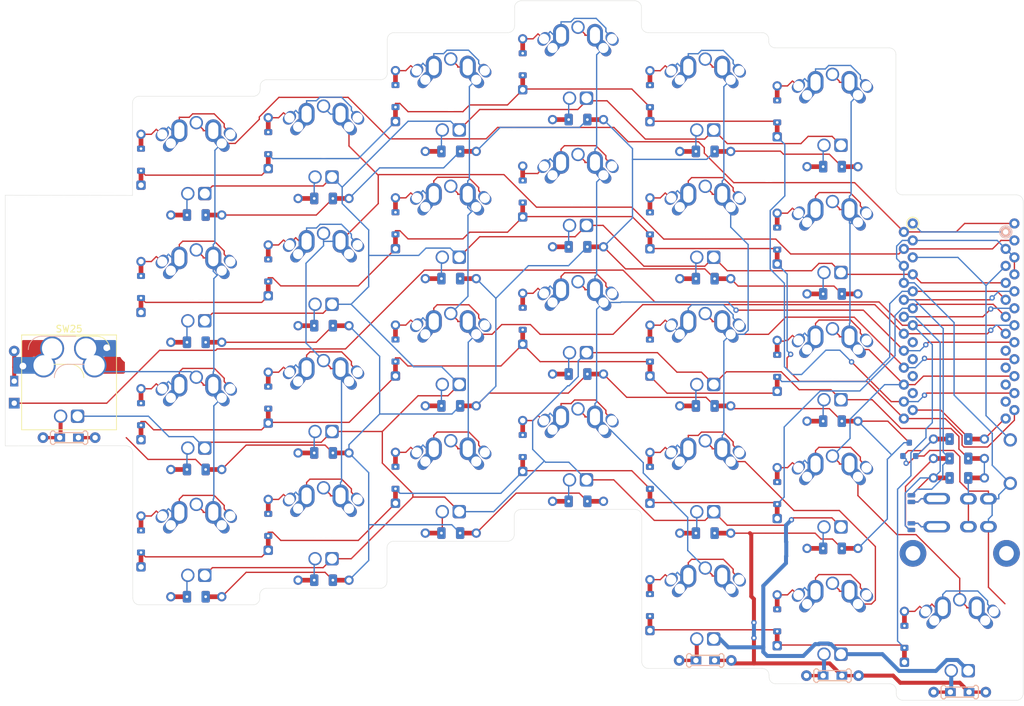
<source format=kicad_pcb>
(kicad_pcb (version 20241229) (generator "pcbnew") (generator_version "9.0")
  (layers (0 "F.Cu" signal) (2 "B.Cu" signal) (13 "F.Paste" user) (15 "B.Paste" user) (5 "F.SilkS" user "F.Silkscreen") (7 "B.SilkS" user "B.Silkscreen") (1 "F.Mask" user) (3 "B.Mask" user) (25 "Edge.Cuts" user))
  (net 0 "")
  (net 1 "Net-(D1-A)")
  (net 2 "/rowA")
  (net 3 "Net-(D2-A)")
  (net 4 "Net-(D3-A)")
  (net 5 "Net-(D4-A)")
  (net 6 "Net-(D5-A)")
  (net 7 "Net-(D6-A)")
  (net 8 "Net-(D7-A)")
  (net 9 "/rowB")
  (net 10 "Net-(D8-A)")
  (net 11 "Net-(D9-A)")
  (net 12 "Net-(D10-A)")
  (net 13 "Net-(D11-A)")
  (net 14 "Net-(D12-A)")
  (net 15 "Net-(D13-A)")
  (net 16 "/rowC")
  (net 17 "Net-(D14-A)")
  (net 18 "Net-(D15-A)")
  (net 19 "Net-(D16-A)")
  (net 20 "Net-(D17-A)")
  (net 21 "Net-(D18-A)")
  (net 22 "Net-(D19-A)")
  (net 23 "/rowD")
  (net 24 "Net-(D20-A)")
  (net 25 "Net-(D21-A)")
  (net 26 "Net-(D22-A)")
  (net 27 "Net-(D23-A)")
  (net 28 "Net-(D24-A)")
  (net 29 "Net-(D25-A)")
  (net 30 "/rowE")
  (net 31 "Net-(D26-A)")
  (net 32 "Net-(D27-A)")
  (net 33 "Net-(D28-A)")
  (net 34 "Net-(D29-K)")
  (net 35 "VCC")
  (net 36 "Net-(D30-K)")
  (net 37 "Net-(D31-K)")
  (net 38 "Net-(D32-K)")
  (net 39 "Net-(D33-K)")
  (net 40 "Net-(D34-K)")
  (net 41 "Net-(D35-K)")
  (net 42 "Net-(D36-K)")
  (net 43 "Net-(D37-K)")
  (net 44 "Net-(D38-K)")
  (net 45 "Net-(D39-K)")
  (net 46 "Net-(D40-K)")
  (net 47 "Net-(D41-K)")
  (net 48 "Net-(D42-K)")
  (net 49 "Net-(D43-K)")
  (net 50 "Net-(D44-K)")
  (net 51 "Net-(D45-K)")
  (net 52 "Net-(D46-K)")
  (net 53 "Net-(D47-K)")
  (net 54 "Net-(D48-K)")
  (net 55 "Net-(D49-K)")
  (net 56 "Net-(D50-K)")
  (net 57 "Net-(D51-K)")
  (net 58 "Net-(D52-K)")
  (net 59 "Net-(D53-K)")
  (net 60 "Net-(D54-K)")
  (net 61 "Net-(D55-K)")
  (net 62 "Net-(D56-K)")
  (net 63 "RST")
  (net 64 "GND")
  (net 65 "SCL")
  (net 66 "SDA")
  (net 67 "/LEDOut")
  (net 68 "Net-(JP4-A)")
  (net 69 "/LED")
  (net 70 "/col0")
  (net 71 "/col1")
  (net 72 "/col2")
  (net 73 "/col3")
  (net 74 "/col4")
  (net 75 "/col5")
  (net 76 "Net-(JP2-A)")
  (net 77 "Net-(Q1-G)")
  (net 86 "unconnected-(U1-B3{slash}14-Pad15)_1")
  (footprint "Used_Footprints:Diode_Hybrid_SOD-123" (layer "F.Cu") (at 97.43 53.9 90)
    (property "Reference" "D1" (hide yes))
    (property "Value" "D_Small")
  )
  (footprint "Used_Footprints:Diode_Hybrid_SOD-123" (layer "F.Cu") (at 116.48 51.42 90)
    (property "Reference" "D2" (hide yes))
    (property "Value" "D_Small")
  )
  (footprint "Used_Footprints:Diode_Hybrid_SOD-123" (layer "F.Cu") (at 135.53 44.37 90)
    (property "Reference" "D3" (hide yes))
    (property "Value" "D_Small")
  )
  (footprint "Used_Footprints:Diode_Hybrid_SOD-123" (layer "F.Cu") (at 154.58 39.61 90)
    (property "Reference" "D4" (hide yes))
    (property "Value" "D_Small")
  )
  (footprint "Used_Footprints:Diode_Hybrid_SOD-123" (layer "F.Cu") (at 173.63 44.38 90)
    (property "Reference" "D5" (hide yes))
    (property "Value" "D_Small")
  )
  (footprint "Used_Footprints:Diode_Hybrid_SOD-123" (layer "F.Cu") (at 192.68 46.66 90)
    (property "Reference" "D6" (hide yes))
    (property "Value" "D_Small")
  )
  (footprint "Used_Footprints:Diode_Hybrid_SOD-123" (layer "F.Cu") (at 97.43 72.95 90)
    (property "Reference" "D7" (hide yes))
    (property "Value" "D_Small")
  )
  (footprint "Used_Footprints:Diode_Hybrid_SOD-123" (layer "F.Cu") (at 116.48 70.47 90)
    (property "Reference" "D8" (hide yes))
    (property "Value" "D_Small")
  )
  (footprint "Used_Footprints:Diode_Hybrid_SOD-123" (layer "F.Cu") (at 135.53 63.42 90)
    (property "Reference" "D9" (hide yes))
    (property "Value" "D_Small")
  )
  (footprint "Used_Footprints:Diode_Hybrid_SOD-123" (layer "F.Cu") (at 154.58 58.66 90)
    (property "Reference" "D10" (hide yes))
    (property "Value" "D_Small")
  )
  (footprint "Used_Footprints:Diode_Hybrid_SOD-123" (layer "F.Cu") (at 173.63 63.43 90)
    (property "Reference" "D11" (hide yes))
    (property "Value" "D_Small")
  )
  (footprint "Used_Footprints:Diode_Hybrid_SOD-123" (layer "F.Cu") (at 192.68 65.71 90)
    (property "Reference" "D12" (hide yes))
    (property "Value" "D_Small")
  )
  (footprint "Used_Footprints:Diode_Hybrid_SOD-123" (layer "F.Cu") (at 97.43 92 90)
    (property "Reference" "D13" (hide yes))
    (property "Value" "D_Small")
  )
  (footprint "Used_Footprints:Diode_Hybrid_SOD-123" (layer "F.Cu") (at 116.48 89.52 90)
    (property "Reference" "D14" (hide yes))
    (property "Value" "D_Small")
  )
  (footprint "Used_Footprints:Diode_Hybrid_SOD-123" (layer "F.Cu") (at 135.53 82.47 90)
    (property "Reference" "D15" (hide yes))
    (property "Value" "D_Small")
  )
  (footprint "Used_Footprints:Diode_Hybrid_SOD-123" (layer "F.Cu") (at 154.58 77.71 90)
    (property "Reference" "D16" (hide yes))
    (property "Value" "D_Small")
  )
  (footprint "Used_Footprints:Diode_Hybrid_SOD-123" (layer "F.Cu") (at 173.63 82.48 90)
    (property "Reference" "D17" (hide yes))
    (property "Value" "D_Small")
  )
  (footprint "Used_Footprints:Diode_Hybrid_SOD-123" (layer "F.Cu") (at 192.68 84.76 90)
    (property "Reference" "D18" (hide yes))
    (property "Value" "D_Small")
  )
  (footprint "Used_Footprints:Diode_Hybrid_SOD-123" (layer "F.Cu") (at 97.43 111.05 90)
    (property "Reference" "D19" (hide yes))
    (property "Value" "D_Small")
  )
  (footprint "Used_Footprints:Diode_Hybrid_SOD-123" (layer "F.Cu") (at 116.48 108.57 90)
    (property "Reference" "D20" (hide yes))
    (property "Value" "D_Small")
  )
  (footprint "Used_Footprints:Diode_Hybrid_SOD-123" (layer "F.Cu") (at 135.53 101.52 90)
    (property "Reference" "D21" (hide yes))
    (property "Value" "D_Small")
  )
  (footprint "Used_Footprints:Diode_Hybrid_SOD-123" (layer "F.Cu") (at 154.58 96.76 90)
    (property "Reference" "D22" (hide yes))
    (property "Value" "D_Small")
  )
  (footprint "Used_Footprints:Diode_Hybrid_SOD-123" (layer "F.Cu") (at 173.63 101.53 90)
    (property "Reference" "D23" (hide yes))
    (property "Value" "D_Small")
  )
  (footprint "Used_Footprints:Diode_Hybrid_SOD-123" (layer "F.Cu") (at 192.68 103.81 90)
    (property "Reference" "D24" (hide yes))
    (property "Value" "D_Small")
  )
  (footprint "_tergo_lib:Diode-Hybrid-2sided" (layer "F.Cu") (at 78.45 86.45 -90)
    (property "Reference" "D25")
    (property "Value" "D_Small" (hide yes))
  )
  (footprint "Used_Footprints:Diode_Hybrid_SOD-123" (layer "F.Cu") (at 173.63 120.58 90)
    (property "Reference" "D26" (hide yes))
    (property "Value" "D_Small")
  )
  (footprint "Used_Footprints:Diode_Hybrid_SOD-123" (layer "F.Cu") (at 192.68 122.86 90)
    (property "Reference" "D27" (hide yes))
    (property "Value" "D_Small")
  )
  (footprint "Used_Footprints:Diode_Hybrid_SOD-123" (layer "F.Cu") (at 211.73 125.33 90)
    (property "Reference" "D28" (hide yes))
    (property "Value" "D_Small")
  )
  (footprint "Used_Footprints:LED" (layer "F.Cu") (at 105.71 58.97)
    (property "Reference" "D29" (hide yes))
    (property "Value" "LED_Small")
  )
  (footprint "Used_Footprints:LED" (layer "F.Cu") (at 124.76 56.49)
    (property "Reference" "D30" (hide yes))
    (property "Value" "LED_Small")
  )
  (footprint "Used_Footprints:LED" (layer "F.Cu") (at 143.81 49.44)
    (property "Reference" "D31" (hide yes))
    (property "Value" "LED_Small")
  )
  (footprint "Used_Footprints:LED" (layer "F.Cu") (at 162.86 44.68)
    (property "Reference" "D32" (hide yes))
    (property "Value" "LED_Small")
  )
  (footprint "Used_Footprints:LED" (layer "F.Cu") (at 181.91 49.45)
    (property "Reference" "D33" (hide yes))
    (property "Value" "LED_Small")
  )
  (footprint "Used_Footprints:LED" (layer "F.Cu") (at 200.96 51.73)
    (property "Reference" "D34" (hide yes))
    (property "Value" "LED_Small")
  )
  (footprint "Used_Footprints:LED" (layer "F.Cu") (at 105.71 78.02)
    (property "Reference" "D35" (hide yes))
    (property "Value" "LED_Small")
  )
  (footprint "Used_Footprints:LED" (layer "F.Cu") (at 124.76 75.54)
    (property "Reference" "D36" (hide yes))
    (property "Value" "LED_Small")
  )
  (footprint "Used_Footprints:LED" (layer "F.Cu") (at 143.81 68.49)
    (property "Reference" "D37" (hide yes))
    (property "Value" "LED_Small")
  )
  (footprint "Used_Footprints:LED" (layer "F.Cu") (at 162.86 63.73)
    (property "Reference" "D38" (hide yes))
    (property "Value" "LED_Small")
  )
  (footprint "Used_Footprints:LED" (layer "F.Cu") (at 181.91 68.5)
    (property "Reference" "D39" (hide yes))
    (property "Value" "LED_Small")
  )
  (footprint "Used_Footprints:LED" (layer "F.Cu") (at 200.96 70.78)
    (property "Reference" "D40" (hide yes))
    (property "Value" "LED_Small")
  )
  (footprint "Used_Footprints:LED" (layer "F.Cu") (at 105.71 97.07)
    (property "Reference" "D41" (hide yes))
    (property "Value" "LED_Small")
  )
  (footprint "Used_Footprints:LED" (layer "F.Cu") (at 124.76 94.59)
    (property "Reference" "D42" (hide yes))
    (property "Value" "LED_Small")
  )
  (footprint "Used_Footprints:LED" (layer "F.Cu") (at 143.81 87.54)
    (property "Reference" "D43" (hide yes))
    (property "Value" "LED_Small")
  )
  (footprint "Used_Footprints:LED" (layer "F.Cu") (at 162.86 82.78)
    (property "Reference" "D44" (hide yes))
    (property "Value" "LED_Small")
  )
  (footprint "Used_Footprints:LED" (layer "F.Cu") (at 181.91 87.55)
    (property "Reference" "D45" (hide yes))
    (property "Value" "LED_Small")
  )
  (footprint "Used_Footprints:LED" (layer "F.Cu") (at 200.96 89.83)
    (property "Reference" "D46" (hide yes))
    (property "Value" "LED_Small")
  )
  (footprint "Used_Footprints:LED" (layer "F.Cu") (at 105.71 116.12)
    (property "Reference" "D47" (hide yes))
    (property "Value" "LED_Small")
  )
  (footprint "Used_Footprints:LED" (layer "F.Cu") (at 124.76 113.64)
    (property "Reference" "D48" (hide yes))
    (property "Value" "LED_Small")
  )
  (footprint "Used_Footprints:LED" (layer "F.Cu") (at 143.81 106.59)
    (property "Reference" "D49" (hide yes))
    (property "Value" "LED_Small")
  )
  (footprint "Used_Footprints:LED" (layer "F.Cu") (at 162.86 101.83)
    (property "Reference" "D50" (hide yes))
    (property "Value" "LED_Small")
  )
  (footprint "Used_Footprints:LED" (layer "F.Cu") (at 181.91 106.6)
    (property "Reference" "D51" (hide yes))
    (property "Value" "LED_Small")
  )
  (footprint "Used_Footprints:LED" (layer "F.Cu") (at 200.96 108.88)
    (property "Reference" "D52" (hide yes))
    (property "Value" "LED_Small")
  )
  (footprint "Used_Footprints:LED" (layer "F.Cu") (at 86.66 92.3)
    (property "Reference" "D53" (hide yes))
    (property "Value" "LED_Small")
  )
  (footprint "Used_Footprints:SOT-23" (layer "F.Cu") (at 212.38 97.32 90)
    (property "Reference" "Q1" (hide yes))
    (property "Value" "2N7002")
  )
  (footprint "Used_Footprints:Resistor_Hybrid_1205" (layer "F.Cu") (at 105.71 62.18)
    (property "Reference" "R1" (hide yes))
    (property "Value" "R_Small")
  )
  (footprint "Used_Footprints:Resistor_Hybrid_1205" (layer "F.Cu") (at 124.76 59.7)
    (property "Reference" "R2" (hide yes))
    (property "Value" "R_Small")
  )
  (footprint "Used_Footprints:Resistor_Hybrid_1205" (layer "F.Cu") (at 143.81 52.65)
    (property "Reference" "R3" (hide yes))
    (property "Value" "R_Small")
  )
  (footprint "Used_Footprints:Resistor_Hybrid_1205" (layer "F.Cu") (at 162.86 47.89)
    (property "Reference" "R4" (hide yes))
    (property "Value" "R_Small")
  )
  (footprint "Used_Footprints:Resistor_Hybrid_1205" (layer "F.Cu") (at 181.91 52.66)
    (property "Reference" "R5" (hide yes))
    (property "Value" "R_Small")
  )
  (footprint "Used_Footprints:Resistor_Hybrid_1205" (layer "F.Cu") (at 200.96 54.94)
    (property "Reference" "R6" (hide yes))
    (property "Value" "R_Small")
  )
  (footprint "Used_Footprints:Resistor_Hybrid_1205" (layer "F.Cu") (at 105.71 81.23)
    (property "Reference" "R7" (hide yes))
    (property "Value" "R_Small")
  )
  (footprint "Used_Footprints:Resistor_Hybrid_1205" (layer "F.Cu") (at 124.76 78.75)
    (property "Reference" "R8" (hide yes))
    (property "Value" "R_Small")
  )
  (footprint "Used_Footprints:Resistor_Hybrid_1205" (layer "F.Cu") (at 143.81 71.7)
    (property "Reference" "R9" (hide yes))
    (property "Value" "R_Small")
  )
  (footprint "Used_Footprints:Resistor_Hybrid_1205" (layer "F.Cu") (at 162.86 66.94)
    (property "Reference" "R10" (hide yes))
    (property "Value" "R_Small")
  )
  (footprint "Used_Footprints:Resistor_Hybrid_1205" (layer "F.Cu") (at 181.91 71.71)
    (property "Reference" "R11" (hide yes))
    (property "Value" "R_Small")
  )
  (footprint "Used_Footprints:Resistor_Hybrid_1205" (layer "F.Cu") (at 200.96 73.99)
    (property "Reference" "R12" (hide yes))
    (property "Value" "R_Small")
  )
  (footprint "Used_Footprints:Resistor_Hybrid_1205" (layer "F.Cu") (at 105.71 100.28)
    (property "Reference" "R13" (hide yes))
    (property "Value" "R_Small")
  )
  (footprint "Used_Footprints:Resistor_Hybrid_1205" (layer "F.Cu") (at 124.76 97.8)
    (property "Reference" "R14" (hide yes))
    (property "Value" "R_Small")
  )
  (footprint "Used_Footprints:Resistor_Hybrid_1205" (layer "F.Cu") (at 143.81 90.75)
    (property "Reference" "R15" (hide yes))
    (property "Value" "R_Small")
  )
  (footprint "Used_Footprints:Resistor_Hybrid_1205" (layer "F.Cu") (at 162.86 85.99)
    (property "Reference" "R16" (hide yes))
    (property "Value" "R_Small")
  )
  (footprint "Used_Footprints:Resistor_Hybrid_1205" (layer "F.Cu") (at 181.91 90.76)
    (property "Reference" "R17" (hide yes))
    (property "Value" "R_Small")
  )
  (footprint "Used_Footprints:Resistor_Hybrid_1205" (layer "F.Cu") (at 200.96 93.04)
    (property "Reference" "R18" (hide yes))
    (property "Value" "R_Small")
  )
  (footprint "Used_Footprints:Resistor_Hybrid_1205" (layer "F.Cu") (at 105.71 119.33)
    (property "Reference" "R19" (hide yes))
    (property "Value" "R_Small")
  )
  (footprint "Used_Footprints:Resistor_Hybrid_1205" (layer "F.Cu") (at 124.76 116.85)
    (property "Reference" "R20" (hide yes))
    (property "Value" "R_Small")
  )
  (footprint "Used_Footprints:Resistor_Hybrid_1205" (layer "F.Cu") (at 143.81 109.8)
    (property "Reference" "R21" (hide yes))
    (property "Value" "R_Small")
  )
  (footprint "Used_Footprints:Resistor_Hybrid_1205" (layer "F.Cu") (at 162.86 105.04)
    (property "Reference" "R22" (hide yes))
    (property "Value" "R_Small")
  )
  (footprint "Used_Footprints:Resistor_Hybrid_1205" (layer "F.Cu") (at 181.91 109.81)
    (property "Reference" "R23" (hide yes))
    (property "Value" "R_Small")
  )
  (footprint "Used_Footprints:Resistor_Hybrid_1205" (layer "F.Cu") (at 200.96 112.09)
    (property "Reference" "R24" (hide yes))
    (property "Value" "R_Small")
  )
  (footprint "_tergo_lib:Resistor-Hybrid-2sided" (layer "F.Cu") (at 86.66 95.51)
    (property "Reference" "R25")
    (property "Value" "R_Small" (hide yes))
  )
  (footprint "Used_Footprints:Resistor_Hybrid_1205" (layer "F.Cu") (at 219.89 98.63)
    (property "Reference" "R29" (hide yes))
    (property "Value" "4.7")
  )
  (footprint "Used_Footprints:Resistor_Hybrid_1205" (layer "F.Cu") (at 219.89 101.54 180)
    (property "Reference" "R30" (hide yes))
    (property "Value" "4.7k")
  )
  (footprint "Used_Footprints:Resistor_Hybrid_1205" (layer "F.Cu") (at 219.89 95.72)
    (property "Reference" "R31" (hide yes))
    (property "Value" "10k")
  )
  (footprint "Used_Footprints:ProMicro_TwoSide" (layer "F.Cu") (at 220.54 77.92)
    (property "Reference" "U1" (hide yes))
    (property "Value" "ProMicro")
  )
  (footprint "1kbd:jumper" (layer "F.Cu") (at 212.77 104.64)
    (property "Reference" "JP3" (hide yes))
    (property "Value" "Jumper" (hide yes))
  )
  (footprint "1kbd:jumper" (layer "F.Cu") (at 212.77 108.84 180)
    (property "Reference" "JP4" (hide yes))
    (property "Value" "Jumper" (hide yes))
  )
  (footprint "Used_Footprints:Switch_MxAlpsChoc_MillMax_1u" (layer "F.Cu") (at 105.71 53.9 180)
    (property "Reference" "SW1")
    (property "Value" "SW_Push" (hide yes))
  )
  (footprint "Used_Footprints:Switch_MxAlpsChoc_MillMax_1u" (layer "F.Cu") (at 124.76 51.42 180)
    (property "Reference" "SW2")
    (property "Value" "SW2" (hide yes))
  )
  (footprint "Used_Footprints:Switch_MxAlpsChoc_MillMax_1u" (layer "F.Cu") (at 143.81 44.37 180)
    (property "Reference" "SW3")
    (property "Value" "SW_Push" (hide yes))
  )
  (footprint "Used_Footprints:Switch_MxAlpsChoc_MillMax_1u" (layer "F.Cu") (at 162.86 39.61 180)
    (property "Reference" "SW4")
    (property "Value" "SW_Push" (hide yes))
  )
  (footprint "Used_Footprints:Switch_MxAlpsChoc_MillMax_1u" (layer "F.Cu") (at 181.91 44.38 180)
    (property "Reference" "SW5")
    (property "Value" "SW_Push" (hide yes))
  )
  (footprint "Used_Footprints:Switch_MxAlpsChoc_MillMax_1u" (layer "F.Cu") (at 200.96 46.66 180)
    (property "Reference" "SW6")
    (property "Value" "SW_Push" (hide yes))
  )
  (footprint "Used_Footprints:Switch_MxAlpsChoc_MillMax_1u" (layer "F.Cu") (at 105.71 72.95 180)
    (property "Reference" "SW7")
    (property "Value" "SW_Push" (hide yes))
  )
  (footprint "Used_Footprints:Switch_MxAlpsChoc_MillMax_1u" (layer "F.Cu") (at 124.76 70.47 180)
    (property "Reference" "SW8")
    (property "Value" "SW_Push" (hide yes))
  )
  (footprint "Used_Footprints:Switch_MxAlpsChoc_MillMax_1u" (layer "F.Cu") (at 143.81 63.42 180)
    (property "Reference" "SW9")
    (property "Value" "SW_Push" (hide yes))
  )
  (footprint "Used_Footprints:Switch_MxAlpsChoc_MillMax_1u" (layer "F.Cu") (at 162.86 58.66 180)
    (property "Reference" "SW10")
    (property "Value" "SW_Push" (hide yes))
  )
  (footprint "Used_Footprints:Switch_MxAlpsChoc_MillMax_1u" (layer "F.Cu") (at 181.91 63.43 180)
    (property "Reference" "SW11")
    (property "Value" "SW_Push" (hide yes))
  )
  (footprint "Used_Footprints:Switch_MxAlpsChoc_MillMax_1u" (layer "F.Cu") (at 200.96 65.71 180)
    (property "Reference" "SW12")
    (property "Value" "SW_Push" (hide yes))
  )
  (footprint "Used_Footprints:Switch_MxAlpsChoc_MillMax_1u" (layer "F.Cu") (at 105.71 92 180)
    (property "Reference" "SW13")
    (property "Value" "SW_Push" (hide yes))
  )
  (footprint "Used_Footprints:Switch_MxAlpsChoc_MillMax_1u" (layer "F.Cu") (at 124.76 89.52 180)
    (property "Reference" "SW14")
    (property "Value" "SW_Push" (hide yes))
  )
  (footprint "Used_Footprints:Switch_MxAlpsChoc_MillMax_1u" (layer "F.Cu") (at 143.81 82.47 180)
    (property "Reference" "SW15")
    (property "Value" "SW_Push" (hide yes))
  )
  (footprint "Used_Footprints:Switch_MxAlpsChoc_MillMax_1u" (layer "F.Cu") (at 162.86 77.71 180)
    (property "Reference" "SW16")
    (property "Value" "SW_Push" (hide yes))
  )
  (footprint "Used_Footprints:Switch_MxAlpsChoc_MillMax_1u" (layer "F.Cu") (at 181.91 82.48 180)
    (property "Reference" "SW17")
    (property "Value" "SW_Push" (hide yes))
  )
  (footprint "Used_Footprints:Switch_MxAlpsChoc_MillMax_1u" (layer "F.Cu") (at 200.96 84.76 180)
    (property "Reference" "SW18")
    (property "Value" "SW_Push" (hide yes))
  )
  (footprint "Used_Footprints:Switch_MxAlpsChoc_MillMax_1u" (layer "F.Cu") (at 105.71 111.05 180)
    (property "Reference" "SW19")
    (property "Value" "SW_Push" (hide yes))
  )
  (footprint "Used_Footprints:Switch_MxAlpsChoc_MillMax_1u" (layer "F.Cu") (at 124.76 108.57 180)
    (property "Reference" "SW20")
    (property "Value" "SW_Push" (hide yes))
  )
  (footprint "Used_Footprints:Switch_MxAlpsChoc_MillMax_1u" (layer "F.Cu") (at 143.81 101.52 180)
    (property "Reference" "SW21")
    (property "Value" "SW_Push" (hide yes))
  )
  (footprint "Used_Footprints:Switch_MxAlpsChoc_MillMax_1u" (layer "F.Cu") (at 162.86 96.76 180)
    (property "Reference" "SW22")
    (property "Value" "SW_Push" (hide yes))
  )
  (footprint "Used_Footprints:Switch_MxAlpsChoc_MillMax_1u" (layer "F.Cu") (at 181.91 101.53 180)
    (property "Reference" "SW23")
    (property "Value" "SW_Push" (hide yes))
  )
  (footprint "Used_Footprints:Switch_MxAlpsChoc_MillMax_1u" (layer "F.Cu") (at 200.96 103.81 180)
    (property "Reference" "SW24")
    (property "Value" "SW_Push" (hide yes))
  )
  (footprint "_tergo_lib:SW_Hotswap_Kailh_MX_Plated_mirrored2_1.00u" (layer "F.Cu") (at 86.66 87.23)
    (property "Reference" "SW25")
    (property "Value" "SW_Push")
  )
  (footprint "Used_Footprints:Switch_MxAlpsChoc_MillMax_1u" (layer "F.Cu") (at 181.91 120.58 180)
    (property "Reference" "SW26")
    (property "Value" "SW_Push" (hide yes))
  )
  (footprint "Used_Footprints:Switch_MxAlpsChoc_MillMax_1u" (layer "F.Cu") (at 200.96 122.86 180)
    (property "Reference" "SW27")
    (property "Value" "SW_Push" (hide yes))
  )
  (footprint "Used_Footprints:Switch_MxAlpsChoc_MillMax_1u" (layer "F.Cu") (at 220.01 125.33 180)
    (property "Reference" "SW28")
    (property "Value" "SW_Push" (hide yes))
  )
  (footprint "Used_Footprints:Reset_Switch" (layer "F.Cu") (at 227.58 99.1 90)
    (property "Reference" "SW29" (hide yes))
    (property "Value" "SW_Push")
  )
  (footprint "Used_Footprints:MountHole" (layer "F.Cu") (at 96.16 82.4965)
    (property "Reference" "H1" (hide yes))
    (property "Value" "CaseHole" (hide yes))
  )
  (footprint "Used_Footprints:MountHole" (layer "F.Cu") (at 115.235 100.283)
    (property "Reference" "H2" (hide yes))
    (property "Value" "CaseHole" (hide yes))
  )
  (footprint "Used_Footprints:MountHole" (layer "F.Cu") (at 153.33 51.4552)
    (property "Reference" "H3" (hide yes))
    (property "Value" "CaseHole" (hide yes))
  )
  (footprint "Used_Footprints:MountHole" (layer "F.Cu") (at 191.43 54.9795)
    (property "Reference" "H6" (hide yes))
    (property "Value" "CaseHole" (hide yes))
  )
  (footprint "Used_Footprints:MountHole" (layer "F.Cu") (at 191.435 112.19)
    (property "Reference" "H7" (hide yes))
    (property "Value" "CaseHole" (hide yes))
  )
  (footprint "Used_Footprints:CoverHole" (layer "F.Cu") (at 227.01 112.834)
    (property "Reference" "H8" (hide yes))
    (property "Value" "CoverHole" (hide yes))
  )
  (footprint "Used_Footprints:CoverHole" (layer "F.Cu") (at 213.01 112.834)
    (property "Reference" "H9" (hide yes))
    (property "Value" "CoverHole" (hide yes))
  )
  (footprint "Used_Footprints:TRSS_DUAL_THT" (layer "F.Cu") (at 227.61 106.74 -90)
    (property "Reference" "J1")
    (property "Value" "TRRS" (hide yes))
  )
  (footprint "_tergo_lib:Resistor-Hybrid-2sided" (layer "F.Cu") (at 220.01 133.61)
    (property "Reference" "R28")
    (property "Value" "R_Small" (hide yes))
  )
  (footprint "_tergo_lib:Resistor-Hybrid-2sided" (layer "F.Cu") (at 181.91 128.86)
    (property "Reference" "R26")
    (property "Value" "R_Small" (hide yes))
  )
  (footprint "_tergo_lib:LED_1.8mm" (layer "F.Cu") (at 200.96 127.93)
    (property "Reference" "D55" (hide yes))
    (property "Value" "LED_Small")
  )
  (footprint "_tergo_lib:LED_1.8mm" (layer "F.Cu") (at 220.01 130.4)
    (property "Reference" "D56" (hide yes))
    (property "Value" "LED_Small")
  )
  (footprint "_tergo_lib:Resistor-Hybrid-2sided" (layer "F.Cu") (at 200.96 131.14)
    (property "Reference" "R27")
    (property "Value" "R_Small" (hide yes))
  )
  (footprint "_tergo_lib:LED_1.8mm" (layer "F.Cu") (at 181.91 125.65)
    (property "Reference" "D54" (hide yes))
    (property "Value" "LED_Small")
  )
  (footprint "1kbd:jumper" (layer "B.Cu") (at 212.77 104.64 180)
    (property "Reference" "JP2" (hide yes))
    (property "Value" "Jumper" (hide yes))
  )
  (footprint "1kbd:jumper" (layer "B.Cu") (at 212.77 108.84)
    (property "Reference" "JP5" (hide yes))
    (property "Value" "Jumper" (hide yes))
  )
  (gr_arc (start 228.51 59.1665) (mid 229.217107 59.459393) (end 229.51 60.1665) (stroke (width 0.05)) (layer "Edge.Cuts"))
  (gr_line (start 211.46 59.1665) (end 228.51 59.1665) (stroke (width 0.05)) (layer "Edge.Cuts"))
  (gr_arc (start 211.46 59.1665) (mid 210.752893 58.873607) (end 210.46 58.1665) (stroke (width 0.05)) (layer "Edge.Cuts"))
  (gr_line (start 116.260001 41.9185) (end 133.310001 41.9185) (stroke (width 0.05)) (layer "Edge.Cuts"))
  (gr_arc (start 229.51 133.8325) (mid 229.217107 134.539607) (end 228.51 134.8325) (stroke (width 0.05)) (layer "Edge.Cuts"))
  (gr_arc (start 134.26 117.0685) (mid 133.967107 117.775607) (end 133.26 118.0685) (stroke (width 0.05)) (layer "Edge.Cuts"))
  (gr_arc (start 190.410001 34.87) (mid 191.117108 35.162893) (end 191.410001 35.87) (stroke (width 0.05)) (layer "Edge.Cuts"))
  (gr_arc (start 95.21 96.7325) (mid 95.917107 97.025393) (end 96.21 97.7325) (stroke (width 0.05)) (layer "Edge.Cuts"))
  (gr_line (start 153.31 107.2575) (end 153.31 110.02) (stroke (width 0.05)) (layer "Edge.Cuts"))
  (gr_arc (start 171.41 106.2575) (mid 172.117107 106.550393) (end 172.41 107.2575) (stroke (width 0.05)) (layer "Edge.Cuts"))
  (gr_line (start 173.360001 34.87) (end 190.410001 34.87) (stroke (width 0.05)) (layer "Edge.Cuts"))
  (gr_arc (start 209.51 132.36) (mid 210.217107 132.652893) (end 210.51 133.36) (stroke (width 0.05)) (layer "Edge.Cuts"))
  (gr_arc (start 190.46 130.07) (mid 191.167107 130.362893) (end 191.46 131.07) (stroke (width 0.05)) (layer "Edge.Cuts"))
  (gr_line (start 229.51 133.8325) (end 229.51 60.1665) (stroke (width 0.05)) (layer "Edge.Cuts"))
  (gr_line (start 135.310001 34.87) (end 152.360001 34.87) (stroke (width 0.05)) (layer "Edge.Cuts"))
  (gr_line (start 115.260001 42.9185) (end 115.260001 43.395) (stroke (width 0.05)) (layer "Edge.Cuts"))
  (gr_arc (start 134.310001 40.9185) (mid 134.017108 41.625607) (end 133.310001 41.9185) (stroke (width 0.05)) (layer "Edge.Cuts"))
  (gr_line (start 172.360001 31.1075) (end 172.360001 33.87) (stroke (width 0.05)) (layer "Edge.Cuts"))
  (gr_line (start 191.410001 35.87) (end 191.410001 36.156) (stroke (width 0.05)) (layer "Edge.Cuts"))
  (gr_line (start 192.46 132.356) (end 209.51 132.36) (stroke (width 0.05)) (layer "Edge.Cuts"))
  (gr_line (start 134.310001 35.87) (end 134.310001 40.9185) (stroke (width 0.05)) (layer "Edge.Cuts"))
  (gr_arc (start 115.21 119.545) (mid 114.917107 120.252107) (end 114.21 120.545) (stroke (width 0.05)) (layer "Edge.Cuts"))
  (gr_arc (start 115.21 119.0685) (mid 115.502893 118.361393) (end 116.21 118.0685) (stroke (width 0.05)) (layer "Edge.Cuts"))
  (gr_arc (start 211.51 134.8325) (mid 210.802893 134.539607) (end 210.51 133.8325) (stroke (width 0.05)) (layer "Edge.Cuts"))
  (gr_line (start 77.1 96.75) (end 95.21 96.7325) (stroke (width 0.05)) (layer "Edge.Cuts"))
  (gr_line (start 192.410001 37.156) (end 209.46 37.156) (stroke (width 0.05)) (layer "Edge.Cuts"))
  (gr_line (start 191.46 131.07) (end 191.46 131.356) (stroke (width 0.05)) (layer "Edge.Cuts"))
  (gr_line (start 77.1 59.2) (end 96.16 59.25) (stroke (width 0.05)) (layer "Edge.Cuts"))
  (gr_arc (start 153.31 107.2575) (mid 153.602893 106.550393) (end 154.31 106.2575) (stroke (width 0.05)) (layer "Edge.Cuts"))
  (gr_arc (start 153.360001 31.1075) (mid 153.652894 30.400393) (end 154.360001 30.1075) (stroke (width 0.05)) (layer "Edge.Cuts"))
  (gr_line (start 135.26 111.02) (end 152.31 111.02) (stroke (width 0.05)) (layer "Edge.Cuts"))
  (gr_line (start 154.360001 30.1075) (end 171.360001 30.1075) (stroke (width 0.05)) (layer "Edge.Cuts"))
  (gr_arc (start 173.360001 34.87) (mid 172.652894 34.577107) (end 172.360001 33.87) (stroke (width 0.05)) (layer "Edge.Cuts"))
  (gr_line (start 172.41 129.07) (end 172.41 107.2575) (stroke (width 0.05)) (layer "Edge.Cuts"))
  (gr_line (start 210.51 133.36) (end 210.51 133.8325) (stroke (width 0.05)) (layer "Edge.Cuts"))
  (gr_arc (start 153.31 110.02) (mid 153.017107 110.727107) (end 152.31 111.02) (stroke (width 0.05)) (layer "Edge.Cuts"))
  (gr_arc (start 171.360001 30.1075) (mid 172.067108 30.400393) (end 172.360001 31.1075) (stroke (width 0.05)) (layer "Edge.Cuts"))
  (gr_arc (start 173.41 130.07) (mid 172.702893 129.777107) (end 172.41 129.07) (stroke (width 0.05)) (layer "Edge.Cuts"))
  (gr_arc (start 134.310001 35.87) (mid 134.602894 35.162893) (end 135.310001 34.87) (stroke (width 0.05)) (layer "Edge.Cuts"))
  (gr_line (start 96.16 45.395) (end 96.16 59.25) (stroke (width 0.05)) (layer "Edge.Cuts"))
  (gr_line (start 77.1 59.2) (end 77.1 96.75) (stroke (width 0.05)) (layer "Edge.Cuts"))
  (gr_arc (start 153.360001 33.87) (mid 153.067108 34.577107) (end 152.360001 34.87) (stroke (width 0.05)) (layer "Edge.Cuts"))
  (gr_arc (start 97.21 120.545) (mid 96.502893 120.252107) (end 96.21 119.545) (stroke (width 0.05)) (layer "Edge.Cuts"))
  (gr_line (start 173.41 130.07) (end 190.46 130.07) (stroke (width 0.05)) (layer "Edge.Cuts"))
  (gr_line (start 154.31 106.2575) (end 171.41 106.2575) (stroke (width 0.05)) (layer "Edge.Cuts"))
  (gr_arc (start 96.16 45.395) (mid 96.452893 44.687893) (end 97.16 44.395) (stroke (width 0.05)) (layer "Edge.Cuts"))
  (gr_line (start 97.21 120.545) (end 114.21 120.545) (stroke (width 0.05)) (layer "Edge.Cuts"))
  (gr_arc (start 192.46 132.356) (mid 191.752893 132.063107) (end 191.46 131.356) (stroke (width 0.05)) (layer "Edge.Cuts"))
  (gr_arc (start 115.260001 43.395) (mid 114.967108 44.102107) (end 114.260001 44.395) (stroke (width 0.05)) (layer "Edge.Cuts"))
  (gr_line (start 116.21 118.0685) (end 133.26 118.0685) (stroke (width 0.05)) (layer "Edge.Cuts"))
  (gr_line (start 153.360001 31.1075) (end 153.360001 33.87) (stroke (width 0.05)) (layer "Edge.Cuts"))
  (gr_line (start 97.16 44.395) (end 114.260001 44.395) (stroke (width 0.05)) (layer "Edge.Cuts"))
  (gr_line (start 134.26 112.02) (end 134.26 117.0685) (stroke (width 0.05)) (layer "Edge.Cuts"))
  (gr_line (start 211.51 134.8325) (end 228.51 134.8325) (stroke (width 0.05)) (layer "Edge.Cuts"))
  (gr_arc (start 209.46 37.156) (mid 210.167107 37.448893) (end 210.46 38.156) (stroke (width 0.05)) (layer "Edge.Cuts"))
  (gr_arc (start 192.410001 37.156) (mid 191.702894 36.863107) (end 191.410001 36.156) (stroke (width 0.05)) (layer "Edge.Cuts"))
  (gr_line (start 96.21 97.7325) (end 96.21 119.545) (stroke (width 0.05)) (layer "Edge.Cuts"))
  (gr_arc (start 134.26 112.02) (mid 134.552893 111.312893) (end 135.26 111.02) (stroke (width 0.05)) (layer "Edge.Cuts"))
  (gr_line (start 210.46 58.1665) (end 210.46 38.156) (stroke (width 0.05)) (layer "Edge.Cuts"))
  (gr_line (start 115.21 119.0685) (end 115.21 119.545) (stroke (width 0.05)) (layer "Edge.Cuts"))
  (gr_arc (start 115.260001 42.9185) (mid 115.552894 42.211393) (end 116.260001 41.9185) (stroke (width 0.05)) (layer "Edge.Cuts"))
  (segment (start 212.9764 63.442) (end 214.2464 64.712) (width 0.2) (layer "B.Cu") (net 0))
  (segment (start 214.2464 64.712) (end 226.89 64.712) (width 0.2) (layer "B.Cu") (net 0))
  (segment (start 108.3901 47.0325) (end 105.1598 47.0325) (width 0.2) (layer "F.Cu") (net 1))
  (segment (start 100.61 50.1) (end 99.7165 49.3502) (width 0.2) (layer "F.Cu") (net 1))
  (segment (start 109.8843 48.9968) (end 109.8843 48.5267) (width 0.2) (layer "F.Cu") (net 1))
  (segment (start 104.6426 47.5497) (end 103.17 47.5497) (width 0.2) (layer "F.Cu") (net 1))
  (segment (start 98.9767 50.09) (end 97.43 50.09) (width 0.2) (layer "F.Cu") (net 1))
  (segment (start 99.7165 49.3502) (end 98.9767 50.09) (width 0.2) (layer "F.Cu") (net 1))
  (segment (start 105.1598 47.0325) (end 104.6426 47.5497) (width 0.2) (layer "F.Cu") (net 1))
  (segment (start 97.43 52.25) (end 97.43 51.5) (width 0.2) (layer "F.Cu") (net 1))
  (segment (start 103.17 49.55) (end 103.17 47.5497) (width 0.2) (layer "F.Cu") (net 1))
  (segment (start 109.8843 48.5267) (end 108.3901 47.0325) (width 0.2) (layer "F.Cu") (net 1))
  (segment (start 97.43 50.09) (end 97.43 50.1997) (width 0.2) (layer "F.Cu") (net 1))
  (segment (start 110.81 50.1) (end 109.8843 48.9968) (width 0.2) (layer "F.Cu") (net 1))
  (segment (start 97.43 51.5) (end 97.43 50.1997) (width 0.2) (layer "F.Cu") (net 1))
  (segment (start 102.4199 49.55) (end 102.0889 49.55) (width 0.2) (layer "B.Cu") (net 1))
  (segment (start 102.7344 49.8645) (end 102.7561 49.8645) (width 0.2) (layer "B.Cu") (net 1))
  (segment (start 102.7561 49.8645) (end 103.0186 50.127) (width 0.2) (layer "B.Cu") (net 1))
  (segment (start 103.17 49.55) (end 102.4199 49.55) (width 0.2) (layer "B.Cu") (net 1))
  (segment (start 102.4199 49.55) (end 102.7344 49.8645) (width 0.2) (layer "B.Cu") (net 1))
  (segment (start 102.0889 49.55) (end 101.5357 48.9968) (width 0.2) (layer "B.Cu") (net 1))
  (segment (start 100.61 50.1) (end 101.5357 48.9968) (width 0.2) (layer "B.Cu") (net 1))
  (segment (start 101.9 51.46) (end 103.0186 50.127) (width 0.2) (layer "B.Cu") (net 1))
  (segment (start 145.6264 46.703) (end 137.4136 46.703) (width 0.2) (layer "F.Cu") (net 2))
  (segment (start 115.502 56.208) (end 98.088 56.208) (width 0.2) (layer "F.Cu") (net 2))
  (segment (start 173.6849 48.1351) (end 173.63 48.19) (width 0.2) (layer "F.Cu") (net 2))
  (segment (start 173.6849 48.1351) (end 173.63 48.0803) (width 0.2) (layer "F.Cu") (net 2))
  (segment (start 214.7327 89.1554) (end 215.0461 88.842) (width 0.2) (layer "F.Cu") (net 2))
  (segment (start 135.53 46.02) (end 135.53 45.4697) (width 0.2) (layer "F.Cu") (net 2))
  (segment (start 209.7549 90.112) (end 211.65 90.112) (width 0.2) (layer "F.Cu") (net 2))
  (segment (start 154.58 42.01) (end 154.58 43.3103) (width 0.2) (layer "F.Cu") (net 2))
  (segment (start 154.58 43.42) (end 154.58 43.3103) (width 0.2) (layer "F.Cu") (net 2))
  (segment (start 192.68 50.47) (end 192.68 49.06) (width 0.2) (layer "F.Cu") (net 2))
  (segment (start 136.1803 45.4697) (end 135.53 45.4697) (width 0.2) (layer "F.Cu") (net 2))
  (segment (start 97.43 56.3) (end 97.43 57.71) (width 0.2) (layer "F.Cu") (net 2))
  (segment (start 192.68 48.31) (end 192.5051 48.1351) (width 0.2) (layer "F.Cu") (net 2))
  (segment (start 135.53 46.395) (end 135.53 46.02) (width 0.2) (layer "F.Cu") (net 2))
  (segment (start 154.58 43.42) (end 152.302 45.698) (width 0.2) (layer "F.Cu") (net 2))
  (segment (start 98.088 56.208) (end 97.43 55.55) (width 0.2) (layer "F.Cu") (net 2))
  (segment (start 173.63 46.78) (end 173.63 48.0803) (width 0.2) (layer "F.Cu") (net 2))
  (segment (start 116.48 55.23) (end 115.502 56.208) (width 0.2) (layer "F.Cu") (net 2))
  (segment (start 116.48 53.07) (end 116.48 53.82) (width 0.2) (layer "F.Cu") (net 2))
  (segment (start 116.48 55.23) (end 116.48 53.82) (width 0.2) (layer "F.Cu") (net 2))
  (segment (start 173.63 46.03) (end 173.63 46.78) (width 0.2) (layer "F.Cu") (net 2))
  (segment (start 203.815 84.1721) (end 209.7549 90.112) (width 0.2) (layer "F.Cu") (net 2))
  (segment (start 173.63 46.03) (end 170.9103 43.3103) (width 0.2) (layer "F.Cu") (net 2))
  (segment (start 146.6314 45.698) (end 145.6264 46.703) (width 0.2) (layer "F.Cu") (net 2))
  (segment (start 215.0461 88.842) (end 228.1964 88.842) (width 0.2) (layer "F.Cu") (net 2))
  (segment (start 137.4136 46.703) (end 136.1803 45.4697) (width 0.2) (layer "F.Cu") (net 2))
  (segment (start 192.68 48.31) (end 192.68 49.06) (width 0.2) (layer "F.Cu") (net 2))
  (segment (start 152.302 45.698) (end 146.6314 45.698) (width 0.2) (layer "F.Cu") (net 2))
  (segment (start 97.43 56.3) (end 97.43 55.55) (width 0.2) (layer "F.Cu") (net 2))
  (segment (start 135.53 46.77) (end 135.53 48.18) (width 0.2) (layer "F.Cu") (net 2))
  (segment (start 170.9103 43.3103) (end 154.58 43.3103) (width 0.2) (layer "F.Cu") (net 2))
  (segment (start 154.58 41.26) (end 154.58 42.01) (width 0.2) (layer "F.Cu") (net 2))
  (segment (start 135.53 46.395) (end 135.53 46.77) (width 0.2) (layer "F.Cu") (net 2))
  (segment (start 192.5051 48.1351) (end 173.6849 48.1351) (width 0.2) (layer "F.Cu") (net 2))
  (via (at 203.815 84.1721) (size 0.8) (drill 0.4) (layers "F.Cu" "B.Cu") (net 2))
  (via (at 214.7327 89.1554) (size 0.8) (drill 0.4) (layers "F.Cu" "B.Cu") (net 2))
  (segment (start 211.65 90.112) (end 213.7761 90.112) (width 0.2) (layer "B.Cu") (net 2))
  (segment (start 193.7661 84.8843) (end 193.7661 72.4058) (width 0.2) (layer "B.Cu") (net 2))
  (segment (start 191.635 61.505) (end 193.8272 59.3128) (width 0.2) (layer "B.Cu") (net 2))
  (segment (start 199.9776 82.4104) (end 196.3344 86.0536) (width 0.2) (layer "B.Cu") (net 2))
  (segment (start 203.815 84.1721) (end 202.0533 82.4104) (width 0.2) (layer "B.Cu") (net 2))
  (segment (start 193.7661 72.4058) (end 191.635 70.2747) (width 0.2) (layer "B.Cu") (net 2))
  (segment (start 117.2023 53.728) (end 117.1904 53.7161) (width 0.2) (layer "B.Cu") (net 2))
  (segment (start 194.9354 86.0536) (end 193.7661 84.8843) (width 0.2) (layer "B.Cu") (net 2))
  (segment (start 117.1904 53.7161) (end 117.1261 53.7161) (width 0.2) (layer "B.Cu") (net 2))
  (segment (start 202.0533 82.4104) (end 199.9776 82.4104) (width 0.2) (layer "B.Cu") (net 2))
  (segment (start 191.635 70.2747) (end 191.635 61.505) (width 0.2) (layer "B.Cu") (net 2))
  (segment (start 196.3344 86.0536) (end 194.9354 86.0536) (width 0.2) (layer "B.Cu") (net 2))
  (segment (start 213.7761 90.112) (end 214.7327 89.1554) (width 0.2) (layer "B.Cu") (net 2))
  (segment (start 129.982 53.728) (end 117.2023 53.728) (width 0.2) (layer "B.Cu") (net 2))
  (segment (start 193.8272 51.6172) (end 192.68 50.47) (width 0.2) (layer "B.Cu") (net 2))
  (segment (start 117.1261 53.7161) (end 116.48 53.07) (width 0.2) (layer "B.Cu") (net 2))
  (segment (start 135.53 48.18) (end 129.982 53.728) (width 0.2) (layer "B.Cu") (net 2))
  (segment (start 193.8272 59.3128) (end 193.8272 51.6172) (width 0.2) (layer "B.Cu") (net 2))
  (segment (start 116.48 47.61) (end 116.48 47.7197) (width 0.2) (layer "F.Cu") (net 3))
  (segment (start 116.48 49.02) (end 116.48 47.7197) (width 0.2) (layer "F.Cu") (net 3))
  (segment (start 118.7665 46.8702) (end 118.0267 47.61) (width 0.2) (layer "F.Cu") (net 3))
  (segment (start 119.66 47.62) (end 118.7665 46.8702) (width 0.2) (layer "F.Cu") (net 3))
  (segment (start 118.0267 47.61) (end 116.48 47.61) (width 0.2) (layer "F.Cu") (net 3))
  (segment (start 116.48 49.77) (end 116.48 49.02) (width 0.2) (layer "F.Cu") (net 3))
  (segment (start 122.22 47.07) (end 121.4699 47.07) (width 0.2) (layer "B.Cu") (net 3))
  (segment (start 121.7844 47.3845) (end 121.8061 47.3845) (width 0.2) (layer "B.Cu") (net 3))
  (segment (start 120.95 48.98) (end 122.0686 47.647) (width 0.2) (layer "B.Cu") (net 3))
  (segment (start 128.9343 46.5168) (end 128.9343 46.0255) (width 0.2) (layer "B.Cu") (net 3))
  (segment (start 119.66 47.62) (end 120.5857 46.5168) (width 0.2) (layer "B.Cu") (net 3))
  (segment (start 124.2009 44.5476) (end 123.6788 45.0697) (width 0.2) (layer "B.Cu") (net 3))
  (segment (start 121.1389 47.07) (end 120.5857 46.5168) (width 0.2) (layer "B.Cu") (net 3))
  (segment (start 129.86 47.62) (end 128.9343 46.5168) (width 0.2) (layer "B.Cu") (net 3))
  (segment (start 128.9343 46.0255) (end 127.4564 44.5476) (width 0.2) (layer "B.Cu") (net 3))
  (segment (start 121.8061 47.3845) (end 122.0686 47.647) (width 0.2) (layer "B.Cu") (net 3))
  (segment (start 127.4564 44.5476) (end 124.2009 44.5476) (width 0.2) (layer "B.Cu") (net 3))
  (segment (start 123.6788 45.0697) (end 122.22 45.0697) (width 0.2) (layer "B.Cu") (net 3))
  (segment (start 121.4699 47.07) (end 121.1389 47.07) (width 0.2) (layer "B.Cu") (net 3))
  (segment (start 122.22 47.07) (end 122.22 45.0697) (width 0.2) (layer "B.Cu") (net 3))
  (segment (start 121.4699 47.07) (end 121.7844 47.3845) (width 0.2) (layer "B.Cu") (net 3))
  (segment (start 135.53 40.56) (end 135.53 40.6697) (width 0.2) (layer "F.Cu") (net 4))
  (segment (start 138.71 40.57) (end 137.8165 39.8202) (width 0.2) (layer "F.Cu") (net 4))
  (segment (start 137.0767 40.56) (end 135.53 40.56) (width 0.2) (layer "F.Cu") (net 4))
  (segment (start 135.53 42.72) (end 135.53 41.97) (width 0.2) (layer "F.Cu") (net 4))
  (segment (start 137.8165 39.8202) (end 137.0767 40.56) (width 0.2) (layer "F.Cu") (net 4))
  (segment (start 135.53 41.97) (end 135.53 40.6697) (width 0.2) (layer "F.Cu") (net 4))
  (segment (start 143.2509 37.4976) (end 142.7288 38.0197) (width 0.2) (layer "B.Cu") (net 4))
  (segment (start 141.27 40.02) (end 140.5199 40.02) (width 0.2) (layer "B.Cu") (net 4))
  (segment (start 148.91 40.57) (end 147.9843 39.4668) (width 0.2) (layer "B.Cu") (net 4))
  (segment (start 140.8561 40.3345) (end 141.1186 40.597) (width 0.2) (layer "B.Cu") (net 4))
  (segment (start 146.4624 37.4976) (end 143.2509 37.4976) (width 0.2) (layer "B.Cu") (net 4))
  (segment (start 142.7288 38.0197) (end 141.27 38.0197) (width 0.2) (layer "B.Cu") (net 4))
  (segment (start 141.27 40.02) (end 141.27 38.0197) (width 0.2) (layer "B.Cu") (net 4))
  (segment (start 140.1889 40.02) (end 139.6357 39.4668) (width 0.2) (layer "B.Cu") (net 4))
  (segment (start 140.5199 40.02) (end 140.8344 40.3345) (width 0.2) (layer "B.Cu") (net 4))
  (segment (start 140.8344 40.3345) (end 140.8561 40.3345) (width 0.2) (layer "B.Cu") (net 4))
  (segment (start 147.9843 39.0195) (end 146.4624 37.4976) (width 0.2) (layer "B.Cu") (net 4))
  (segment (start 140.5199 40.02) (end 140.1889 40.02) (width 0.2) (layer "B.Cu") (net 4))
  (segment (start 147.9843 39.4668) (end 147.9843 39.0195) (width 0.2) (layer "B.Cu") (net 4))
  (segment (start 138.71 40.57) (end 139.6357 39.4668) (width 0.2) (layer "B.Cu") (net 4))
  (segment (start 140 41.93) (end 141.1186 40.597) (width 0.2) (layer "B.Cu") (net 4))
  (segment (start 154.58 35.8) (end 154.58 35.9097) (width 0.2) (layer "F.Cu") (net 5))
  (segment (start 156.8665 35.0602) (end 156.1267 35.8) (width 0.2) (layer "F.Cu") (net 5))
  (segment (start 154.58 37.96) (end 154.58 37.21) (width 0.2) (layer "F.Cu") (net 5))
  (segment (start 157.76 35.81) (end 156.8665 35.0602) (width 0.2) (layer "F.Cu") (net 5))
  (segment (start 156.1267 35.8) (end 154.58 35.8) (width 0.2) (layer "F.Cu") (net 5))
  (segment (start 154.58 37.21) (end 154.58 35.9097) (width 0.2) (layer "F.Cu") (net 5))
  (segment (start 157.76 35.81) (end 158.6857 34.7068) (width 0.2) (layer "B.Cu") (net 5))
  (segment (start 167.0343 34.1946) (end 165.5773 32.7376) (width 0.2) (layer "B.Cu") (net 5))
  (segment (start 159.9061 35.5745) (end 160.1686 35.837) (width 0.2) (layer "B.Cu") (net 5))
  (segment (start 167.96 35.81) (end 167.0343 34.7068) (width 0.2) (layer "B.Cu") (net 5))
  (segment (start 161.7788 33.2597) (end 160.32 33.2597) (width 0.2) (layer "B.Cu") (net 5))
  (segment (start 160.32 35.26) (end 159.5699 35.26) (width 0.2) (layer "B.Cu") (net 5))
  (segment (start 160.32 35.26) (end 160.32 33.2597) (width 0.2) (layer "B.Cu") (net 5))
  (segment (start 159.8844 35.5745) (end 159.9061 35.5745) (width 0.2) (layer "B.Cu") (net 5))
  (segment (start 159.05 37.17) (end 160.1686 35.837) (width 0.2) (layer "B.Cu") (net 5))
  (segment (start 159.5699 35.26) (end 159.8844 35.5745) (width 0.2) (layer "B.Cu") (net 5))
  (segment (start 167.0343 34.7068) (end 167.0343 34.1946) (width 0.2) (layer "B.Cu") (net 5))
  (segment (start 159.5699 35.26) (end 159.2389 35.26) (width 0.2) (layer "B.Cu") (net 5))
  (segment (start 162.3009 32.7376) (end 161.7788 33.2597) (width 0.2) (layer "B.Cu") (net 5))
  (segment (start 165.5773 32.7376) (end 162.3009 32.7376) (width 0.2) (layer "B.Cu") (net 5))
  (segment (start 159.2389 35.26) (end 158.6857 34.7068) (width 0.2) (layer "B.Cu") (net 5))
  (segment (start 173.63 40.57) (end 173.63 40.6797) (width 0.2) (layer "F.Cu") (net 6))
  (segment (start 175.9165 39.8302) (end 175.1767 40.57) (width 0.2) (layer "F.Cu") (net 6))
  (segment (start 173.63 41.98) (end 173.63 40.6797) (width 0.2) (layer "F.Cu") (net 6))
  (segment (start 176.81 40.58) (end 175.9165 39.8302) (width 0.2) (layer "F.Cu") (net 6))
  (segment (start 173.63 42.73) (end 173.63 41.98) (width 0.2) (layer "F.Cu") (net 6))
  (segment (start 175.1767 40.57) (end 173.63 40.57) (width 0.2) (layer "F.Cu") (net 6))
  (segment (start 187.01 40.58) (end 186.0843 39.4768) (width 0.2) (layer "B.Cu") (net 6))
  (segment (start 178.9344 40.3445) (end 178.9561 40.3445) (width 0.2) (layer "B.Cu") (net 6))
  (segment (start 186.0843 39.0018) (end 184.6119 37.5294) (width 0.2) (layer "B.Cu") (net 6))
  (segment (start 178.1 41.94) (end 179.2186 40.607) (width 0.2) (layer "B.Cu") (net 6))
  (segment (start 178.6199 40.03) (end 178.9344 40.3445) (width 0.2) (layer "B.Cu") (net 6))
  (segment (start 179.37 40.03) (end 178.6199 40.03) (width 0.2) (layer "B.Cu") (net 6))
  (segment (start 181.3423 37.5294) (end 180.842 38.0297) (width 0.2) (layer "B.Cu") (net 6))
  (segment (start 184.6119 37.5294) (end 181.3423 37.5294) (width 0.2) (layer "B.Cu") (net 6))
  (segment (start 179.37 40.03) (end 179.37 38.0297) (width 0.2) (layer "B.Cu") (net 6))
  (segment (start 178.9561 40.3445) (end 179.2186 40.607) (width 0.2) (layer "B.Cu") (net 6))
  (segment (start 186.0843 39.4768) (end 186.0843 39.0018) (width 0.2) (layer "B.Cu") (net 6))
  (segment (start 180.842 38.0297) (end 179.37 38.0297) (width 0.2) (layer "B.Cu") (net 6))
  (segment (start 178.6199 40.03) (end 178.2889 40.03) (width 0.2) (layer "B.Cu") (net 6))
  (segment (start 178.2889 40.03) (end 177.7357 39.4768) (width 0.2) (layer "B.Cu") (net 6))
  (segment (start 176.81 40.58) (end 177.7357 39.4768) (width 0.2) (layer "B.Cu") (net 6))
  (segment (start 192.68 42.85) (end 192.68 42.9597) (width 0.2) (layer "F.Cu") (net 7))
  (segment (start 194.9665 42.1102) (end 194.2267 42.85) (width 0.2) (layer "F.Cu") (net 7))
  (segment (start 194.2267 42.85) (end 192.68 42.85) (width 0.2) (layer "F.Cu") (net 7))
  (segment (start 192.68 45.01) (end 192.68 44.26) (width 0.2) (layer "F.Cu") (net 7))
  (segment (start 195.86 42.86) (end 194.9665 42.1102) (width 0.2) (layer "F.Cu") (net 7))
  (segment (start 192.68 44.26) (end 192.68 42.9597) (width 0.2) (layer "F.Cu") (net 7))
  (segment (start 199.8788 40.3097) (end 198.42 40.3097) (width 0.2) (layer "B.Cu") (net 7))
  (segment (start 197.6699 42.31) (end 197.9844 42.6245) (width 0.2) (layer "B.Cu") (net 7))
  (segment (start 205.1343 41.7568) (end 205.1343 41.2446) (width 0.2) (layer "B.Cu") (net 7))
  (segment (start 198.0061 42.6245) (end 198.2686 42.887) (width 0.2) (layer "B.Cu") (net 7))
  (segment (start 205.1343 41.2446) (end 203.6773 39.7876) (width 0.2) (layer "B.Cu") (net 7))
  (segment (start 206.06 42.86) (end 205.1343 41.7568) (width 0.2) (layer "B.Cu") (net 7))
  (segment (start 197.3389 42.31) (end 196.7857 41.7568) (width 0.2) (layer "B.Cu") (net 7))
  (segment (start 195.86 42.86) (end 196.7857 41.7568) (width 0.2) (layer "B.Cu") (net 7))
  (segment (start 197.6699 42.31) (end 197.3389 42.31) (width 0.2) (layer "B.Cu") (net 7))
  (segment (start 197.9844 42.6245) (end 198.0061 42.6245) (width 0.2) (layer "B.Cu") (net 7))
  (segment (start 203.6773 39.7876) (end 200.4009 39.7876) (width 0.2) (layer "B.Cu") (net 7))
  (segment (start 198.42 42.31) (end 197.6699 42.31) (width 0.2) (layer "B.Cu") (net 7))
  (segment (start 200.4009 39.7876) (end 199.8788 40.3097) (width 0.2) (layer "B.Cu") (net 7))
  (segment (start 198.42 42.31) (end 198.42 40.3097) (width 0.2) (layer "B.Cu") (net 7))
  (segment (start 197.15 44.22) (end 198.2686 42.887) (width 0.2) (layer "B.Cu") (net 7))
  (segment (start 109.8843 67.5607) (end 109.8843 68.0468) (width 0.2) (layer "F.Cu") (net 8))
  (segment (start 99.7165 68.4002) (end 98.9767 69.14) (width 0.2) (layer "F.Cu") (net 8))
  (segment (start 97.43 70.55) (end 97.43 69.2497) (width 0.2) (layer "F.Cu") (net 8))
  (segment (start 100.61 69.15) (end 99.7165 68.4002) (width 0.2) (layer "F.Cu") (net 8))
  (segment (start 108.423 66.0994) (end 109.8843 67.5607) (width 0.2) (layer "F.Cu") (net 8))
  (segment (start 97.43 71.3) (end 97.43 70.55) (width 0.2) (layer "F.Cu") (net 8))
  (segment (start 110.81 69.15) (end 109.8843 68.0468) (width 0.2) (layer "F.Cu") (net 8))
  (segment (start 103.6703 66.0994) (end 108.423 66.0994) (width 0.2) (layer "F.Cu") (net 8))
  (segment (start 103.17 68.6) (end 103.17 66.5997) (width 0.2) (layer "F.Cu") (net 8))
  (segment (start 97.43 69.14) (end 97.43 69.2497) (width 0.2) (layer "F.Cu") (net 8))
  (segment (start 103.17 66.5997) (end 103.6703 66.0994) (width 0.2) (layer "F.Cu") (net 8))
  (segment (start 98.9767 69.14) (end 97.43 69.14) (width 0.2) (layer "F.Cu") (net 8))
  (segment (start 102.7344 68.9145) (end 102.7561 68.9145) (width 0.2) (layer "B.Cu") (net 8))
  (segment (start 102.7561 68.9145) (end 103.0186 69.177) (width 0.2) (layer "B.Cu") (net 8))
  (segment (start 102.4199 68.6) (end 102.7344 68.9145) (width 0.2) (layer "B.Cu") (net 8))
  (segment (start 102.0889 68.6) (end 101.5357 68.0468) (width 0.2) (layer "B.Cu") (net 8))
  (segment (start 100.61 69.15) (end 101.5357 68.0468) (width 0.2) (layer "B.Cu") (net 8))
  (segment (start 102.4199 68.6) (end 102.0889 68.6) (width 0.2) (layer "B.Cu") (net 8))
  (segment (start 103.17 68.6) (end 102.4199 68.6) (width 0.2) (layer "B.Cu") (net 8))
  (segment (start 101.9 70.51) (end 103.0186 69.177) (width 0.2) (layer "B.Cu") (net 8))
  (segment (start 170.9651 62.4151) (end 154.6349 62.4151) (width 0.2) (layer "F.Cu") (net 9))
  (segment (start 135.53 67.23) (end 129.9713 72.7887) (width 0.2) (layer "F.Cu") (net 9))
  (segment (start 173.6719 67.1981) (end 173.63 67.24) (width 0.2) (layer "F.Cu") (net 9))
  (segment (start 116.48 72.5449) (end 116.48 72.87) (width 0.2) (layer "F.Cu") (net 9))
  (segment (start 136.1803 64.5197) (end 135.53 64.5197) (width 0.2) (layer "F.Cu") (net 9))
  (segment (start 146.6313 64.7481) (end 145.6264 65.753) (width 0.2) (layer "F.Cu") (net 9))
  (segment (start 116.48 72.5449) (end 116.48 72.2198) (width 0.2) (layer "F.Cu") (net 9))
  (segment (start 196.0143 87.0899) (end 206.0879 87.0899) (width 0.2) (layer "F.Cu") (net 9))
  (segment (start 194.1593 85.2349) (end 196.0143 87.0899) (width 0.2) (layer "F.Cu") (net 9))
  (segment (start 116.48 72.2198) (end 116.48 72.12) (width 0.2) (layer "F.Cu") (net 9))
  (segment (start 192.68 68.11) (end 192.68 67.36) (width 0.2) (layer "F.Cu") (net 9))
  (segment (start 97.43 75.35) (end 97.43 76.76) (width 0.2) (layer "F.Cu") (net 9))
  (segment (start 173.63 65.08) (end 170.9651 62.4151) (width 0.2) (layer "F.Cu") (net 9))
  (segment (start 192.68 69.52) (end 192.68 68.11) (width 0.2) (layer "F.Cu") (net 9))
  (segment (start 192.68 67.36) (end 192.5181 67.1981) (width 0.2) (layer "F.Cu") (net 9))
  (segment (start 116.48 72.12) (end 116.48 71.5697) (width 0.2) (layer "F.Cu") (net 9))
  (segment (start 173.6719 67.1722) (end 173.63 67.1303) (width 0.2) (layer "F.Cu") (net 9))
  (segment (start 224.1826 96.9111) (end 220.6431 96.9111) (width 0.2) (layer "F.Cu") (net 9))
  (segment (start 116.48 72.87) (end 116.48 74.28) (width 0.2) (layer "F.Cu") (net 9))
  (segment (start 152.3019 64.7481) (end 146.6313 64.7481) (width 0.2) (layer "F.Cu") (net 9))
  (segment (start 115.502 75.258) (end 98.088 75.258) (width 0.2) (layer "F.Cu") (net 9))
  (segment (start 118.3493 72.7887) (end 117.1303 71.5697) (width 0.2) (layer "F.Cu") (net 9))
  (segment (start 217.8326 92.652) (end 211.65 92.652) (width 0.2) (layer "F.Cu") (net 9))
  (segment (start 154.58 61.06) (end 154.58 62.3603) (width 0.2) (layer "F.Cu") (net 9))
  (segment (start 220.6431 96.9111) (end 220.3636 96.6316) (width 0.2) (layer "F.Cu") (net 9))
  (segment (start 145.6264 65.753) (end 137.4136 65.753) (width 0.2) (layer "F.Cu") (net 9))
  (segment (start 135.53 65.445) (end 135.53 65.82) (width 0.2) (layer "F.Cu") (net 9))
  (segment (start 117.1303 71.5697) (end 116.48 71.5697) (width 0.2) (layer "F.Cu") (net 9))
  (segment (start 206.0879 87.0899) (end 211.65 92.652) (width 0.2) (layer "F.Cu") (net 9))
  (segment (start 154.6349 62.4151) (end 154.58 62.3603) (width 0.2) (layer "F.Cu") (net 9))
  (segment (start 173.63 65.83) (end 173.63 67.1303) (width 0.2) (layer "F.Cu") (net 9))
  (segment (start 129.9713 72.7887) (end 118.3493 72.7887) (width 0.2) (layer "F.Cu") (net 9))
  (segment (start 154.58 62.47) (end 152.3019 64.7481) (width 0.2) (layer "F.Cu") (net 9))
  (segment (start 97.43 75.35) (end 97.43 74.6) (width 0.2) (layer "F.Cu") (net 9))
  (segment (start 192.5181 67.1981) (end 173.6719 67.1981) (width 0.2) (layer "F.Cu") (net 9))
  (segment (start 194.1593 83.5646) (end 194.1593 85.2349) (width 0.2) (layer "F.Cu") (net 9))
  (segment (start 154.6349 62.4151) (end 154.58 62.47) (width 0.2) (layer "F.Cu") (net 9))
  (segment (start 135.53 65.07) (end 135.53 64.5197) (width 0.2) (layer "F.Cu") (net 9))
  (segment (start 173.6719 67.1981) (end 173.6719 67.1722) (width 0.2) (layer "F.Cu") (net 9))
  (segment (start 116.48 74.28) (end 115.502 75.258) (width 0.2) (layer "F.Cu") (net 9))
  (segment (start 220.3636 96.6316) (end 220.3636 95.183) (width 0.2) (layer "F.Cu") (net 9))
  (segment (start 228.1964 92.8973) (end 224.1826 96.9111) (width 0.2) (layer "F.Cu") (net 9))
  (segment (start 154.58 60.31) (end 154.58 61.06) (width 0.2) (layer "F.Cu") (net 9))
  (segment (start 194.6919 83.032) (end 194.1593 83.5646) (width 0.2) (layer "F.Cu") (net 9))
  (segment (start 137.4136 65.753) (end 136.1803 64.5197) (width 0.2) (layer "F.Cu") (net 9))
  (segment (start 228.1964 91.382) (end 228.1964 92.8973) (width 0.2) (layer "F.Cu") (net 9))
  (segment (start 220.3636 95.183) (end 217.8326 92.652) (width 0.2) (layer "F.Cu") (net 9))
  (segment (start 98.088 75.258) (end 97.43 74.6) (width 0.2) (layer "F.Cu") (net 9))
  (segment (start 135.53 65.82) (end 135.53 67.23) (width 0.2) (layer "F.Cu") (net 9))
  (segment (start 135.53 65.445) (end 135.53 65.07) (width 0.2) (layer "F.Cu") (net 9))
  (segment (start 173.63 65.08) (end 173.63 65.83) (width 0.2) (layer "F.Cu") (net 9))
  (via (at 194.6919 83.032) (size 0.8) (drill 0.4) (layers "F.Cu" "B.Cu") (net 9))
  (segment (start 194.1665 82.5066) (end 194.6919 83.032) (width 0.2) (layer "B.Cu") (net 9))
  (segment (start 194.1665 71.0065) (end 194.1665 82.5066) (width 0.2) (layer "B.Cu") (net 9))
  (segment (start 192.68 69.52) (end 194.1665 71.0065) (width 0.2) (layer "B.Cu") (net 9))
  (segment (start 119.66 66.67) (end 118.7665 65.9202) (width 0.2) (layer "F.Cu") (net 10))
  (segment (start 121.7844 66.4345) (end 121.8061 66.4345) (width 0.2) (layer "F.Cu") (net 10))
  (segment (start 116.48 68.82) (end 116.48 68.07) (width 0.2) (layer "F.Cu") (net 10))
  (segment (start 118.7665 65.9202) (end 118.0267 66.66) (width 0.2) (layer "F.Cu") (net 10))
  (segment (start 116.48 68.07) (end 116.48 66.7697) (width 0.2) (layer "F.Cu") (net 10))
  (segment (start 119.66 66.67) (end 120.5857 65.5668) (width 0.2) (layer "F.Cu") (net 10))
  (segment (start 120.95 68.03) (end 122.0686 66.697) (width 0.2) (layer "F.Cu") (net 10))
  (segment (start 122.22 66.12) (end 121.4699 66.12) (width 0.2) (layer "F.Cu") (net 10))
  (segment (start 121.4699 66.12) (end 121.7844 66.4345) (width 0.2) (layer "F.Cu") (net 10))
  (segment (start 118.0267 66.66) (end 116.48 66.66) (width 0.2) (layer "F.Cu") (net 10))
  (segment (start 121.1389 66.12) (end 120.5857 65.5668) (width 0.2) (layer "F.Cu") (net 10))
  (segment (start 116.48 66.66) (end 116.48 66.7697) (width 0.2) (layer "F.Cu") (net 10))
  (segment (start 121.8061 66.4345) (end 122.0686 66.697) (width 0.2) (layer "F.Cu") (net 10))
  (segment (start 121.4699 66.12) (end 121.1389 66.12) (width 0.2) (layer "F.Cu") (net 10))
  (segment (start 128.9343 65.0644) (end 128.9343 65.5668) (width 0.2) (layer "B.Cu") (net 10))
  (segment (start 122.22 66.12) (end 122.22 64.1197) (width 0.2) (layer "B.Cu") (net 10))
  (segment (start 122.22 64.1197) (end 123.6941 64.1197) (width 0.2) (layer "B.Cu") (net 10))
  (segment (start 123.6941 64.1197) (end 124.2468 63.567) (width 0.2) (layer "B.Cu") (net 10))
  (segment (start 124.2468 63.567) (end 127.4369 63.567) (width 0.2) (layer "B.Cu") (net 10))
  (segment (start 129.86 66.67) (end 128.9343 65.5668) (width 0.2) (layer "B.Cu") (net 10))
  (segment (start 127.4369 63.567) (end 128.9343 65.0644) (width 0.2) (layer "B.Cu") (net 10))
  (segment (start 147.9843 58.0695) (end 147.9843 58.5168) (width 0.2) (layer "F.Cu") (net 11))
  (segment (start 141.8136 56.5261) (end 146.4409 56.5261) (width 0.2) (layer "F.Cu") (net 11))
  (segment (start 148.91 59.62) (end 147.9843 58.5168) (width 0.2) (layer "F.Cu") (net 11))
  (segment (start 135.53 61.77) (end 135.53 61.02) (width 0.2) (layer "F.Cu") (net 11))
  (segment (start 146.4409 56.5261) (end 147.9843 58.0695) (width 0.2) (layer "F.Cu") (net 11))
  (segment (start 141.27 59.07) (end 141.27 57.0697) (width 0.2) (layer "F.Cu") (net 11))
  (segment (start 141.27 57.0697) (end 141.8136 56.5261) (width 0.2) (layer "F.Cu") (net 11))
  (segment (start 137.8165 58.8702) (end 137.0767 59.61) (width 0.2) (layer "F.Cu") (net 11))
  (segment (start 138.71 59.62) (end 137.8165 58.8702) (width 0.2) (layer "F.Cu") (net 11))
  (segment (start 135.53 59.61) (end 135.53 59.7197) (width 0.2) (layer "F.Cu") (net 11))
  (segment (start 137.0767 59.61) (end 135.53 59.61) (width 0.2) (layer "F.Cu") (net 11))
  (segment (start 135.53 61.02) (end 135.53 59.7197) (width 0.2) (layer "F.Cu") (net 11))
  (segment (start 140.5199 59.07) (end 140.8344 59.3845) (width 0.2) (layer "B.Cu") (net 11))
  (segment (start 140.5199 59.07) (end 140.1889 59.07) (width 0.2) (layer "B.Cu") (net 11))
  (segment (start 140.1889 59.07) (end 139.6357 58.5168) (width 0.2) (layer "B.Cu") (net 11))
  (segment (start 138.71 59.62) (end 139.6357 58.5168) (width 0.2) (layer "B.Cu") (net 11))
  (segment (start 141.27 59.07) (end 140.5199 59.07) (width 0.2) (layer "B.Cu") (net 11))
  (segment (start 140 60.98) (end 141.1186 59.647) (width 0.2) (layer "B.Cu") (net 11))
  (segment (start 140.8561 59.3845) (end 141.1186 59.647) (width 0.2) (layer "B.Cu") (net 11))
  (segment (start 140.8344 59.3845) (end 140.8561 59.3845) (width 0.2) (layer "B.Cu") (net 11))
  (segment (start 154.58 55.9631) (end 156.8342 55.9631) (width 0.2) (layer "F.Cu") (net 12))
  (segment (start 154.58 57.01) (end 154.58 56.26) (width 0.2) (layer "F.Cu") (net 12))
  (segment (start 167.96 54.86) (end 167.0343 53.7568) (width 0.2) (layer "F.Cu") (net 12))
  (segment (start 157.76 54.86) (end 156.8343 55.9632) (width 0.2) (layer "F.Cu") (net 12))
  (segment (start 160.32 54.31) (end 160.32 52.3097) (width 0.2) (layer "F.Cu") (net 12))
  (segment (start 167.0343 53.3027) (end 167.0343 53.7568) (width 0.2) (layer "F.Cu") (net 12))
  (segment (start 160.8317 51.798) (end 165.5296 51.798) (width 0.2) (layer "F.Cu") (net 12))
  (segment (start 156.8342 55.9631) (end 156.8343 55.9632) (width 0.2) (layer "F.Cu") (net 12))
  (segment (start 165.5296 51.798) (end 167.0343 53.3027) (width 0.2) (layer "F.Cu") (net 12))
  (segment (start 154.58 55.9631) (end 154.58 56.26) (width 0.2) (layer "F.Cu") (net 12))
  (segment (start 160.32 52.3097) (end 160.8317 51.798) (width 0.2) (layer "F.Cu") (net 12))
  (segment (start 154.58 54.85) (end 154.58 55.9631) (width 0.2) (layer "F.Cu") (net 12))
  (segment (start 159.5699 54.31) (end 159.2389 54.31) (width 0.2) (layer "B.Cu") (net 12))
  (segment (start 159.8844 54.6245) (end 159.9061 54.6245) (width 0.2) (layer "B.Cu") (net 12))
  (segment (start 159.05 56.22) (end 160.1686 54.887) (width 0.2) (layer "B.Cu") (net 12))
  (segment (start 159.9061 54.6245) (end 160.1686 54.887) (width 0.2) (layer "B.Cu") (net 12))
  (segment (start 157.76 54.86) (end 158.6857 53.7568) (width 0.2) (layer "B.Cu") (net 12))
  (segment (start 160.32 54.31) (end 159.5699 54.31) (width 0.2) (layer "B.Cu") (net 12))
  (segment (start 159.2389 54.31) (end 158.6857 53.7568) (width 0.2) (layer "B.Cu") (net 12))
  (segment (start 159.5699 54.31) (end 159.8844 54.6245) (width 0.2) (layer "B.Cu") (net 12))
  (segment (start 175.9165 58.8802) (end 175.1767 59.62) (width 0.2) (layer "F.Cu") (net 13))
  (segment (start 186.0843 58.0907) (end 186.0843 58.5268) (width 0.2) (layer "F.Cu") (net 13))
  (segment (start 173.63 59.62) (end 173.63 59.7297) (width 0.2) (layer "F.Cu") (net 13))
  (segment (start 176.81 59.63) (end 175.9165 58.8802) (width 0.2) (layer "F.Cu") (net 13))
  (segment (start 184.5669 56.5733) (end 186.0843 58.0907) (width 0.2) (layer "F.Cu") (net 13))
  (segment (start 173.63 61.03) (end 173.63 59.7297) (width 0.2) (layer "F.Cu") (net 13))
  (segment (start 187.01 59.63) (end 186.0843 58.5268) (width 0.2) (layer "F.Cu") (net 13))
  (segment (start 173.63 61.78) (end 173.63 61.03) (width 0.2) (layer "F.Cu") (net 13))
  (segment (start 179.37 59.08) (end 179.37 57.0797) (width 0.2) (layer "F.Cu") (net 13))
  (segment (start 179.8764 56.5733) (end 184.5669 56.5733) (width 0.2) (layer "F.Cu") (net 13))
  (segment (start 179.37 57.0797) (end 179.8764 56.5733) (width 0.2) (layer "F.Cu") (net 13))
  (segment (start 175.1767 59.62) (end 173.63 59.62) (width 0.2) (layer "F.Cu") (net 13))
  (segment (start 178.9344 59.3945) (end 178.9561 59.3945) (width 0.2) (layer "B.Cu") (net 13))
  (segment (start 179.37 59.08) (end 178.6199 59.08) (width 0.2) (layer "B.Cu") (net 13))
  (segment (start 176.81 59.63) (end 177.7357 58.5268) (width 0.2) (layer "B.Cu") (net 13))
  (segment (start 178.1 60.99) (end 179.2186 59.657) (width 0.2) (layer "B.Cu") (net 13))
  (segment (start 178.6199 59.08) (end 178.9344 59.3945) (width 0.2) (layer "B.Cu") (net 13))
  (segment (start 178.2889 59.08) (end 177.7357 58.5268) (width 0.2) (layer "B.Cu") (net 13))
  (segment (start 178.6199 59.08) (end 178.2889 59.08) (width 0.2) (layer "B.Cu") (net 13))
  (segment (start 178.9561 59.3945) (end 179.2186 59.657) (width 0.2) (layer "B.Cu") (net 13))
  (segment (start 198.42 59.3597) (end 198.9615 58.8182) (width 0.2) (layer "F.Cu") (net 14))
  (segment (start 203.5873 58.8182) (end 205.1343 60.3652) (width 0.2) (layer "F.Cu") (net 14))
  (segment (start 198.42 61.36) (end 198.42 59.3597) (width 0.2) (layer "F.Cu") (net 14))
  (segment (start 194.9665 61.1602) (end 194.2267 61.9) (width 0.2) (layer "F.Cu") (net 14))
  (segment (start 192.68 63.31) (end 192.68 62.0097) (width 0.2) (layer "F.Cu") (net 14))
  (segment (start 194.2267 61.9) (end 192.68 61.9) (width 0.2) (layer "F.Cu") (net 14))
  (segment (start 205.1343 60.3652) (end 205.1343 60.8068) (width 0.2) (layer "F.Cu") (net 14))
  (segment (start 192.68 61.9) (end 192.68 62.0097) (width 0.2) (layer "F.Cu") (net 14))
  (segment (start 195.86 61.91) (end 194.9665 61.1602) (width 0.2) (layer "F.Cu") (net 14))
  (segment (start 198.9615 58.8182) (end 203.5873 58.8182) (width 0.2) (layer "F.Cu") (net 14))
  (segment (start 206.06 61.91) (end 205.1343 60.8068) (width 0.2) (layer "F.Cu") (net 14))
  (segment (start 192.68 64.06) (end 192.68 63.31) (width 0.2) (layer "F.Cu") (net 14))
  (segment (start 198.2686 61.5114) (end 198.2686 61.937) (width 0.2) (layer "B.Cu") (net 14))
  (segment (start 195.86 61.91) (end 196.7535 62.6598) (width 0.2) (layer "B.Cu") (net 14))
  (segment (start 197.15 63.27) (end 198.2686 61.937) (width 0.2) (layer "B.Cu") (net 14))
  (segment (start 197.15 63.2) (end 197.15 63.27) (width 0.2) (layer "B.Cu") (net 14))
  (segment (start 196.7535 62.6598) (end 196.7535 62.8035) (width 0.2) (layer "B.Cu") (net 14))
  (segment (start 196.7535 62.8035) (end 197.15 63.2) (width 0.2) (layer "B.Cu") (net 14))
  (segment (start 198.42 61.36) (end 198.2686 61.5114) (width 0.2) (layer "B.Cu") (net 14))
  (segment (start 110.81 88.2) (end 109.8843 87.0968) (width 0.2) (layer "F.Cu") (net 15))
  (segment (start 99.7165 87.4502) (end 98.9767 88.19) (width 0.2) (layer "F.Cu") (net 15))
  (segment (start 108.423 85.1494) (end 109.8843 86.6107) (width 0.2) (layer "F.Cu") (net 15))
  (segment (start 98.9767 88.19) (end 97.43 88.19) (width 0.2) (layer "F.Cu") (net 15))
  (segment (start 109.8843 86.6107) (end 109.8843 87.0968) (width 0.2) (layer "F.Cu") (net 15))
  (segment (start 103.17 87.65) (end 103.17 85.6497) (width 0.2) (layer "F.Cu") (net 15))
  (segment (start 100.61 88.2) (end 99.7165 87.4502) (width 0.2) (layer "F.Cu") (net 15))
  (segment (start 103.6703 85.1494) (end 108.423 85.1494) (width 0.2) (layer "F.Cu") (net 15))
  (segment (start 103.17 85.6497) (end 103.6703 85.1494) (width 0.2) (layer "F.Cu") (net 15))
  (segment (start 97.43 89.6) (end 97.43 88.2997) (width 0.2) (layer "F.Cu") (net 15))
  (segment (start 97.43 90.35) (end 97.43 89.6) (width 0.2) (layer "F.Cu") (net 15))
  (segment (start 97.43 88.19) (end 97.43 88.2997) (width 0.2) (layer "F.Cu") (net 15))
  (segment (start 102.7561 87.9645) (end 103.0186 88.227) (width 0.2) (layer "B.Cu") (net 15))
  (segment (start 102.0889 87.65) (end 101.5357 87.0968) (width 0.2) (layer "B.Cu") (net 15))
  (segment (start 102.7344 87.9645) (end 102.7561 87.9645) (width 0.2) (layer "B.Cu") (net 15))
  (segment (start 102.4199 87.65) (end 102.7344 87.9645) (width 0.2) (layer "B.Cu") (net 15))
  (segment (start 101.9 89.56) (end 103.0186 88.227) (width 0.2) (layer "B.Cu") (net 15))
  (segment (start 102.4199 87.65) (end 102.0889 87.65) (width 0.2) (layer "B.Cu") (net 15))
  (segment (start 100.61 88.2) (end 101.5357 87.0968) (width 0.2) (layer "B.Cu") (net 15))
  (segment (start 103.17 87.65) (end 102.4199 87.65) (width 0.2) (layer "B.Cu") (net 15))
  (segment (start 151.3225 84.7775) (end 137.3881 84.7775) (width 0.2) (layer "F.Cu") (net 16))
  (segment (start 226.89 74.872) (end 225.62 73.602) (width 0.2) (layer "F.Cu") (net 16))
  (segment (start 98.0803 93.0997) (end 97.43 93.0997) (width 0.2) (layer "F.Cu") (net 16))
  (segment (start 192.68 86.41) (end 192.68 87.16) (width 0.2) (layer "F.Cu") (net 16))
  (segment (start 116.48 91.92) (end 116.48 93.2203) (width 0.2) (layer "F.Cu") (net 16))
  (segment (start 97.43 93.65) (end 97.43 93.0997) (width 0.2) (layer "F.Cu") (net 16))
  (segment (start 135.53 84.87) (end 135.53 86.28) (width 0.2) (layer "F.Cu") (net 16))
  (segment (start 116.48 91.92) (end 116.48 91.17) (width 0.2) (layer "F.Cu") (net 16))
  (segment (start 154.58 79.36) (end 154.58 80.11) (width 0.2) (layer "F.Cu") (net 16))
  (segment (start 135.53 84.12) (end 135.53 83.5697) (width 0.2) (layer "F.Cu") (net 16))
  (segment (start 135.53 86.28) (end 128.5897 93.2203) (width 0.2) (layer "F.Cu") (net 16))
  (segment (start 116.5897 93.2203) (end 116.48 93.33) (width 0.2) (layer "F.Cu") (net 16))
  (segment (start 173.63 84.88) (end 173.63 86.1803) (width 0.2) (layer "F.Cu") (net 16))
  (segment (start 97.43 93.7498) (end 97.43 93.65) (width 0.2) (layer "F.Cu") (net 16))
  (segment (start 136.1803 83.5697) (end 135.53 83.5697) (width 0.2) (layer "F.Cu") (net 16))
  (segment (start 192.68 88.57) (end 192.3973 88.8527) (width 0.2) (layer "F.Cu") (net 16))
  (segment (start 117.1749 93.2203) (end 116.5897 93.2203) (width 0.2) (layer "F.Cu") (net 16))
  (segment (start 192.3973 88.8527) (end 176.1927 88.8527) (width 0.2) (layer "F.Cu") (net 16))
  (segment (start 176.1927 88.8527) (end 173.63 86.29) (width 0.2) (layer "F.Cu") (net 16))
  (segment (start 117.1749 93.2203) (end 116.48 93.2203) (width 0.2) (layer "F.Cu") (net 16))
  (segment (start 135.53 84.87) (end 135.53 84.12) (width 0.2) (layer "F.Cu") (net 16))
  (segment (start 154.58 81.52) (end 154.58 80.11) (width 0.2) (layer "F.Cu") (net 16))
  (segment (start 116.48 93.33) (end 115.4769 94.3331) (width 0.2) (layer "F.Cu") (net 16))
  (segment (start 225.62 73.602) (end 212.9764 73.602) (width 0.2) (layer "F.Cu") (net 16))
  (segment (start 157.19 84.13) (end 154.58 81.52) (width 0.2) (layer "F.Cu") (net 16))
  (segment (start 192.68 87.16) (end 192.68 88.57) (width 0.2) (layer "F.Cu") (net 16))
  (segment (start 137.3881 84.7775) (end 136.1803 83.5697) (width 0.2) (layer "F.Cu") (net 16))
  (segment (start 173.63 86.29) (end 173.63 86.1803) (width 0.2) (layer "F.Cu") (net 16))
  (segment (start 97.43 94.4) (end 97.43 95.81) (width 0.2) (layer "F.Cu") (net 16))
  (segment (start 173.63 84.13) (end 173.63 84.88) (width 0.2) (layer "F.Cu") (net 16))
  (segment (start 97.43 94.0749) (end 97.43 94.4) (width 0.2) (layer "F.Cu") (net 16))
  (segment (start 154.58 81.52) (end 151.3225 84.7775) (width 0.2) (layer "F.Cu") (net 16))
  (segment (start 99.3137 94.3331) (end 98.0803 93.0997) (width 0.2) (layer "F.Cu") (net 16))
  (segment (start 173.63 84.13) (end 157.19 84.13) (width 0.2) (layer "F.Cu") (net 16))
  (segment (start 97.43 94.0749) (end 97.43 93.7498) (width 0.2) (layer "F.Cu") (net 16))
  (segment (start 115.4769 94.3331) (end 99.3137 94.3331) (width 0.2) (layer "F.Cu") (net 16))
  (segment (start 128.5897 93.2203) (end 117.1749 93.2203) (width 0.2) (layer "F.Cu") (net 16))
  (segment (start 192.68 86.41) (end 193.3781 87.1081) (width 0.2) (layer "B.Cu") (net 16))
  (segment (start 209.5256 75.461) (end 211.3846 73.602) (width 0.2) (layer "B.Cu") (net 16))
  (segment (start 209.5256 83.4682) (end 209.5256 75.461) (width 0.2) (layer "B.Cu") (net 16))
  (segment (start 205.8857 87.1081) (end 209.5256 83.4682) (width 0.2) (layer "B.Cu") (net 16))
  (segment (start 211.3846 73.602) (end 212.9764 73.602) (width 0.2) (layer "B.Cu") (net 16))
  (segment (start 193.3781 87.1081) (end 205.8857 87.1081) (width 0.2) (layer "B.Cu") (net 16))
  (segment (start 129.86 85.72) (end 128.9343 84.6168) (width 0.2) (layer "F.Cu") (net 17))
  (segment (start 119.66 85.72) (end 118.7665 84.9702) (width 0.2) (layer "F.Cu") (net 17))
  (segment (start 116.48 87.12) (end 116.48 85.8197) (width 0.2) (layer "F.Cu") (net 17))
  (segment (start 128.9343 84.1307) (end 128.9343 84.6168) (width 0.2) (layer "F.Cu") (net 17))
  (segment (start 118.7665 84.9702) (end 118.0267 85.71) (width 0.2) (layer "F.Cu") (net 17))
  (segment (start 127.473 82.6694) (end 128.9343 84.1307) (width 0.2) (layer "F.Cu") (net 17))
  (segment (start 122.22 85.17) (end 122.22 83.1697) (width 0.2) (layer "F.Cu") (net 17))
  (segment (start 122.22 83.1697) (end 122.7203 82.6694) (width 0.2) (layer "F.Cu") (net 17))
  (segment (start 116.48 85.71) (end 116.48 85.8197) (width 0.2) (layer "F.Cu") (net 17))
  (segment (start 118.0267 85.71) (end 116.48 85.71) (width 0.2) (layer "F.Cu") (net 17))
  (segment (start 122.7203 82.6694) (end 127.473 82.6694) (width 0.2) (layer "F.Cu") (net 17))
  (segment (start 116.48 87.87) (end 116.48 87.12) (width 0.2) (layer "F.Cu") (net 17))
  (segment (start 122.22 85.17) (end 121.4699 85.17) (width 0.2) (layer "B.Cu") (net 17))
  (segment (start 120.95 87.08) (end 122.0686 85.747) (width 0.2) (layer "B.Cu") (net 17))
  (segment (start 121.7844 85.4845) (end 121.8061 85.4845) (width 0.2) (layer "B.Cu") (net 17))
  (segment (start 121.4699 85.17) (end 121.1389 85.17) (width 0.2) (layer "B.Cu") (net 17))
  (segment (start 121.4699 85.17) (end 121.7844 85.4845) (width 0.2) (layer "B.Cu") (net 17))
  (segment (start 119.66 85.72) (end 120.5857 84.6168) (width 0.2) (layer "B.Cu") (net 17))
  (segment (start 121.8061 85.4845) (end 122.0686 85.747) (width 0.2) (layer "B.Cu") (net 17))
  (segment (start 121.1389 85.17) (end 120.5857 84.6168) (width 0.2) (layer "B.Cu") (net 17))
  (segment (start 147.9843 77.0807) (end 147.9843 77.5668) (width 0.2) (layer "F.Cu") (net 18))
  (segment (start 137.8165 77.9202) (end 137.0767 78.66) (width 0.2) (layer "F.Cu") (net 18))
  (segment (start 141.27 78.12) (end 141.27 76.1197) (width 0.2) (layer "F.Cu") (net 18))
  (segment (start 141.27 76.1197) (end 141.7703 75.6194) (width 0.2) (layer "F.Cu") (net 18))
  (segment (start 135.53 80.07) (end 135.53 78.7697) (width 0.2) (layer "F.Cu") (net 18))
  (segment (start 148.91 78.67) (end 147.9843 77.5668) (width 0.2) (layer "F.Cu") (net 18))
  (segment (start 135.53 80.82) (end 135.53 80.07) (width 0.2) (layer "F.Cu") (net 18))
  (segment (start 146.523 75.6194) (end 147.9843 77.0807) (width 0.2) (layer "F.Cu") (net 18))
  (segment (start 135.53 78.66) (end 135.53 78.7697) (width 0.2) (layer "F.Cu") (net 18))
  (segment (start 137.0767 78.66) (end 135.53 78.66) (width 0.2) (layer "F.Cu") (net 18))
  (segment (start 138.71 78.67) (end 137.8165 77.9202) (width 0.2) (layer "F.Cu") (net 18))
  (segment (start 141.7703 75.6194) (end 146.523 75.6194) (width 0.2) (layer "F.Cu") (net 18))
  (segment (start 140 80.03) (end 141.1186 78.697) (width 0.2) (layer "B.Cu") (net 18))
  (segment (start 141.27 78.12) (end 140.5199 78.12) (width 0.2) (layer "B.Cu") (net 18))
  (segment (start 140.1889 78.12) (end 139.6357 77.5668) (width 0.2) (layer "B.Cu") (net 18))
  (segment (start 140.5199 78.12) (end 140.1889 78.12) (width 0.2) (layer "B.Cu") (net 18))
  (segment (start 140.5199 78.12) (end 140.8344 78.4345) (width 0.2) (layer "B.Cu") (net 18))
  (segment (start 140.8344 78.4345) (end 140.8561 78.4345) (width 0.2) (layer "B.Cu") (net 18))
  (segment (start 138.71 78.67) (end 139.6357 77.5668) (width 0.2) (layer "B.Cu") (net 18))
  (segment (start 140.8561 78.4345) (end 141.1186 78.697) (width 0.2) (layer "B.Cu") (net 18))
  (segment (start 154.58 75.31) (end 154.58 74.0097) (width 0.2) (layer "F.Cu") (net 19))
  (segment (start 156.8665 73.1602) (end 156.1267 73.9) (width 0.2) (layer "F.Cu") (net 19))
  (segment (start 167.96 73.91) (end 167.0343 72.8068) (width 0.2) (layer "F.Cu") (net 19))
  (segment (start 160.8545 70.8252) (end 165.4986 70.8252) (width 0.2) (layer "F.Cu") (net 19))
  (segment (start 165.4986 70.8252) (end 167.0343 72.3609) (width 0.2) (layer "F.Cu") (net 19))
  (segment (start 157.76 73.91) (end 156.8665 73.1602) (width 0.2) (layer "F.Cu") (net 19))
  (segment (start 167.0343 72.3609) (end 167.0343 72.8068) (width 0.2) (layer "F.Cu") (net 19))
  (segment (start 156.1267 73.9) (end 154.58 73.9) (width 0.2) (layer "F.Cu") (net 19))
  (segment (start 160.32 73.36) (end 160.32 71.3597) (width 0.2) (layer "F.Cu") (net 19))
  (segment (start 154.58 73.9) (end 154.58 74.0097) (width 0.2) (layer "F.Cu") (net 19))
  (segment (start 160.32 71.3597) (end 160.8545 70.8252) (width 0.2) (layer "F.Cu") (net 19))
  (segment (start 154.58 76.06) (end 154.58 75.31) (width 0.2) (layer "F.Cu") (net 19))
  (segment (start 159.5699 73.36) (end 159.8844 73.6745) (width 0.2) (layer "B.Cu") (net 19))
  (segment (start 159.5699 73.36) (end 159.2389 73.36) (width 0.2) (layer "B.Cu") (net 19))
  (segment (start 159.8844 73.6745) (end 159.9061 73.6745) (width 0.2) (layer "B.Cu") (net 19))
  (segment (start 159.2389 73.36) (end 158.6857 72.8068) (width 0.2) (layer "B.Cu") (net 19))
  (segment (start 159.05 75.27) (end 160.1686 73.937) (width 0.2) (layer "B.Cu") (net 19))
  (segment (start 160.32 73.36) (end 159.5699 73.36) (width 0.2) (layer "B.Cu") (net 19))
  (segment (start 159.9061 73.6745) (end 160.1686 73.937) (width 0.2) (layer "B.Cu") (net 19))
  (segment (start 157.76 73.91) (end 158.6857 72.8068) (width 0.2) (layer "B.Cu") (net 19))
  (segment (start 173.63 78.67) (end 173.63 78.7797) (width 0.2) (layer "F.Cu") (net 20))
  (segment (start 175.9165 77.9302) (end 175.1767 78.67) (width 0.2) (layer "F.Cu") (net 20))
  (segment (start 173.63 80.08) (end 173.63 78.7797) (width 0.2) (layer "F.Cu") (net 20))
  (segment (start 175.1767 78.67) (end 173.63 78.67) (width 0.2) (layer "F.Cu") (net 20))
  (segment (start 176.81 78.68) (end 175.9165 77.9302) (width 0.2) (layer "F.Cu") (net 20))
  (segment (start 173.63 80.83) (end 173.63 80.08) (width 0.2) (layer "F.Cu") (net 20))
  (segment (start 176.81 78.68) (end 177.7035 79.4298) (width 0.2) (layer "B.Cu") (net 20))
  (segment (start 184.623 75.6294) (end 186.0843 77.0907) (width 0.2) (layer "B.Cu") (net 20))
  (segment (start 178.1 79.97) (end 178.1 80.04) (width 0.2) (layer "B.Cu") (net 20))
  (segment (start 177.7035 79.5735) (end 178.1 79.97) (width 0.2) (layer "B.Cu") (net 20))
  (segment (start 179.37 78.13) (end 179.37 76.1297) (width 0.2) (layer "B.Cu") (net 20))
  (segment (start 177.7035 79.4298) (end 177.7035 79.5735) (width 0.2) (layer "B.Cu") (net 20))
  (segment (start 179.8703 75.6294) (end 184.623 75.6294) (width 0.2) (layer "B.Cu") (net 20))
  (segment (start 178.1 80.04) (end 179.2186 78.707) (width 0.2) (layer "B.Cu") (net 20))
  (segment (start 179.37 78.5556) (end 179.37 78.13) (width 0.2) (layer "B.Cu") (net 20))
  (segment (start 179.2186 78.707) (end 179.37 78.5556) (width 0.2) (layer "B.Cu") (net 20))
  (segment (start 186.0843 77.0907) (end 186.0843 77.5768) (width 0.2) (layer "B.Cu") (net 20))
  (segment (start 179.37 76.1297) (end 179.8703 75.6294) (width 0.2) (layer "B.Cu") (net 20))
  (segment (start 187.01 78.68) (end 186.0843 77.5768) (width 0.2) (layer "B.Cu") (net 20))
  (segment (start 198.42 80.41) (end 198.42 78.4097) (width 0.2) (layer "F.Cu") (net 21))
  (segment (start 193.8389 80.96) (end 193.7392 81.0597) (width 0.2) (layer "F.Cu") (net 21))
  (segment (start 193.7392 81.0597) (end 192.68 81.0597) (width 0.2) (layer "F.Cu") (net 21))
  (segment (start 198.9284 77.9013) (end 203.6674 77.9013) (width 0.2) (layer "F.Cu") (net 21))
  (segment (start 192.68 82.36) (end 192.68 81.0597) (width 0.2) (layer "F.Cu") (net 21))
  (segment (start 206.06 80.96) (end 205.1343 79.8568) (width 0.2) (layer "F.Cu") (net 21))
  (segment (start 195.86 80.96) (end 194.9665 80.2102) (width 0.2) (layer "F.Cu") (net 21))
  (segment (start 194.2167 80.96) (end 193.8389 80.96) (width 0.2) (layer "F.Cu") (net 21))
  (segment (start 205.1343 79.3682) (end 205.1343 79.8568) (width 0.2) (layer "F.Cu") (net 21))
  (segment (start 203.6674 77.9013) (end 205.1343 79.3682) (width 0.2) (layer "F.Cu") (net 21))
  (segment (start 192.68 83.11) (end 192.68 82.36) (width 0.2) (layer "F.Cu") (net 21))
  (segment (start 198.42 78.4097) (end 198.9284 77.9013) (width 0.2) (layer "F.Cu") (net 21))
  (segment (start 192.68 80.95) (end 192.68 81.0597) (width 0.2) (layer "F.Cu") (net 21))
  (segment (start 194.9665 80.2102) (end 194.2167 80.96) (width 0.2) (layer "F.Cu") (net 21))
  (segment (start 197.6699 80.41) (end 197.3389 80.41) (width 0.2) (layer "B.Cu") (net 21))
  (segment (start 197.9844 80.7245) (end 198.0061 80.7245) (width 0.2) (layer "B.Cu") (net 21))
  (segment (start 197.3389 80.41) (end 196.7857 79.8568) (width 0.2) (layer "B.Cu") (net 21))
  (segment (start 198.42 80.41) (end 197.6699 80.41) (width 0.2) (layer "B.Cu") (net 21))
  (segment (start 195.86 80.96) (end 196.7857 79.8568) (width 0.2) (layer "B.Cu") (net 21))
  (segment (start 197.6699 80.41) (end 197.9844 80.7245) (width 0.2) (layer "B.Cu") (net 21))
  (segment (start 198.0061 80.7245) (end 198.2686 80.987) (width 0.2) (layer "B.Cu") (net 21))
  (segment (start 197.15 82.32) (end 198.2686 80.987) (width 0.2) (layer "B.Cu") (net 21))
  (segment (start 109.8843 105.6572) (end 109.8843 106.1468) (width 0.2) (layer "F.Cu") (net 22))
  (segment (start 103.7116 104.1581) (end 108.3852 104.1581) (width 0.2) (layer "F.Cu") (net 22))
  (segment (start 97.43 108.65) (end 97.43 107.3497) (width 0.2) (layer "F.Cu") (net 22))
  (segment (start 103.17 104.6997) (end 103.7116 104.1581) (width 0.2) (layer "F.Cu") (net 22))
  (segment (start 108.3852 104.1581) (end 109.8843 105.6572) (width 0.2) (layer "F.Cu") (net 22))
  (segment (start 97.43 107.24) (end 97.43 107.3497) (width 0.2) (layer "F.Cu") (net 22))
  (segment (start 97.43 109.4) (end 97.43 108.65) (width 0.2) (layer "F.Cu") (net 22))
  (segment (start 103.17 106.7) (end 103.17 104.6997) (width 0.2) (layer "F.Cu") (net 22))
  (segment (start 100.61 107.25) (end 99.7165 106.5002) (width 0.2) (layer "F.Cu") (net 22))
  (segment (start 110.81 107.25) (end 109.8843 106.1468) (width 0.2) (layer "F.Cu") (net 22))
  (segment (start 98.9767 107.24) (end 97.43 107.24) (width 0.2) (layer "F.Cu") (net 22))
  (segment (start 99.7165 106.5002) (end 98.9767 107.24) (width 0.2) (layer "F.Cu") (net 22))
  (segment (start 101.9 108.61) (end 103.0186 107.277) (width 0.2) (layer "B.Cu") (net 22))
  (segment (start 102.7344 107.0145) (end 102.7561 107.0145) (width 0.2) (layer "B.Cu") (net 22))
  (segment (start 102.4199 106.7) (end 102.0889 106.7) (width 0.2) (layer "B.Cu") (net 22))
  (segment (start 102.4199 106.7) (end 102.7344 107.0145) (width 0.2) (layer "B.Cu") (net 22))
  (segment (start 102.7561 107.0145) (end 103.0186 107.277) (width 0.2) (layer "B.Cu") (net 22))
  (segment (start 103.17 106.7) (end 102.4199 106.7) (width 0.2) (layer "B.Cu") (net 22))
  (segment (start 100.61 107.25) (end 101.5357 106.1468) (width 0.2) (layer "B.Cu") (net 22))
  (segment (start 102.0889 106.7) (end 101.5357 106.1468) (width 0.2) (layer "B.Cu") (net 22))
  (segment (start 118.3608 110.9002) (end 117.1303 109.6697) (width 0.2) (layer "F.Cu") (net 23))
  (segment (start 129.9598 110.9002) (end 118.3608 110.9002) (width 0.2) (layer "F.Cu") (net 23))
  (segment (start 213.5704 75.548) (end 212.9764 76.142) (width 0.2) (layer "F.Cu") (net 23))
  (segment (start 170.9103 100.4603) (end 154.58 100.4603) (width 0.2) (layer "F.Cu") (net 23))
  (segment (start 97.43 113.45) (end 97.43 112.7) (width 0.2) (layer "F.Cu") (net 23))
  (segment (start 154.58 98.41) (end 154.58 99.16) (width 0.2) (layer "F.Cu") (net 23))
  (segment (start 173.63 105.34) (end 173.63 105.2303) (width 0.2) (layer "F.Cu") (net 23))
  (segment (start 226.89 77.412) (end 225.026 75.548) (width 0.2) (layer "F.Cu") (net 23))
  (segment (start 135.53 103.92) (end 135.53 105.33) (width 0.2) (layer "F.Cu") (net 23))
  (segment (start 117.1303 109.6697) (end 116.48 109.6697) (width 0.2) (layer "F.Cu") (net 23))
  (segment (start 116.48 110.97) (end 116.48 112.38) (width 0.2) (layer "F.Cu") (net 23))
  (segment (start 154.58 100.57) (end 154.58 100.4603) (width 0.2) (layer "F.Cu") (net 23))
  (segment (start 135.53 105.33) (end 129.9598 110.9002) (width 0.2) (layer "F.Cu") (net 23))
  (segment (start 192.68 105.46) (end 192.4503 105.2303) (width 0.2) (layer "F.Cu") (net 23))
  (segment (start 97.43 113.45) (end 97.43 114.86) (width 0.2) (layer "F.Cu") (net 23))
  (segment (start 116.48 110.6449) (end 116.48 110.97) (width 0.2) (layer "F.Cu") (net 23))
  (segment (start 116.48 110.6449) (end 116.48 110.3198) (width 0.2) (layer "F.Cu") (net 23))
  (segment (start 116.48 110.22) (end 116.48 109.6697) (width 0.2) (layer "F.Cu") (net 23))
  (segment (start 116.48 110.3198) (end 116.48 110.22) (width 0.2) (layer "F.Cu") (net 23))
  (segment (start 225.026 75.548) (end 213.5704 75.548) (width 0.2) (layer "F.Cu") (net 23))
  (segment (start 98.0839 113.3539) (end 97.43 112.7) (width 0.2) (layer "F.Cu") (net 23))
  (segment (start 173.63 103.93) (end 173.63 105.2303) (width 0.2) (layer "F.Cu") (net 23))
  (segment (start 154.58 99.16) (end 154.58 100.4603) (width 0.2) (layer "F.Cu") (net 23))
  (segment (start 173.63 103.18) (end 170.9103 100.4603) (width 0.2) (layer "F.Cu") (net 23))
  (segment (start 192.4503 105.2303) (end 173.63 105.2303) (width 0.2) (layer "F.Cu") (net 23))
  (segment (start 192.68 105.46) (end 192.68 106.21) (width 0.2) (layer "F.Cu") (net 23))
  (segment (start 173.63 103.93) (end 173.63 103.18) (width 0.2) (layer "F.Cu") (net 23))
  (segment (start 115.5061 113.3539) (end 98.0839 113.3539) (width 0.2) (layer "F.Cu") (net 23))
  (segment (start 116.48 112.38) (end 115.5061 113.3539) (width 0.2) (layer "F.Cu") (net 23))
  (segment (start 192.68 107.62) (end 192.68 106.21) (width 0.2) (layer "F.Cu") (net 23))
  (segment (start 135.53 103.545) (end 135.53 103.17) (width 0.2) (layer "F.Cu") (net 23))
  (segment (start 135.53 103.545) (end 135.53 103.92) (width 0.2) (layer "F.Cu") (net 23))
  (segment (start 193.7237 93.9196) (end 199.1236 88.5197) (width 0.2) (layer "B.Cu") (net 23))
  (segment (start 192.68 105.46) (end 193.7237 104.4163) (width 0.2) (layer "B.Cu") (net 23))
  (segment (start 136.2067 103.8467) (end 135.53 103.17) (width 0.2) (layer "B.Cu") (net 23))
  (segment (start 193.7237 104.4163) (end 193.7237 93.9196) (width 0.2) (layer "B.Cu") (net 23))
  (segment (start 154.58 100.57) (end 151.3033 103.8467) (width 0.2) (layer "B.Cu") (net 23))
  (segment (start 151.3033 103.8467) (end 136.2067 103.8467) (width 0.2) (layer "B.Cu") (net 23))
  (segment (start 210.3228 83.2521) (end 210.3228 77.2298) (width 0.2) (layer "B.Cu") (net 23))
  (segment (start 199.1236 88.5197) (end 205.0552 88.5197) (width 0.2) (layer "B.Cu") (net 23))
  (segment (start 210.3228 77.2298) (end 211.4106 76.142) (width 0.2) (layer "B.Cu") (net 23))
  (segment (start 205.0552 88.5197) (end 210.3228 83.2521) (width 0.2) (layer "B.Cu") (net 23))
  (segment (start 211.4106 76.142) (end 212.9764 76.142) (width 0.2) (layer "B.Cu") (net 23))
  (segment (start 116.48 106.92) (end 116.48 106.17) (width 0.2) (layer "F.Cu") (net 24))
  (segment (start 118.7665 104.0202) (end 118.0267 104.76) (width 0.2) (layer "F.Cu") (net 24))
  (segment (start 128.9343 103.1807) (end 128.9343 103.6668) (width 0.2) (layer "F.Cu") (net 24))
  (segment (start 122.22 102.2197) (end 122.7203 101.7194) (width 0.2) (layer "F.Cu") (net 24))
  (segment (start 116.48 106.17) (end 116.48 104.8697) (width 0.2) (layer "F.Cu") (net 24))
  (segment (start 122.7203 101.7194) (end 127.473 101.7194) (width 0.2) (layer "F.Cu") (net 24))
  (segment (start 127.473 101.7194) (end 128.9343 103.1807) (width 0.2) (layer "F.Cu") (net 24))
  (segment (start 129.86 104.77) (end 128.9343 103.6668) (width 0.2) (layer "F.Cu") (net 24))
  (segment (start 119.66 104.77) (end 118.7665 104.0202) (width 0.2) (layer "F.Cu") (net 24))
  (segment (start 118.0267 104.76) (end 116.48 104.76) (width 0.2) (layer "F.Cu") (net 24))
  (segment (start 122.22 104.22) (end 122.22 102.2197) (width 0.2) (layer "F.Cu") (net 24))
  (segment (start 116.48 104.76) (end 116.48 104.8697) (width 0.2) (layer "F.Cu") (net 24))
  (segment (start 119.66 104.77) (end 120.5857 103.6668) (width 0.2) (layer "B.Cu") (net 24))
  (segment (start 121.8061 104.5345) (end 122.0686 104.797) (width 0.2) (layer "B.Cu") (net 24))
  (segment (start 120.95 106.13) (end 122.0686 104.797) (width 0.2) (layer "B.Cu") (net 24))
  (segment (start 121.4699 104.22) (end 121.1389 104.22) (width 0.2) (layer "B.Cu") (net 24))
  (segment (start 121.7844 104.5345) (end 121.8061 104.5345) (width 0.2) (layer "B.Cu") (net 24))
  (segment (start 121.1389 104.22) (end 120.5857 103.6668) (width 0.2) (layer "B.Cu") (net 24))
  (segment (start 122.22 104.22) (end 121.4699 104.22) (width 0.2) (layer "B.Cu") (net 24))
  (segment (start 121.4699 104.22) (end 121.7844 104.5345) (width 0.2) (layer "B.Cu") (net 24))
  (segment (start 141.7703 94.6694) (end 146.523 94.6694) (width 0.2) (layer "F.Cu") (net 25))
  (segment (start 138.71 97.72) (end 137.8165 96.9702) (width 0.2) (layer "F.Cu") (net 25))
  (segment (start 148.91 97.72) (end 147.9843 96.6168) (width 0.2) (layer "F.Cu") (net 25))
  (segment (start 146.523 94.6694) (end 147.9843 96.1307) (width 0.2) (layer "F.Cu") (net 25))
  (segment (start 135.53 99.87) (end 135.53 99.12) (width 0.2) (layer "F.Cu") (net 25))
  (segment (start 137.0767 97.71) (end 135.53 97.71) (width 0.2) (layer "F.Cu") (net 25))
  (segment (start 137.8165 96.9702) (end 137.0767 97.71) (width 0.2) (layer "F.Cu") (net 25))
  (segment (start 135.53 97.71) (end 135.53 97.8197) (width 0.2) (layer "F.Cu") (net 25))
  (segment (start 135.53 99.12) (end 135.53 97.8197) (width 0.2) (layer "F.Cu") (net 25))
  (segment (start 141.27 97.17) (end 141.27 95.1697) (width 0.2) (layer "F.Cu") (net 25))
  (segment (start 147.9843 96.1307) (end 147.9843 96.6168) (width 0.2) (layer "F.Cu") (net 25))
  (segment (start 141.27 95.1697) (end 141.7703 94.6694) (width 0.2) (layer "F.Cu") (net 25))
  (segment (start 140.1889 97.17) (end 139.6357 96.6168) (width 0.2) (layer "B.Cu") (net 25))
  (segment (start 140 99.08) (end 141.1186 97.747) (width 0.2) (layer "B.Cu") (net 25))
  (segment (start 140.8561 97.4845) (end 141.1186 97.747) (width 0.2) (layer "B.Cu") (net 25))
  (segment (start 138.71 97.72) (end 139.6357 96.6168) (width 0.2) (layer "B.Cu") (net 25))
  (segment (start 140.5199 97.17) (end 140.1889 97.17) (width 0.2) (layer "B.Cu") (net 25))
  (segment (start 141.27 97.17) (end 140.5199 97.17) (width 0.2) (layer "B.Cu") (net 25))
  (segment (start 140.5199 97.17) (end 140.8344 97.4845) (width 0.2) (layer "B.Cu") (net 25))
  (segment (start 140.8344 97.4845) (end 140.8561 97.4845) (width 0.2) (layer "B.Cu") (net 25))
  (segment (start 160.32 90.4097) (end 161.8059 90.4097) (width 0.2) (layer "F.Cu") (net 26))
  (segment (start 165.4862 89.873) (end 167.0343 91.4211) (width 0.2) (layer "F.Cu") (net 26))
  (segment (start 154.58 95.11) (end 154.58 94.36) (width 0.2) (layer "F.Cu") (net 26))
  (segment (start 156.8665 92.2102) (end 156.1267 92.95) (width 0.2) (layer "F.Cu") (net 26))
  (segment (start 156.1267 92.95) (end 154.58 92.95) (width 0.2) (layer "F.Cu") (net 26))
  (segment (start 167.96 92.96) (end 167.0343 91.8568) (width 0.2) (layer "F.Cu") (net 26))
  (segment (start 160.32 92.41) (end 160.32 90.4097) (width 0.2) (layer "F.Cu") (net 26))
  (segment (start 154.58 94.36) (end 154.58 93.0597) (width 0.2) (layer "F.Cu") (net 26))
  (segment (start 157.76 92.96) (end 156.8665 92.2102) (width 0.2) (layer "F.Cu") (net 26))
  (segment (start 154.58 92.95) (end 154.58 93.0597) (width 0.2) (layer "F.Cu") (net 26))
  (segment (start 161.8059 90.4097) (end 162.3426 89.873) (width 0.2) (layer "F.Cu") (net 26))
  (segment (start 162.3426 89.873) (end 165.4862 89.873) (width 0.2) (layer "F.Cu") (net 26))
  (segment (start 167.0343 91.4211) (end 167.0343 91.8568) (width 0.2) (layer "F.Cu") (net 26))
  (segment (start 159.5699 92.41) (end 159.2389 92.41) (width 0.2) (layer "B.Cu") (net 26))
  (segment (start 159.05 94.32) (end 160.1686 92.987) (width 0.2) (layer "B.Cu") (net 26))
  (segment (start 159.8844 92.7245) (end 159.9061 92.7245) (width 0.2) (layer "B.Cu") (net 26))
  (segment (start 159.2389 92.41) (end 158.6857 91.8568) (width 0.2) (layer "B.Cu") (net 26))
  (segment (start 160.32 92.41) (end 159.5699 92.41) (width 0.2) (layer "B.Cu") (net 26))
  (segment (start 159.9061 92.7245) (end 160.1686 92.987) (width 0.2) (layer "B.Cu") (net 26))
  (segment (start 157.76 92.96) (end 158.6857 91.8568) (width 0.2) (layer "B.Cu") (net 26))
  (segment (start 159.5699 92.41) (end 159.8844 92.7245) (width 0.2) (layer "B.Cu") (net 26))
  (segment (start 175.1767 97.72) (end 173.63 97.72) (width 0.2) (layer "F.Cu") (net 27))
  (segment (start 179.37 95.1797) (end 180.8441 95.1797) (width 0.2) (layer "F.Cu") (net 27))
  (segment (start 179.37 97.18) (end 179.37 95.1797) (width 0.2) (layer "F.Cu") (net 27))
  (segment (start 186.0843 96.1407) (end 186.0843 96.6268) (width 0.2) (layer "F.Cu") (net 27))
  (segment (start 181.3444 94.6794) (end 184.623 94.6794) (width 0.2) (layer "F.Cu") (net 27))
  (segment (start 173.63 99.88) (end 173.63 99.13) (width 0.2) (layer "F.Cu") (net 27))
  (segment (start 187.01 97.73) (end 186.0843 96.6268) (width 0.2) (layer "F.Cu") (net 27))
  (segment (start 180.8441 95.1797) (end 181.3444 94.6794) (width 0.2) (layer "F.Cu") (net 27))
  (segment (start 173.63 99.13) (end 173.63 97.8297) (width 0.2) (layer "F.Cu") (net 27))
  (segment (start 184.623 94.6794) (end 186.0843 96.1407) (width 0.2) (layer "F.Cu") (net 27))
  (segment (start 176.81 97.73) (end 175.9165 96.9802) (width 0.2) (layer "F.Cu") (net 27))
  (segment (start 173.63 97.72) (end 173.63 97.8297) (width 0.2) (layer "F.Cu") (net 27))
  (segment (start 175.9165 96.9802) (end 175.1767 97.72) (width 0.2) (layer "F.Cu") (net 27))
  (segment (start 176.81 97.73) (end 177.7357 96.6268) (width 0.2) (layer "B.Cu") (net 27))
  (segment (start 178.9344 97.4945) (end 178.9561 97.4945) (width 0.2) (layer "B.Cu") (net 27))
  (segment (start 178.9561 97.4945) (end 179.2186 97.757) (width 0.2) (layer "B.Cu") (net 27))
  (segment (start 178.6199 97.18) (end 178.2889 97.18) (width 0.2) (layer "B.Cu") (net 27))
  (segment (start 179.37 97.18) (end 178.6199 97.18) (width 0.2) (layer "B.Cu") (net 27))
  (segment (start 178.6199 97.18) (end 178.9344 97.4945) (width 0.2) (layer "B.Cu") (net 27))
  (segment (start 178.1 99.09) (end 179.2186 97.757) (width 0.2) (layer "B.Cu") (net 27))
  (segment (start 178.2889 97.18) (end 177.7357 96.6268) (width 0.2) (layer "B.Cu") (net 27))
  (segment (start 206.06 100.01) (end 205.1343 98.9068) (width 0.2) (layer "F.Cu") (net 28))
  (segment (start 205.1343 98.4207) (end 205.1343 98.9068) (width 0.2) (layer "F.Cu") (net 28))
  (segment (start 192.68 100) (end 192.68 100.1097) (width 0.2) (layer "F.Cu") (net 28))
  (segment (start 192.68 102.16) (end 192.68 101.41) (width 0.2) (layer "F.Cu") (net 28))
  (segment (start 194.9665 99.2602) (end 194.2267 100) (width 0.2) (layer "F.Cu") (net 28))
  (segment (start 195.86 100.01) (end 194.9665 99.2602) (width 0.2) (layer "F.Cu") (net 28))
  (segment (start 198.42 99.46) (end 198.42 97.4597) (width 0.2) (layer "F.Cu") (net 28))
  (segment (start 194.2267 100) (end 192.68 100) (width 0.2) (layer "F.Cu") (net 28))
  (segment (start 198.9203 96.9594) (end 203.673 96.9594) (width 0.2) (layer "F.Cu") (net 28))
  (segment (start 198.42 97.4597) (end 198.9203 96.9594) (width 0.2) (layer "F.Cu") (net 28))
  (segment (start 192.68 101.41) (end 192.68 100.1097) (width 0.2) (layer "F.Cu") (net 28))
  (segment (start 203.673 96.9594) (end 205.1343 98.4207) (width 0.2) (layer "F.Cu") (net 28))
  (segment (start 197.6699 99.46) (end 197.3389 99.46) (width 0.2) (layer "B.Cu") (net 28))
  (segment (start 197.9844 99.7745) (end 198.0061 99.7745) (width 0.2) (layer "B.Cu") (net 28))
  (segment (start 197.6699 99.46) (end 197.9844 99.7745) (width 0.2) (layer "B.Cu") (net 28))
  (segment (start 198.42 99.46) (end 197.6699 99.46) (width 0.2) (layer "B.Cu") (net 28))
  (segment (start 195.86 100.01) (end 196.7857 98.9068) (width 0.2) (layer "B.Cu") (net 28))
  (segment (start 197.3389 99.46) (end 196.7857 98.9068) (width 0.2) (layer "B.Cu") (net 28))
  (segment (start 197.15 101.37) (end 198.2686 100.037) (width 0.2) (layer "B.Cu") (net 28))
  (segment (start 198.0061 99.7745) (end 198.2686 100.037) (width 0.2) (layer "B.Cu") (net 28))
  (segment (start 79.7512 84.7916) (end 78.6098 84.7916) (width 0.6) (layer "F.Cu") (net 29))
  (segment (start 78.6098 84.7916) (end 78.45 84.9514) (width 0.6) (layer "F.Cu") (net 29))
  (segment (start 211.3103 126.5603) (end 192.68 126.5603) (width 0.2) (layer "F.Cu") (net 30))
  (segment (start 207.9274 75.194) (end 211.4154 78.682) (width 0.2) (layer "F.Cu") (net 30))
  (segment (start 211.73 126.98) (end 211.3103 126.5603) (width 0.2) (layer "F.Cu") (net 30))
  (segment (start 192.4503 124.2803) (end 173.63 124.2803) (width 0.2) (layer "F.Cu") (net 30))
  (segment (start 173.63 123.6301) (end 173.63 124.2803) (width 0.2) (layer "F.Cu") (net 30))
  (segment (start 169.5885 70.4248) (end 174.3577 75.194) (width 0.2) (layer "F.Cu") (net 30))
  (segment (start 225.62 78.682) (end 226.89 79.952) (width 0.2) (layer "F.Cu") (net 30))
  (segment (start 211.73 126.98) (end 211.73 127.73) (width 0.2) (layer "F.Cu") (net 30))
  (segment (start 211.4154 78.682) (end 212.9764 78.682) (width 0.2) (layer "F.Cu") (net 30))
  (segment (start 173.63 124.39) (end 173.63 124.2803) (width 0.2) (layer "F.Cu") (net 30))
  (segment (start 173.63 123.6301) (end 173.63 122.98) (width 0.2) (layer "F.Cu") (net 30))
  (segment (start 192.68 124.51) (end 192.4503 124.2803) (width 0.2) (layer "F.Cu") (net 30))
  (segment (start 174.3577 75.194) (end 207.9274 75.194) (width 0.2) (layer "F.Cu") (net 30))
  (segment (start 108.8209 82.2289) (end 128.0456 82.2289) (width 0.2) (layer "F.Cu") (net 30))
  (segment (start 100.2129 82.436) (end 108.6138 82.436) (width 0.2) (layer "F.Cu") (net 30))
  (segment (start 108.6138 82.436) (end 108.8209 82.2289) (width 0.2) (layer "F.Cu") (net 30))
  (segment (start 92.2989 90.35) (end 100.2129 82.436) (width 0.2) (layer "F.Cu") (net 30))
  (segment (start 192.68 125.26) (end 192.68 126.5603) (width 0.2) (layer "F.Cu") (net 30))
  (segment (start 139.8497 70.4248) (end 169.5885 70.4248) (width 0.2) (layer "F.Cu") (net 30))
  (segment (start 192.68 124.51) (end 192.68 125.26) (width 0.2) (layer "F.Cu") (net 30))
  (segment (start 173.63 122.98) (end 173.63 122.23) (width 0.2) (layer "F.Cu") (net 30))
  (segment (start 192.68 126.67) (end 192.68 126.5603) (width 0.2) (layer "F.Cu") (net 30))
  (segment (start 128.0456 82.2289) (end 139.8497 70.4248) (width 0.2) (layer "F.Cu") (net 30))
  (segment (start 211.73 129.14) (end 211.73 127.73) (width 0.2) (layer "F.Cu") (net 30))
  (segment (start 78.45 90.35) (end 92.2989 90.35) (width 0.2) (layer "F.Cu") (net 30))
  (segment (start 212.9764 78.682) (end 225.62 78.682) (width 0.2) (layer "F.Cu") (net 30))
  (segment (start 215.9057 81.5801) (end 213.0076 78.682) (width 0.2) (layer "B.Cu") (net 30))
  (segment (start 212.7089 101.2189) (end 212.7089 97.7617) (width 0.2) (layer "B.Cu") (net 30))
  (segment (start 214.9581 94.2175) (end 215.9057 93.2699) (width 0.2) (layer "B.Cu") (net 30))
  (segment (start 211.73 126.98) (end 210.7019 125.9519) (width 0.2) (layer "B.Cu") (net 30))
  (segment (start 213.0076 78.682) (end 212.9764 78.682) (width 0.2) (layer "B.Cu") (net 30))
  (segment (start 214.9581 95.5125) (end 214.9581 94.2175) (width 0.2) (layer "B.Cu") (net 30))
  (segment (start 210.7019 125.9519) (end 210.7019 103.2259) (width 0.2) (layer "B.Cu") (net 30))
  (segment (start 210.7019 103.2259) (end 212.7089 101.2189) (width 0.2) (layer "B.Cu") (net 30))
  (segment (start 215.9057 93.2699) (end 215.9057 81.5801) (width 0.2) (layer "B.Cu") (net 30))
  (segment (start 212.7089 97.7617) (end 214.9581 95.5125) (width 0.2) (layer "B.Cu") (net 30))
  (segment (start 175.9165 116.0302) (end 175.1767 116.77) (width 0.2) (layer "F.Cu") (net 31))
  (segment (start 179.8703 113.7294) (end 184.623 113.7294) (width 0.2) (layer "F.Cu") (net 31))
  (segment (start 179.37 116.23) (end 179.37 114.2297) (width 0.2) (layer "F.Cu") (net 31))
  (segment (start 187.01 116.78) (end 186.0843 115.6768) (width 0.2) (layer "F.Cu") (net 31))
  (segment (start 173.63 118.18) (end 173.63 116.8797) (width 0.2) (layer "F.Cu") (net 31))
  (segment (start 184.623 113.7294) (end 186.0843 115.1907) (width 0.2) (layer "F.Cu") (net 31))
  (segment (start 173.63 118.93) (end 173.63 118.18) (width 0.2) (layer "F.Cu") (net 31))
  (segment (start 175.1767 116.77) (end 173.63 116.77) (width 0.2) (layer "F.Cu") (net 31))
  (segment (start 179.37 114.2297) (end 179.8703 113.7294) (width 0.2) (layer "F.Cu") (net 31))
  (segment (start 173.63 116.77) (end 173.63 116.8797) (width 0.2) (layer "F.Cu") (net 31))
  (segment (start 176.81 116.78) (end 175.9165 116.0302) (width 0.2) (layer "F.Cu") (net 31))
  (segment (start 186.0843 115.1907) (end 186.0843 115.6768) (width 0.2) (layer "F.Cu") (net 31))
  (segment (start 178.6199 116.23) (end 178.2889 116.23) (width 0.2) (layer "B.Cu") (net 31))
  (segment (start 178.9344 116.5445) (end 178.9561 116.5445) (width 0.2) (layer "B.Cu") (net 31))
  (segment (start 178.9561 116.5445) (end 179.2186 116.807) (width 0.2) (layer "B.Cu") (net 31))
  (segment (start 178.1 118.14) (end 179.2186 116.807) (width 0.2) (layer "B.Cu") (net 31))
  (segment (start 178.6199 116.23) (end 178.9344 116.5445) (width 0.2) (layer "B.Cu") (net 31))
  (segment (start 179.37 116.23) (end 178.6199 116.23) (width 0.2) (layer "B.Cu") (net 31))
  (segment (start 178.2889 116.23) (end 177.7357 115.6768) (width 0.2) (layer "B.Cu") (net 31))
  (segment (start 176.81 116.78) (end 177.7357 115.6768) (width 0.2) (layer "B.Cu") (net 31))
  (segment (start 192.68 119.05) (end 194.2267 119.05) (width 0.2) (layer "F.Cu") (net 32))
  (segment (start 192.68 119.05) (end 192.68 119.1597) (width 0.2) (layer "F.Cu") (net 32))
  (segment (start 192.68 120.46) (end 192.68 119.1597) (width 0.2) (layer "F.Cu") (net 32))
  (segment (start 206.06 119.06) (end 205.1343 117.9568) (width 0.2) (layer "F.Cu") (net 32))
  (segment (start 192.68 121.21) (end 192.68 120.46) (width 0.2) (layer "F.Cu") (net 32))
  (segment (start 195.86 119.06) (end 194.9665 118.3102) (width 0.2) (layer "F.Cu") (net 32))
  (segment (start 198.42 118.51) (end 198.42 116.5097) (width 0.2) (layer "F.Cu") (net 32))
  (segment (start 198.9203 116.0094) (end 203.673 116.0094) (width 0.2) (layer "F.Cu") (net 32))
  (segment (start 203.673 116.0094) (end 205.1343 117.4707) (width 0.2) (layer "F.Cu") (net 32))
  (segment (start 198.42 116.5097) (end 198.9203 116.0094) (width 0.2) (layer "F.Cu") (net 32))
  (segment (start 205.1343 117.4707) (end 205.1343 117.9568) (width 0.2) (layer "F.Cu") (net 32))
  (segment (start 194.2267 119.05) (end 194.9665 118.3102) (width 0.2) (layer "F.Cu") (net 32))
  (segment (start 198.42 118.51) (end 197.6699 118.51) (width 0.2) (layer "B.Cu") (net 32))
  (segment (start 197.9844 118.8245) (end 198.0061 118.8245) (width 0.2) (layer "B.Cu") (net 32))
  (segment (start 197.3389 118.51) (end 196.7857 117.9568) (width 0.2) (layer "B.Cu") (net 32))
  (segment (start 198.0061 118.8245) (end 198.2686 119.087) (width 0.2) (layer "B.Cu") (net 32))
  (segment (start 197.15 120.42) (end 198.2686 119.087) (width 0.2) (layer "B.Cu") (net 32))
  (segment (start 197.6699 118.51) (end 197.3389 118.51) (width 0.2) (layer "B.Cu") (net 32))
  (segment (start 195.86 119.06) (end 196.7857 117.9568) (width 0.2) (layer "B.Cu") (net 32))
  (segment (start 197.6699 118.51) (end 197.9844 118.8245) (width 0.2) (layer "B.Cu") (net 32))
  (segment (start 214.91 121.53) (end 215.8357 120.4268) (width 0.2) (layer "F.Cu") (net 33))
  (segment (start 211.73 122.93) (end 211.73 121.6297) (width 0.2) (layer "F.Cu") (net 33))
  (segment (start 216.7199 120.98) (end 217.0344 121.2945) (width 0.2) (layer "F.Cu") (net 33))
  (segment (start 217.47 120.98) (end 216.7199 120.98) (width 0.2) (layer "F.Cu") (net 33))
  (segment (start 211.73 123.68) (end 211.73 122.93) (width 0.2) (layer "F.Cu") (net 33))
  (segment (start 216.7199 120.98) (end 216.3889 120.98) (width 0.2) (layer "F.Cu") (net 33))
  (segment (start 214.91 121.53) (end 214.0165 120.7802) (width 0.2) (layer "F.Cu") (net 33))
  (segment (start 217.0344 121.2945) (end 217.0561 121.2945) (width 0.2) (layer "F.Cu") (net 33))
  (segment (start 216.2 122.89) (end 217.3186 121.557) (width 0.2) (layer "F.Cu") (net 33))
  (segment (start 214.0165 120.7802) (end 213.2767 121.52) (width 0.2) (layer "F.Cu") (net 33))
  (segment (start 217.0561 121.2945) (end 217.3186 121.557) (width 0.2) (layer "F.Cu") (net 33))
  (segment (start 211.73 121.52) (end 211.73 121.6297) (width 0.2) (layer "F.Cu") (net 33))
  (segment (start 216.3889 120.98) (end 215.8357 120.4268) (width 0.2) (layer "F.Cu") (net 33))
  (segment (start 213.2767 121.52) (end 211.73 121.52) (width 0.2) (layer "F.Cu") (net 33))
  (segment (start 222.7044 118.4705) (end 224.1843 119.9504) (width 0.2) (layer "B.Cu") (net 33))
  (segment (start 225.11 121.53) (end 224.1843 120.4268) (width 0.2) (layer "B.Cu") (net 33))
  (segment (start 224.1843 119.9504) (end 224.1843 120.4268) (width 0.2) (layer "B.Cu") (net 33))
  (segment (start 217.47 118.9797) (end 217.9792 118.4705) (width 0.2) (layer "B.Cu") (net 33))
  (segment (start 217.47 120.98) (end 217.47 118.9797) (width 0.2) (layer "B.Cu") (net 33))
  (segment (start 217.9792 118.4705) (end 222.7044 118.4705) (width 0.2) (layer "B.Cu") (net 33))
  (segment (start 101.9 62.18) (end 103.44 62.18) (width 0.2) (layer "F.Cu") (net 34))
  (segment (start 103.44 62.18) (end 104.31 62.18) (width 0.2) (layer "F.Cu") (net 34))
  (segment (start 104.44 58.97) (end 104.31 59.1) (width 0.2) (layer "B.Cu") (net 34))
  (segment (start 104.31 59.1) (end 104.31 62.18) (width 0.2) (layer "B.Cu") (net 34))
  (segment (start 164.13 82.78) (end 174.7456 82.78) (width 0.2) (layer "F.Cu") (net 35))
  (segment (start 202.23 89.83) (end 206.8975 89.83) (width 0.2) (layer "F.Cu") (net 35))
  (segment (start 162.4296 65.4304) (end 164.13 63.73) (width 0.2) (layer "F.Cu") (net 35))
  (segment (start 195.1042 107.5217) (end 200.8717 107.5217) (width 0.2) (layer "F.Cu") (net 35))
  (segment (start 214.2464 72.332) (end 212.9764 71.062) (width 0.2) (layer "F.Cu") (net 35))
  (segment (start 219.89 97.23) (end 221.29 98.63) (width 0.2) (layer "F.Cu") (net 35))
  (segment (start 126.03 113.64) (end 124.6972 114.9728) (width 0.2) (layer "F.Cu") (net 35))
  (segment (start 174.2819 107.9015) (end 181.8785 107.9015) (width 0.2) (layer "F.Cu") (net 35))
  (segment (start 172.724 69.8418) (end 166.6122 63.73) (width 0.2) (layer "F.Cu") (net 35))
  (segment (start 181.333 85.703) (end 183.18 87.55) (width 0.2) (layer "F.Cu") (net 35))
  (segment (start 202.512 71.062) (end 212.9764 71.062) (width 0.2) (layer "F.Cu") (net 35))
  (segment (start 200.8725 69.4225) (end 202.23 70.78) (width 0.2) (layer "F.Cu") (net 35))
  (segment (start 183.18 68.5) (end 181.8382 69.8418) (width 0.2) (layer "F.Cu") (net 35))
  (segment (start 181.8243 50.8057) (end 183.18 49.45) (width 0.2) (layer "F.Cu") (net 35))
  (segment (start 138.9112 89.2404) (end 143.3796 89.2404) (width 0.2) (layer "F.Cu") (net 35))
  (segment (start 106.98 97.07) (end 107.8516 96.1984) (width 0.2) (layer "F.Cu") (net 35))
  (segment (start 183.18 106.6) (end 185.2 108.62) (width 0.2) (layer "F.Cu") (net 35))
  (segment (start 183.18 49.45) (end 185.2143 51.4843) (width 0.2) (layer "F.Cu") (net 35))
  (segment (start 185.2 70.52) (end 197.8368 70.52) (width 0.2) (layer "F.Cu") (net 35))
  (segment (start 222.16 101.54) (end 221.29 101.54) (width 0.2) (layer "F.Cu") (net 35))
  (segment (start 138.1356 104.4065) (end 142.8965 104.4065) (width 0.2) (layer "F.Cu") (net 35))
  (segment (start 194.0059 108.62) (end 194.6 108.0259) (width 0.2) (layer "F.Cu") (net 35))
  (segment (start 164.13 101.83) (end 168.2104 101.83) (width 0.2) (layer "F.Cu") (net 35))
  (segment (start 107.8516 96.1984) (end 124.4216 96.1984) (width 0.2) (layer "F.Cu") (net 35))
  (segment (start 200.7321 88.3321) (end 202.23 89.83) (width 0.2) (layer "F.Cu") (net 35))
  (segment (start 183.18 68.5) (end 185.2 70.52) (width 0.2) (layer "F.Cu") (net 35))
  (segment (start 198.9343 69.4225) (end 200.8725 69.4225) (width 0.2) (layer "F.Cu") (net 35))
  (segment (start 128.9021 113.64) (end 126.03 113.64) (width 0.2) (layer "F.Cu") (net 35))
  (segment (start 124.4216 96.1984) (end 126.03 94.59) (width 0.2) (layer "F.Cu") (net 35))
  (segment (start 108.1272 114.9728) (end 106.98 116.12) (width 0.2) (layer "F.Cu") (net 35))
  (segment (start 200.8717 107.5217) (end 202.23 108.88) (width 0.2) (layer "F.Cu") (net 35))
  (segment (start 219.89 95.3282) (end 219.89 97.23) (width 0.2) (layer "F.Cu") (net 35))
  (segment (start 168.2104 101.83) (end 174.2819 107.9015) (width 0.2) (layer "F.Cu") (net 35))
  (segment (start 148.1396 46.3804) (end 162.8258 46.3804) (width 0.2) (layer "F.Cu") (net 35))
  (segment (start 126.03 56.49) (end 124.6919 57.8281) (width 0.2) (layer "F.Cu") (net 35))
  (segment (start 193.2916 85.6523) (end 195.9714 88.3321) (width 0.2) (layer "F.Cu") (net 35))
  (segment (start 221.29 98.63) (end 222.16 98.63) (width 0.2) (layer "F.Cu") (net 35))
  (segment (start 226.89 72.332) (end 214.2464 72.332) (width 0.2) (layer "F.Cu") (net 35))
  (segment (start 166.6122 63.73) (end 164.13 63.73) (width 0.2) (layer "F.Cu") (net 35))
  (segment (start 185.2143 51.4843) (end 196.2357 51.4843) (width 0.2) (layer "F.Cu") (net 35))
  (segment (start 221.31 108.84) (end 221.31 107.8197) (width 0.2) (layer "F.Cu") (net 35))
  (segment (start 124.6919 76.8781) (end 126.03 75.54) (width 0.2) (layer "F.Cu") (net 35))
  (segment (start 138.1356 103.8929) (end 138.1356 104.4065) (width 0.2) (layer "F.Cu") (net 35))
  (segment (start 181.8382 69.8418) (end 172.724 69.8418) (width 0.2) (layer "F.Cu") (net 35))
  (segment (start 138.1356 104.4065) (end 128.9021 113.64) (width 0.2) (layer "F.Cu") (net 35))
  (segment (start 185.0777 85.6523) (end 193.2916 85.6523) (width 0.2) (layer "F.Cu") (net 35))
  (segment (start 197.8368 70.52) (end 198.9343 69.4225) (width 0.2) (layer "F.Cu") (net 35))
  (segment (start 223.7 98.63) (end 222.16 98.63) (width 0.2) (layer "F.Cu") (net 35))
  (segment (start 185.2 108.62) (end 194.0059 108.62) (width 0.2) (layer "F.Cu") (net 35))
  (segment (start 164.13 45.0762) (end 167.2069 45.0762) (width 0.2) (layer "F.Cu") (net 35))
  (segment (start 223.7 101.54) (end 222.16 101.54) (width 0.2) (layer "F.Cu") (net 35))
  (segment (start 202.23 70.78) (end 202.512 71.062) (width 0.2) (layer "F.Cu") (net 35))
  (segment (start 194.6 108.0259) (end 195.1042 107.5217) (width 0.2) (layer "F.Cu") (net 35))
  (segment (start 183.18 87.55) (end 185.0777 85.6523) (width 0.2) (layer "F.Cu") (net 35))
  (segment (start 145.08 68.49) (end 148.1396 65.4304) (width 0.2) (layer "F.Cu") (net 35))
  (segment (start 162.8258 46.3804) (end 164.13 45.0762) (width 0.2) (layer "F.Cu") (net 35))
  (segment (start 133.5616 94.59) (end 133.5616 99.3189) (width 0.2) (layer "F.Cu") (net 35))
  (segment (start 108.1219 57.8281) (end 106.98 58.97) (width 0.2) (layer "F.Cu") (net 35))
  (segment (start 181.8785 107.9015) (end 183.18 106.6) (width 0.2) (layer "F.Cu") (net 35))
  (segment (start 145.08 49.44) (end 148.1396 46.3804) (width 0.2) (layer "F.Cu") (net 35))
  (segment (start 133.5616 94.59) (end 138.9112 89.2404) (width 0.2) (layer "F.Cu") (net 35))
  (segment (start 218.6965 94.1347) (end 219.89 95.3282) (width 0.2) (layer "F.Cu") (net 35))
  (segment (start 221.31 107.8197) (end 221.31 104.665) (width 0.2) (layer "F.Cu") (net 35))
  (segment (start 148.1396 65.4304) (end 162.4296 65.4304) (width 0.2) (layer "F.Cu") (net 35))
  (segment (start 174.7456 82.78) (end 177.6686 85.703) (width 0.2) (layer "F.Cu") (net 35))
  (segment (start 206.8975 89.83) (end 211.2022 94.1347) (width 0.2) (layer "F.Cu") (net 35))
  (segment (start 172.9364 50.8057) (end 181.8243 50.8057) (width 0.2) (layer "F.Cu") (net 35))
  (segment (start 167.2069 45.0762) (end 172.9364 50.8057) (width 0.2) (layer "F.Cu") (net 35))
  (segment (start 142.8965 104.4065) (end 145.08 106.59) (width 0.2) (layer "F.Cu") (net 35))
  (segment (start 124.6919 57.8281) (end 108.1219 57.8281) (width 0.2) (layer "F.Cu") (net 35))
  (segment (start 126.03 94.59) (end 133.5616 94.59) (width 0.2) (layer "F.Cu") (net 35))
  (segment (start 143.3796 89.2404) (end 145.08 87.54) (width 0.2) (layer "F.Cu") (net 35))
  (segment (start 108.1219 76.8781) (end 124.6919 76.8781) (width 0.2) (layer "F.Cu") (net 35))
  (segment (start 195.9714 88.3321) (end 200.7321 88.3321) (width 0.2) (layer "F.Cu") (net 35))
  (segment (start 124.6972 114.9728) (end 108.1272 114.9728) (width 0.2) (layer "F.Cu") (net 35))
  (segment (start 177.6686 85.703) (end 181.333 85.703) (width 0.2) (layer "F.Cu") (net 35))
  (segment (start 211.2022 94.1347) (end 218.6965 94.1347) (width 0.2) (layer "F.Cu") (net 35))
  (segment (start 196.2357 51.4843) (end 197.3155 50.4045) (width 0.2) (layer "F.Cu") (net 35))
  (segment (start 133.5616 99.3189) (end 138.1356 103.8929) (width 0.2) (layer "F.Cu") (net 35))
  (segment (start 164.13 45.0762) (end 164.13 44.68) (width 0.2) (layer "F.Cu") (net 35))
  (segment (start 106.98 78.02) (end 108.1219 76.8781) (width 0.2) (layer "F.Cu") (net 35))
  (segment (start 200.9045 50.4045) (end 202.23 51.73) (width 0.2) (layer "F.Cu") (net 35))
  (segment (start 197.3155 50.4045) (end 200.9045 50.4045) (width 0.2) (layer "F.Cu") (net 35))
  (via (at 194.81295 107.81295) (size 0.8) (drill 0.4) (layers "F.Cu" "B.Cu") (net 35))
  (segment (start 194 114.3) (end 194 113.303369) (width 0.6) (layer "B.Cu") (net 35))
  (segment (start 143.7752 48.1352) (end 137.4206 48.1352) (width 0.2) (layer "B.Cu") (net 35))
  (segment (start 194 111.076631) (end 194 108.6259) (width 0.6) (layer "B.Cu") (net 35))
  (segment (start 196.6 128.2) (end 191.2 128.2) (width 0.6) (layer "B.Cu") (net 35))
  (segment (start 157.8128 99.0065) (end 157.9934 99.1872) (width 0.2) (layer "B.Cu") (net 35))
  (segment (start 105.2671 95.3571) (end 106.98 97.07) (width 0.2) (layer "B.Cu") (net 35))
  (segment (start 221.31 104.665) (end 221.31 103.5147) (width 0.2) (layer "B.Cu") (net 35))
  (segment (start 162.8904 86.3651) (end 162.8904 84.0196) (width 0.2) (layer "B.Cu") (net 35))
  (segment (start 191.2 128.2) (end 190.6 127.6) (width 0.6) (layer "B.Cu") (net 35))
  (segment (start 198.371 126.429) (end 196.6 128.2) (width 0.6) (layer "B.Cu") (net 35))
  (segment (start 200.729 126.429) (end 200.453156 126.429) (width 0.6) (layer "B.Cu") (net 35))
  (segment (start 145.08 106.59) (end 150.2293 106.59) (width 0.2) (layer "B.Cu") (net 35))
  (segment (start 142.4372 84.8972) (end 138.2378 84.8972) (width 0.2) (layer "B.Cu") (net 35))
  (segment (start 145.08 87.54) (end 142.4372 84.8972) (width 0.2) (layer "B.Cu") (net 35))
  (segment (start 199.026844 126.329) (end 198.926844 126.429) (width 0.6) (layer "B.Cu") (net 35))
  (segment (start 194.036 111.112631) (end 194 111.076631) (width 0.6) (layer "B.Cu") (net 35))
  (segment (start 161.3076 87.7537) (end 161.5018 87.7537) (width 0.2) (layer "B.Cu") (net 35))
  (segment (start 145.08 49.44) (end 143.7752 48.1352) (width 0.2) (layer "B.Cu") (net 35))
  (segment (start 145.08 68.49) (end 143.7185 67.1285) (width 0.2) (layer "B.Cu") (net 35))
  (segment (start 210.946226 130.4395) (end 216.436344 130.4395) (width 0.6) (layer "B.Cu") (net 35))
  (segment (start 101.6027 95.3571) (end 105.2671 95.3571) (width 0.2) (layer "B.Cu") (net 35))
  (segment (start 98.5456 92.3) (end 101.6027 95.3571) (width 0.2) (layer "B.Cu") (net 35))
  (segment (start 143.7185 67.1285) (end 140.1026 67.1285) (width 0.2) (layer "B.Cu") (net 35))
  (segment (start 194 108.6259) (end 194.6 108.0259) (width 0.6) (layer "B.Cu") (net 35))
  (segment (start 157.8128 99.0065) (end 156.0665 97.2603) (width 0.2) (layer "B.Cu") (net 35))
  (segment (start 131.5163 68.23) (end 131.5163 64.421) (width 0.2) (layer "B.Cu") (net 35))
  (segment (start 223.7 101.54) (end 223.7 98.63) (width 0.2) (layer "B.Cu") (net 35))
  (segment (start 190.6 117.7) (end 194 114.3) (width 0.6) (layer "B.Cu") (net 35))
  (segment (start 202.23 127.93) (end 208.436726 127.93) (width 0.6) (layer "B.Cu") (net 35))
  (segment (start 131.5163 72.9043) (end 128.8806 75.54) (width 0.2) (layer "B.Cu") (net 35))
  (segment (start 219.679 128.799) (end 221.28 130.4) (width 0.6) (layer "B.Cu") (net 35))
  (segment (start 216.436344 130.4395) (end 218.076844 128.799) (width 0.6) (layer "B.Cu") (net 35))
  (segment (start 202.23 127.93) (end 200.729 126.429) (width 0.6) (layer "B.Cu") (net 35))
  (segment (start 221.31 103.5147) (end 221.29 103.4947) (width 0.2) (layer "B.Cu") (net 35))
  (segment (start 190.6 127.6) (end 190.6 117.7) (width 0.6) (layer "B.Cu") (net 35))
  (segment (start 184.1145 125.65) (end 185.3645 126.9) (width 0.6) (layer "B.Cu") (net 35))
  (segment (start 194.036 113.267369) (end 194.036 111.112631) (width 0.6) (layer "B.Cu") (net 35))
  (segment (start 131.5163 68.23) (end 131.5163 72.9043) (width 0.2) (layer "B.Cu") (net 35))
  (segment (start 131.5163 64.421) (end 127.5479 60.4526) (width 0.2) (layer "B.Cu") (net 35))
  (segment (start 150.2293 106.59) (end 157.8128 99.0065) (width 0.2) (layer "B.Cu") (net 35))
  (segment (start 218.076844 128.799) (end 219.679 128.799) (width 0.6) (layer "B.Cu") (net 35))
  (segment (start 185.3645 126.9) (end 190.6 126.9) (width 0.6) (layer "B.Cu") (net 35))
  (segment (start 221.29 103.4947) (end 221.29 101.54) (width 0.2) (layer "B.Cu") (net 35))
  (segment (start 208.436726 127.93) (end 210.946226 130.4395) (width 0.6) (layer "B.Cu") (net 35))
  (segment (start 183.18 125.65) (end 184.1145 125.65) (width 0.6) (layer "B.Cu") (net 35))
  (segment (start 140.1026 67.1285) (end 139.0011 68.23) (width 0.2) (layer "B.Cu") (net 35))
  (segment (start 156.0665 97.2603) (end 156.0665 92.9948) (width 0.2) (layer "B.Cu") (net 35))
  (segment (start 156.0665 92.9948) (end 161.3076 87.7537) (width 0.2) (layer "B.Cu") (net 35))
  (segment (start 198.926844 126.429) (end 198.371 126.429) (width 0.6) (layer "B.Cu") (net 35))
  (segment (start 162.8904 84.0196) (end 164.13 82.78) (width 0.2) (layer "B.Cu") (net 35))
  (segment (start 138.2378 84.8972) (end 128.8806 75.54) (width 0.2) (layer "B.Cu") (net 35))
  (segment (start 194 113.303369) (end 194.036 113.267369) (width 0.6) (layer "B.Cu") (net 35))
  (segment (start 157.9934 99.1872) (end 161.4872 99.1872) (width 0.2) (layer "B.Cu") (net 35))
  (segment (start 137.4206 48.1352) (end 127.5479 58.0079) (width 0.2) (layer "B.Cu") (net 35))
  (segment (start 200.453156 126.429) (end 200.353156 126.329) (width 0.6) (layer "B.Cu") (net 35))
  (segment (start 127.5479 60.4526) (end 127.5479 58.0079) (width 0.2) (layer "B.Cu") (net 35))
  (segment (start 127.5479 58.0079) (end 126.03 56.49) (width 0.2) (layer "B.Cu") (net 35))
  (segment (start 87.93 92.3) (end 98.5456 92.3) (width 0.2) (layer "B.Cu") (net 35))
  (segment (start 200.353156 126.329) (end 199.026844 126.329) (width 0.6) (layer "B.Cu") (net 35))
  (segment (start 161.4872 99.1872) (end 164.13 101.83) (width 0.2) (layer "B.Cu") (net 35))
  (segment (start 128.8806 75.54) (end 126.03 75.54) (width 0.2) (layer "B.Cu") (net 35))
  (segment (start 139.0011 68.23) (end 131.5163 68.23) (width 0.2) (layer "B.Cu") (net 35))
  (segment (start 161.5018 87.7537) (end 162.8904 86.3651) (width 0.2) (layer "B.Cu") (net 35))
  (segment (start 120.95 59.7) (end 122.49 59.7) (width 0.2) (layer "F.Cu") (net 36))
  (segment (start 122.49 59.7) (end 123.36 59.7) (width 0.2) (layer "F.Cu") (net 36))
  (segment (start 123.36 56.62) (end 123.36 59.7) (width 0.2) (layer "B.Cu") (net 36))
  (segment (start 123.49 56.49) (end 123.36 56.62) (width 0.2) (layer "B.Cu") (net 36))
  (segment (start 140 52.65) (end 141.54 52.65) (width 0.2) (layer "F.Cu") (net 37))
  (segment (start 141.54 52.65) (end 142.41 52.65) (width 0.2) (layer "F.Cu") (net 37))
  (segment (start 142.54 49.44) (end 142.41 49.57) (width 0.2) (layer "B.Cu") (net 37))
  (segment (start 142.41 49.57) (end 142.41 52.65) (width 0.2) (layer "B.Cu") (net 37))
  (segment (start 160.59 47.89) (end 161.46 47.89) (width 0.2) (layer "F.Cu") (net 38))
  (segment (start 159.05 47.89) (end 160.59 47.89) (width 0.2) (layer "F.Cu") (net 38))
  (segment (start 161.59 44.68) (end 161.46 44.81) (width 0.2) (layer "B.Cu") (net 38))
  (segment (start 161.46 44.81) (end 161.46 47.89) (width 0.2) (layer "B.Cu") (net 38))
  (segment (start 178.1 52.66) (end 179.64 52.66) (width 0.2) (layer "F.Cu") (net 39))
  (segment (start 179.64 52.66) (end 180.51 52.66) (width 0.2) (layer "F.Cu") (net 39))
  (segment (start 180.64 49.45) (end 180.51 49.58) (width 0.2) (layer "B.Cu") (net 39))
  (segment (start 180.51 49.58) (end 180.51 52.66) (width 0.2) (layer "B.Cu") (net 39))
  (segment (start 198.69 54.94) (end 199.56 54.94) (width 0.2) (layer "F.Cu") (net 40))
  (segment (start 197.15 54.94) (end 198.69 54.94) (width 0.2) (layer "F.Cu") (net 40))
  (segment (start 199.56 51.86) (end 199.56 54.94) (width 0.2) (layer "B.Cu") (net 40))
  (segment (start 199.69 51.73) (end 199.56 51.86) (width 0.2) (layer "B.Cu") (net 40))
  (segment (start 101.9 81.23) (end 103.44 81.23) (width 0.2) (layer "F.Cu") (net 41))
  (segment (start 103.44 81.23) (end 104.31 81.23) (width 0.2) (layer "F.Cu") (net 41))
  (segment (start 104.31 78.15) (end 104.31 81.23) (width 0.2) (layer "B.Cu") (net 41))
  (segment (start 104.44 78.02) (end 104.31 78.15) (width 0.2) (layer "B.Cu") (net 41))
  (segment (start 120.95 78.75) (end 122.49 78.75) (width 0.2) (layer "F.Cu") (net 42))
  (segment (start 122.49 78.75) (end 123.36 78.75) (width 0.2) (layer "F.Cu") (net 42))
  (segment (start 123.49 75.54) (end 123.36 75.67) (width 0.2) (layer "B.Cu") (net 42))
  (segment (start 123.36 75.67) (end 123.36 78.75) (width 0.2) (layer "B.Cu") (net 42))
  (segment (start 141.54 71.7) (end 142.41 71.7) (width 0.2) (layer "F.Cu") (net 43))
  (segment (start 140 71.7) (end 141.54 71.7) (width 0.2) (layer "F.Cu") (net 43))
  (segment (start 142.41 68.62) (end 142.41 71.7) (width 0.2) (layer "B.Cu") (net 43))
  (segment (start 142.54 68.49) (end 142.41 68.62) (width 0.2) (layer "B.Cu") (net 43))
  (segment (start 160.59 66.94) (end 161.46 66.94) (width 0.2) (layer "F.Cu") (net 44))
  (segment (start 159.05 66.94) (end 160.59 66.94) (width 0.2) (layer "F.Cu") (net 44))
  (segment (start 161.46 63.86) (end 161.46 66.94) (width 0.2) (layer "B.Cu") (net 44))
  (segment (start 161.59 63.73) (end 161.46 63.86) (width 0.2) (layer "B.Cu") (net 44))
  (segment (start 178.1 71.71) (end 179.64 71.71) (width 0.2) (layer "F.Cu") (net 45))
  (segment (start 179.64 71.71) (end 180.51 71.71) (width 0.2) (layer "F.Cu") (net 45))
  (segment (start 180.64 68.5) (end 180.51 68.63) (width 0.2) (layer "B.Cu") (net 45))
  (segment (start 180.51 68.63) (end 180.51 71.71) (width 0.2) (layer "B.Cu") (net 45))
  (segment (start 198.69 73.99) (end 199.56 73.99) (width 0.2) (layer "F.Cu") (net 46))
  (segment (start 197.15 73.99) (end 198.69 73.99) (width 0.2) (layer "F.Cu") (net 46))
  (segment (start 199.56 70.91) (end 199.56 73.99) (width 0.2) (layer "B.Cu") (net 46))
  (segment (start 199.69 70.78) (end 199.56 70.91) (width 0.2) (layer "B.Cu") (net 46))
  (segment (start 101.9 100.28) (end 103.44 100.28) (width 0.2) (layer "F.Cu") (net 47))
  (segment (start 103.44 100.28) (end 104.31 100.28) (width 0.2) (layer "F.Cu") (net 47))
  (segment (start 104.44 97.07) (end 104.31 97.2) (width 0.2) (layer "B.Cu") (net 47))
  (segment (start 104.31 97.2) (end 104.31 100.28) (width 0.2) (layer "B.Cu") (net 47))
  (segment (start 120.95 97.8) (end 122.49 97.8) (width 0.2) (layer "F.Cu") (net 48))
  (segment (start 122.49 97.8) (end 123.36 97.8) (width 0.2) (layer "F.Cu") (net 48))
  (segment (start 123.49 94.59) (end 123.36 94.72) (width 0.2) (layer "B.Cu") (net 48))
  (segment (start 123.36 94.72) (end 123.36 97.8) (width 0.2) (layer "B.Cu") (net 48))
  (segment (start 141.54 90.75) (end 142.41 90.75) (width 0.2) (layer "F.Cu") (net 49))
  (segment (start 140 90.75) (end 141.54 90.75) (width 0.2) (layer "F.Cu") (net 49))
  (segment (start 142.54 87.54) (end 142.41 87.67) (width 0.2) (layer "B.Cu") (net 49))
  (segment (start 142.41 87.67) (end 142.41 90.75) (width 0.2) (layer "B.Cu") (net 49))
  (segment (start 159.05 85.99) (end 160.59 85.99) (width 0.2) (layer "F.Cu") (net 50))
  (segment (start 160.59 85.99) (end 161.46 85.99) (width 0.2) (layer "F.Cu") (net 50))
  (segment (start 161.59 82.78) (end 161.46 82.91) (width 0.2) (layer "B.Cu") (net 50))
  (segment (start 161.46 82.91) (end 161.46 85.99) (width 0.2) (layer "B.Cu") (net 50))
  (segment (start 178.1 90.76) (end 179.64 90.76) (width 0.2) (layer "F.Cu") (net 51))
  (segment (start 179.64 90.76) (end 180.51 90.76) (width 0.2) (layer "F.Cu") (net 51))
  (segment (start 180.64 87.55) (end 180.51 87.68) (width 0.2) (layer "B.Cu") (net 51))
  (segment (start 180.51 87.68) (end 180.51 90.76) (width 0.2) (layer "B.Cu") (net 51))
  (segment (start 197.15 93.04) (end 198.69 93.04) (width 0.2) (layer "F.Cu") (net 52))
  (segment (start 198.69 93.04) (end 199.56 93.04) (width 0.2) (layer "F.Cu") (net 52))
  (segment (start 199.69 89.83) (end 199.56 89.96) (width 0.2) (layer "B.Cu") (net 52))
  (segment (start 199.56 89.96) (end 199.56 93.04) (width 0.2) (layer "B.Cu") (net 52))
  (segment (start 101.9 119.33) (end 103.44 119.33) (width 0.2) (layer "F.Cu") (net 53))
  (segment (start 103.44 119.33) (end 104.31 119.33) (width 0.2) (layer "F.Cu") (net 53))
  (segment (start 104.31 116.25) (end 104.31 119.33) (width 0.2) (layer "B.Cu") (net 53))
  (segment (start 104.44 116.12) (end 104.31 116.25) (width 0.2) (layer "B.Cu") (net 53))
  (segment (start 122.49 116.85) (end 123.36 116.85) (width 0.2) (layer "F.Cu") (net 54))
  (segment (start 120.95 116.85) (end 122.49 116.85) (width 0.2) (layer "F.Cu") (net 54))
  (segment (start 123.49 113.64) (end 123.36 113.77) (width 0.2) (layer "B.Cu") (net 54))
  (segment (start 123.36 113.77) (end 123.36 116.85) (width 0.2) (layer "B.Cu") (net 54))
  (segment (start 141.54 109.8) (end 142.41 109.8) (width 0.2) (layer "F.Cu") (net 55))
  (segment (start 142.54 109.67) (end 142.41 109.8) (width 0.2) (layer "F.Cu") (net 55))
  (segment (start 142.54 106.59) (end 142.54 109.67) (width 0.2) (layer "F.Cu") (net 55))
  (segment (start 140 109.8) (end 141.54 109.8) (width 0.2) (layer "F.Cu") (net 55))
  (segment (start 160.59 105.04) (end 161.46 105.04) (width 0.2) (layer "F.Cu") (net 56))
  (segment (start 159.05 105.04) (end 160.59 105.04) (width 0.2) (layer "F.Cu") (net 56))
  (segment (start 161.46 101.96) (end 161.46 105.04) (width 0.2) (layer "B.Cu") (net 56))
  (segment (start 161.59 101.83) (end 161.46 101.96) (width 0.2) (layer "B.Cu") (net 56))
  (segment (start 179.64 109.81) (end 180.51 109.81) (width 0.2) (layer "F.Cu") (net 57))
  (segment (start 178.1 109.81) (end 179.64 109.81) (width 0.2) (layer "F.Cu") (net 57))
  (segment (start 180.64 109.68) (end 180.51 109.81) (width 0.2) (layer "B.Cu") (net 57))
  (segment (start 180.64 106.6) (end 180.64 109.68) (width 0.2) (layer "B.Cu") (net 57))
  (segment (start 197.15 112.09) (end 198.69 112.09) (width 0.2) (layer "F.Cu") (net 58))
  (segment (start 198.69 112.09) (end 199.56 112.09) (width 0.2) (layer "F.Cu") (net 58))
  (segment (start 199.69 108.88) (end 199.56 109.01) (width 0.2) (layer "B.Cu") (net 58))
  (segment (start 199.56 109.01) (end 199.56 112.09) (width 0.2) (layer "B.Cu") (net 58))
  (segment (start 85.39 92.3) (end 85.39 95.38) (width 0.6) (layer "F.Cu") (net 59))
  (segment (start 85.39 95.38) (end 85.26 95.51) (width 0.6) (layer "F.Cu") (net 59))
  (segment (start 180.64 128.73) (end 180.51 128.86) (width 0.2) (layer "F.Cu") (net 60))
  (segment (start 180.64 125.65) (end 180.64 128.73) (width 0.6) (layer "F.Cu") (net 60))
  (segment (start 180.64 125.65) (end 180.51 125.78) (width 0.2) (layer "B.Cu") (net 60))
  (segment (start 199.69 127.93) (end 199.69 131.013) (width 0.6) (layer "B.Cu") (net 61))
  (segment (start 199.69 127.93) (end 199.56 128.06) (width 0.2) (layer "B.Cu") (net 61))
  (segment (start 199.69 131.013) (end 199.563 131.14) (width 0.6) (layer "B.Cu") (net 61))
  (segment (start 218.74 130.4) (end 218.61 130.53) (width 0.2) (layer "B.Cu") (net 62))
  (segment (start 218.74 133.48) (end 218.61 133.61) (width 0.6) (layer "B.Cu") (net 62))
  (segment (start 218.74 130.4) (end 218.74 133.48) (width 0.6) (layer "B.Cu") (net 62))
  (segment (start 223.9461 92.2161) (end 223.9461 72.7359) (width 0.2) (layer "B.Cu") (net 63))
  (segment (start 227.58 95.85) (end 223.9461 92.2161) (width 0.2) (layer "B.Cu") (net 63))
  (segment (start 223.9461 72.7359) (end 226.89 69.792) (width 0.2) (layer "B.Cu") (net 63))
  (segment (start 219.7322 68.522) (end 223.9461 72.7359) (width 0.2) (layer "B.Cu") (net 63))
  (segment (start 212.9764 68.522) (end 219.7322 68.522) (width 0.2) (layer "B.Cu") (net 63))
  (segment (start 220.0317 102.132) (end 220.0317 98.3489) (width 0.2) (layer "F.Cu") (net 64))
  (segment (start 224.31 104.665) (end 224.31 103.5147) (width 0.2) (layer "F.Cu") (net 64))
  (segment (start 211.9868 99.3338) (end 212.3362 99.3338) (width 0.2) (layer "F.Cu") (net 64))
  (segment (start 221.4144 103.5147) (end 220.0317 102.132) (width 0.2) (layer "F.Cu") (net 64))
  (segment (start 220.0317 98.3489) (end 219.1124 97.4296) (width 0.2) (layer "F.Cu") (net 64))
  (segment (start 224.31 108.84) (end 224.31 117.9115) (width 0.2) (layer "F.Cu") (net 64))
  (segment (start 224.31 103.5147) (end 221.4144 103.5147) (width 0.2) (layer "F.Cu") (net 64))
  (segment (start 224.31 117.9115) (end 226.7764 120.3779) (width 0.2) (layer "F.Cu") (net 64))
  (segment (start 214.6751 98.26) (end 213.41 98.26) (width 0.2) (layer "F.Cu") (net 64))
  (segment (start 219.1124 97.4296) (end 215.5055 97.4296) (width 0.2) (layer "F.Cu") (net 64))
  (segment (start 212.3362 99.3338) (end 213.41 98.26) (width 0.2) (layer "F.Cu") (net 64))
  (segment (start 215.5055 97.4296) (end 214.6751 98.26) (width 0.2) (layer "F.Cu") (net 64))
  (segment (start 228.1964 68.522) (end 228.1964 71.062) (width 0.2) (layer "F.Cu") (net 64))
  (via (at 211.9868 99.3338) (size 0.8) (drill 0.4) (layers "F.Cu" "B.Cu") (net 64))
  (segment (start 227.58 102.35) (end 225.8603 104.0697) (width 0.2) (layer "B.Cu") (net 64))
  (segment (start 227.58 102.35) (end 224.8783 99.6483) (width 0.2) (layer "B.Cu") (net 64))
  (segment (start 224.8783 99.6483) (end 224.8783 94.854) (width 0.2) (layer "B.Cu") (net 64))
  (segment (start 224.86 104.665) (end 224.86 107.1397) (width 0.2) (layer "B.Cu") (net 64))
  (segment (start 225.8603 104.0697) (end 225.8603 104.665) (width 0.2) (layer "B.Cu") (net 64))
  (segment (start 224.86 104.665) (end 225.8603 104.665) (width 0.2) (layer "B.Cu") (net 64))
  (segment (start 211.4147 65.982) (end 212.9764 65.982) (width 0.2) (layer "B.Cu") (net 64))
  (segment (start 224.31 104.665) (end 224.86 104.665) (width 0.2) (layer "B.Cu") (net 64))
  (segment (start 226.9264 67.252) (end 228.1964 68.522) (width 0.2) (layer "B.Cu") (net 64))
  (segment (start 224.8783 94.854) (end 219.1648 89.1405) (width 0.2) (layer "B.Cu") (net 64))
  (segment (start 225.62 65.982) (end 226.89 67.252) (width 0.2) (layer "B.Cu") (net 64))
  (segment (start 211.65 69.792) (end 210.5606 68.7026) (width 0.2) (layer "B.Cu") (net 64))
  (segment (start 224.31 108.84) (end 224.31 107.6897) (width 0.2) (layer "B.Cu") (net 64))
  (segment (start 211.51 98.26) (end 211.9868 98.7368) (width 0.2) (layer "B.Cu") (net 64))
  (segment (start 210.5606 68.7026) (end 210.5606 66.8361) (width 0.2) (layer "B.Cu") (net 64))
  (segment (start 219.1648 89.1405) (end 219.1648 78.2837) (width 0.2) (layer "B.Cu") (net 64))
  (segment (start 219.1648 78.2837) (end 213.2131 72.332) (width 0.2) (layer "B.Cu") (net 64))
  (segment (start 211.9868 98.7368) (end 211.9868 99.3338) (width 0.2) (layer "B.Cu") (net 64))
  (segment (start 224.86 107.1397) (end 224.31 107.6897) (width 0.2) (layer "B.Cu") (net 64))
  (segment (start 226.89 67.252) (end 226.9264 67.252) (width 0.2) (layer "B.Cu") (net 64))
  (segment (start 210.5606 66.8361) (end 211.4147 65.982) (width 0.2) (layer "B.Cu") (net 64))
  (segment (start 212.9764 65.982) (end 225.62 65.982) (width 0.2) (layer "B.Cu") (net 64))
  (segment (start 211.65 69.792) (end 211.65 72.332) (width 0.2) (layer "B.Cu") (net 64))
  (segment (start 213.2131 72.332) (end 211.65 72.332) (width 0.2) (layer "B.Cu") (net 64))
  (segment (start 217.62 101.54) (end 218.49 101.54) (width 0.2) (layer "F.Cu") (net 65))
  (segment (start 215.37 101.54) (end 216.08 101.54) (width 0.2) (layer "F.Cu") (net 65))
  (segment (start 212.77 104.14) (end 215.37 101.54) (width 0.2) (layer "F.Cu") (net 65))
  (segment (start 216.08 101.54) (end 217.62 101.54) (width 0.2) (layer "F.Cu") (net 65))
  (segment (start 211.65 77.412) (end 223.4829 77.412) (width 0.2) (layer "F.Cu") (net 65))
  (segment (start 223.4829 77.412) (end 224.6466 76.2483) (width 0.2) (layer "F.Cu") (net 65))
  (via (at 224.6466 76.2483) (size 0.8) (drill 0.4) (layers "F.Cu" "B.Cu") (net 65))
  (segment (start 217.0812 100.5388) (end 216.08 101.54) (width 0.2) (layer "B.Cu") (net 65))
  (segment (start 211.8411 103.811) (end 211.8411 108.6687) (width 0.2) (layer "B.Cu") (net 65))
  (segment (start 213.248 77.412) (end 217.0812 81.2452) (width 0.2) (layer "B.Cu") (net 65))
  (segment (start 211.8411 108.6687) (end 212.5124 109.34) (width 0.2) (layer "B.Cu") (net 65))
  (segment (start 214.1121 101.54) (end 211.8411 103.811) (width 0.2) (layer "B.Cu") (net 65))
  (segment (start 224.6466 76.2483) (end 224.7529 76.142) (width 0.2) (layer "B.Cu") (net 65))
  (segment (start 212.5124 109.34) (end 212.77 109.34) (width 0.2) (layer "B.Cu") (net 65))
  (segment (start 211.65 77.412) (end 213.248 77.412) (width 0.2) (layer "B.Cu") (net 65))
  (segment (start 217.0812 81.2452) (end 217.0812 100.5388) (width 0.2) (layer "B.Cu") (net 65))
  (segment (start 216.08 101.54) (end 214.1121 101.54) (width 0.2) (layer "B.Cu") (net 65))
  (segment (start 224.7529 76.142) (end 228.1964 76.142) (width 0.2) (layer "B.Cu") (net 65))
  (segment (start 211.8915 102.8185) (end 216.08 98.63) (width 0.2) (layer "F.Cu") (net 66))
  (segment (start 224.5765 74.872) (end 224.8582 74.5903) (width 0.2) (layer "F.Cu") (net 66))
  (segment (start 211.8915 108.7357) (end 211.8915 102.8185) (width 0.2) (layer "F.Cu") (net 66))
  (segment (start 217.62 98.63) (end 218.49 98.63) (width 0.2) (layer "F.Cu") (net 66))
  (segment (start 217.62 98.63) (end 216.2197 98.63) (width 0.2) (layer "F.Cu") (net 66))
  (segment (start 216.08 98.63) (end 216.2197 98.63) (width 0.2) (layer "F.Cu") (net 66))
  (segment (start 212.77 109.34) (end 212.4958 109.34) (width 0.2) (layer "F.Cu") (net 66))
  (segment (start 211.65 74.872) (end 224.5765 74.872) (width 0.2) (layer "F.Cu") (net 66))
  (segment (start 212.4958 109.34) (end 211.8915 108.7357) (width 0.2) (layer "F.Cu") (net 66))
  (via (at 224.8582 74.5903) (size 0.8) (drill 0.4) (layers "F.Cu" "B.Cu") (net 66))
  (segment (start 217.536 97.676) (end 217.536 79.1781) (width 0.2) (layer "B.Cu") (net 66))
  (segment (start 215.8132 103.2272) (end 217.4816 101.5588) (width 0.2) (layer "B.Cu") (net 66))
  (segment (start 217.4816 101.5588) (end 217.4816 99.6384) (width 0.2) (layer "B.Cu") (net 66))
  (segment (start 212.77 104.14) (end 213.6828 103.2272) (width 0.2) (layer "B.Cu") (net 66))
  (segment (start 224.8582 74.5903) (end 225.8465 73.602) (width 0.2) (layer "B.Cu") (net 66))
  (segment (start 225.8465 73.602) (end 228.1964 73.602) (width 0.2) (layer "B.Cu") (net 66))
  (segment (start 213.6828 103.2272) (end 215.8132 103.2272) (width 0.2) (layer "B.Cu") (net 66))
  (segment (start 217.4816 99.6384) (end 218.49 98.63) (width 0.2) (layer "B.Cu") (net 66))
  (segment (start 213.2299 74.872) (end 211.65 74.872) (width 0.2) (layer "B.Cu") (net 66))
  (segment (start 217.536 79.1781) (end 213.2299 74.872) (width 0.2) (layer "B.Cu") (net 66))
  (segment (start 218.49 98.63) (end 217.536 97.676) (width 0.2) (layer "B.Cu") (net 66))
  (segment (start 184.8802 71.71) (end 185.5803 71.71) (width 0.2) (layer "F.Cu") (net 67))
  (segment (start 124.9836 115.6736) (end 113.1764 115.6736) (width 0.2) (layer "F.Cu") (net 67))
  (segment (start 107.98 119.33) (end 109.52 119.33) (width 0.2) (layer "F.Cu") (net 67))
  (segment (start 204.86 131.14) (end 210.04 131.14) (width 0.6) (layer "F.Cu") (net 67))
  (segment (start 153.6066 103.8134) (end 163.0334 103.8134) (width 0.2) (layer "F.Cu") (net 67))
  (segment (start 188.799082 110.009082) (end 188.799082 119.272715) (width 0.6) (layer "F.Cu") (net 67))
  (segment (start 165.8302 66.94) (end 166.5303 66.94) (width 0.2) (layer "F.Cu") (net 67))
  (segment (start 165.13 66.94) (end 164.26 66.94) (width 0.2) (layer "F.Cu") (net 67))
  (segment (start 126.16 78.75) (end 123.68 81.23) (width 0.2) (layer "F.Cu") (net 67))
  (segment (start 200.4882 91.1682) (end 186.1282 91.1682) (width 0.2) (layer "F.Cu") (net 67))
  (segment (start 165.13 47.89) (end 166.5303 47.89) (width 0.2) (layer "F.Cu") (net 67))
  (segment (start 109.52 81.23) (end 107.98 81.23) (width 0.2) (layer "F.Cu") (net 67))
  (segment (start 200.5298 129.3098) (end 189.2 129.3098) (width 0.6) (layer "F.Cu") (net 67))
  (segment (start 128.57 116.85) (end 127.03 116.85) (width 0.2) (layer "F.Cu") (net 67))
  (segment (start 146.7802 90.75) (end 146.08 90.75) (width 0.2) (layer "F.Cu") (net 67))
  (segment (start 185.72 52.66) (end 185.5803 52.66) (width 0.2) (layer "F.Cu") (net 67))
  (segment (start 126.16 116.85) (end 124.9836 115.6736) (width 0.2) (layer "F.Cu") (net 67))
  (segment (start 163.0334 103.8134) (end 164.26 105.04) (width 0.2) (layer "F.Cu") (net 67))
  (segment (start 184.18 90.76) (end 183.31 90.76) (width 0.2) (layer "F.Cu") (net 67))
  (segment (start 200.9587 110.6887) (end 199.2387 110.6887) (width 0.2) (layer "F.Cu") (net 67))
  (segment (start 147.62 109.8) (end 153.6066 103.8134) (width 0.2) (layer "F.Cu") (net 67))
  (segment (start 185.72 90.76) (end 185.5803 90.76) (width 0.2) (layer "F.Cu") (net 67))
  (segment (start 182.0226 89.4726) (end 170.1526 89.4726) (width 0.2) (layer "F.Cu") (net 67))
  (segment (start 188.799082 119.272715) (end 189.2 119.673633) (width 0.6) (layer "F.Cu") (net 67))
  (segment (start 123.68 81.23) (end 109.52 81.23) (width 0.2) (layer "F.Cu") (net 67))
  (segment (start 128.57 59.7) (end 127.03 59.7) (width 0.2) (layer "F.Cu") (net 67))
  (segment (start 108.6802 100.28) (end 109.3803 100.28) (width 0.2) (layer "F.Cu") (net 67))
  (segment (start 165.13 85.99) (end 164.26 85.99) (width 0.2) (layer "F.Cu") (net 67))
  (segment (start 127.03 59.7) (end 126.16 59.7) (width 0.2) (layer "F.Cu") (net 67))
  (segment (start 108.6802 100.28) (end 107.98 100.28) (width 0.2) (layer "F.Cu") (net 67))
  (segment (start 183.31 90.76) (end 182.0226 89.4726) (width 0.2) (layer "F.Cu") (net 67))
  (segment (start 146.08 109.8) (end 147.62 109.8) (width 0.2) (layer "F.Cu") (net 67))
  (segment (start 107.98 62.18) (end 107.11 62.18) (width 0.2) (layer "F.Cu") (net 67))
  (segment (start 201.1837 72.8137) (end 186.8237 72.8137) (width 0.2) (layer "F.Cu") (net 67))
  (segment (start 169.9762 70.2462) (end 181.8462 70.2462) (width 0.2) (layer "F.Cu") (net 67))
  (segment (start 147.62 71.7) (end 147.4803 71.7) (width 0.2) (layer "F.Cu") (net 67))
  (segment (start 107.98 119.33) (end 107.11 119.33) (width 0.2) (layer "F.Cu") (net 67))
  (segment (start 109.52 100.28) (end 109.3803 100.28) (width 0.2) (layer "F.Cu") (net 67))
  (segment (start 204.77 73.99) (end 203.23 73.99) (width 0.2) (layer "F.Cu") (net 67))
  (segment (start 170.1526 89.4726) (end 166.67 85.99) (width 0.2) (layer "F.Cu") (net 67))
  (segment (start 123.68 62.18) (end 109.52 62.18) (width 0.2) (layer "F.Cu") (net 67))
  (segment (start 147.62 90.75) (end 147.4803 90.75) (width 0.2) (layer "F.Cu") (net 67))
  (segment (start 186.1698 129.3098) (end 185.72 128.86) (width 0.6) (layer "F.Cu") (net 67))
  (segment (start 212.46 96.26) (end 209.24 93.04) (width 0.2) (layer "F.Cu") (net 67))
  (segment (start 149.5281 88.8419) (end 147.62 90.75) (width 0.2) (layer "F.Cu") (net 67))
  (segment (start 146.7802 90.75) (end 147.4803 90.75) (width 0.2) (layer "F.Cu") (net 67))
  (segment (start 98.4808 98.7704) (end 95.2204 95.51) (width 0.2) (layer "F.Cu") (net 67))
  (segment (start 202.36 131.14) (end 200.5298 129.3098) (width 0.6) (layer "F.Cu") (net 67))
  (segment (start 127.03 116.85) (end 126.16 116.85) (width 0.2) (layer "F.Cu") (net 67))
  (segment (start 161.4081 88.8419) (end 149.5281 88.8419) (width 0.2) (layer "F.Cu") (net 67))
  (segment (start 109.52 62.18) (end 107.98 62.18) (width 0.2) (layer "F.Cu") (net 67))
  (segment (start 107.98 100.28) (end 107.11 100.28) (width 0.2) (layer "F.Cu") (net 67))
  (segment (start 126.16 97.8) (end 124.9836 96.6236) (width 0.2) (layer "F.Cu") (net 67))
  (segment (start 184.18 52.66) (end 185.5803 52.66) (width 0.2) (layer "F.Cu") (net 67))
  (segment (start 105.6004 98.7704) (end 98.4808 98.7704) (width 0.2) (layer "F.Cu") (net 67))
  (segment (start 124.9836 96.6236) (end 113.1764 96.6236) (width 0.2) (layer "F.Cu") (net 67))
  (segment (start 166.67 85.99) (end 166.5303 85.99) (width 0.2) (layer "F.Cu") (net 67))
  (segment (start 186.8237 72.8137) (end 185.72 71.71) (width 0.2) (layer "F.Cu") (net 67))
  (segment (start 209.24 93.04) (end 204.77 93.04) (width 0.2) (layer "F.Cu") (net 67))
  (segment (start 184.18 109.81) (end 183.31 109.81) (width 0.2) (layer "F.Cu") (net 67))
  (segment (start 204.77 112.09) (end 203.23 112.09) (width 0.2) (layer "F.Cu") (net 67))
  (segment (start 193.6199 53.0682) (end 193.1646 52.6129) (width 0.2) (layer "F.Cu") (net 67))
  (segment (start 107.98 81.23) (end 107.11 81.23) (width 0.2) (layer "F.Cu") (net 67))
  (segment (start 200.4882 53.0682) (end 193.6199 53.0682) (width 0.2) (layer "F.Cu") (net 67))
  (segment (start 186.1282 91.1682) (end 185.72 90.76) (width 0.2) (layer "F.Cu") (net 67))
  (segment (start 204.77 93.04) (end 204.6303 93.04) (width 0.2) (layer "F.Cu") (net 67))
  (segment (start 203.23 73.99) (end 202.36 73.99) (width 0.2) (layer "F.Cu") (net 67))
  (segment (start 188.6 109.81) (end 188.799082 110.009082) (width 0.6) (layer "F.Cu") (net 67))
  (segment (start 185.7671 52.6129) (end 185.72 52.66) (width 0.2) (layer "F.Cu") (net 67))
  (segment (start 184.18 90.76) (end 185.5803 90.76) (width 0.2) (layer "F.Cu") (net 67))
  (segment (start 184.18 52.66) (end 183.31 52.66) (width 0.2) (layer "F.Cu") (net 67))
  (segment (start 107.11 100.28) (end 105.6004 98.7704) (width 0.2) (layer "F.Cu") (net 67))
  (segment (start 184.8802 71.71) (end 184.18 71.71) (width 0.2) (layer "F.Cu") (net 67))
  (segment (start 203.23 54.94) (end 202.36 54.94) (width 0.2) (layer "F.Cu") (net 67))
  (segment (start 165.8302 85.99) (end 166.5303 85.99) (width 0.2) (layer "F.Cu") (net 67))
  (segment (start 113.1764 96.6236) (end 109.52 100.28) (width 0.2) (layer "F.Cu") (net 67))
  (segment (start 203.23 112.09) (end 202.36 112.09) (width 0.2) (layer "F.Cu") (net 67))
  (segment (start 203.23 93.04) (end 202.36 93.04) (width 0.2) (layer "F.Cu") (net 67))
  (segment (start 146.08 109.8) (end 145.21 109.8) (width 0.2) (layer "F.Cu") (net 67))
  (segment (start 166.5303 66.94) (end 166.67 66.94) (width 0.2) (layer "F.Cu") (net 67))
  (segment (start 202.36 54.94) (end 200.4882 53.0682) (width 0.2) (layer "F.Cu") (net 67))
  (segment (start 166.67 66.94) (end 169.9762 70.2462) (width 0.2) (layer "F.Cu") (net 67))
  (segment (start 185.72 71.71) (end 185.5803 71.71) (width 0.2) (layer "F.Cu") (net 67))
  (segment (start 199.2387 110.6887) (end 198.36 109.81) (width 0.2) (layer "F.Cu") (net 67))
  (segment (start 221.41 133.61) (end 220.009 132.209) (width 0.6) (layer "F.Cu") (net 67))
  (segment (start 146.08 71.7) (end 145.21 71.7) (width 0.2) (layer "F.Cu") (net 67))
  (segment (start 189.2 129.3098) (end 186.1698 129.3098) (width 0.6) (layer "F.Cu") (net 67))
  (segment (start 146.7802 71.7) (end 147.4803 71.7) (width 0.2) (layer "F.Cu") (net 67))
  (segment (start 165.13 47.89) (end 164.26 47.89) (width 0.2) (layer "F.Cu") (net 67))
  (segment (start 127.03 97.8) (end 126.16 97.8) (width 0.2) (layer "F.Cu") (net 67))
  (segment (start 146.08 52.65) (end 147.62 52.65) (width 0.2) (layer "F.Cu") (net 67))
  (segment (start 204.77 54.94) (end 203.23 54.94) (width 0.2) (layer "F.Cu") (net 67))
  (segment (start 128.57 78.75) (end 127.03 78.75) (width 0.2) (layer "F.Cu") (net 67))
  (segment (start 185.72 128.86) (end 183.31 128.86) (width 0.2) (layer "F.Cu") (net 67))
  (segment (start 128.57 97.8) (end 127.03 97.8) (width 0.2) (layer "F.Cu") (net 67))
  (segment (start 203.23 93.04) (end 204.6303 93.04) (width 0.2) (layer "F.Cu") (net 67))
  (segment (start 164.26 85.99) (end 161.4081 88.8419) (width 0.2) (layer "F.Cu") (net 67))
  (segment (start 181.8462 70.2462) (end 183.31 71.71) (width 0.2) (layer "F.Cu") (net 67))
  (segment (start 165.8302 85.99) (end 165.13 85.99) (width 0.2) (layer "F.Cu") (net 67))
  (segment (start 198.36 109.81) (end 188.6 109.81) (width 0.2) (layer "F.Cu") (net 67))
  (segment (start 126.16 59.7) (end 123.68 62.18) (width 0.2) (layer "F.Cu") (net 67))
  (segment (start 146.7802 71.7) (end 146.08 71.7) (width 0.2) (layer "F.Cu") (net 67))
  (segment (start 188.6 109.81) (end 185.72 109.81) (width 0.2) (layer "F.Cu") (net 67))
  (segment (start 189.2 125.5) (end 189.2 129.3098) (width 0.6) (layer "F.Cu") (net 67))
  (segment (start 165.8302 66.94) (end 165.13 66.94) (width 0.2) (layer "F.Cu") (net 67))
  (segment (start 185.72 109.81) (end 184.18 109.81) (width 0.2) (layer "F.Cu") (net 67))
  (segment (start 202.36 93.04) (end 200.4882 91.1682) (width 0.2) (layer "F.Cu") (net 67))
  (segment (start 166.67 105.04) (end 165.13 105.04) (width 0.2) (layer "F.Cu") (net 67))
  (segment (start 146.08 52.65) (end 145.21 52.65) (width 0.2) (layer "F.Cu") (net 67))
  (segment (start 220.009 132.209) (end 211.109 132.209) (width 0.6) (layer "F.Cu") (net 67))
  (segment (start 211.109 132.209) (end 210.04 131.14) (width 0.6) (layer "F.Cu") (net 67))
  (segment (start 127.03 78.75) (end 126.16 78.75) (width 0.2) (layer "F.Cu") (net 67))
  (segment (start 146.08 90.75) (end 145.21 90.75) (width 0.2) (layer "F.Cu") (net 67))
  (segment (start 204.77 131.14) (end 202.36 131.14) (width 0.2) (layer "F.Cu") (net 67))
  (segment (start 202.36 112.09) (end 200.9587 110.6887) (width 0.2) (layer "F.Cu") (net 67))
  (segment (start 189.2 119.673633) (end 189.2 123.2) (width 0.6) (layer "F.Cu") (net 67))
  (segment (start 202.36 73.99) (end 201.1837 72.8137) (width 0.2) (layer "F.Cu") (net 67))
  (segment (start 184.18 71.71) (end 183.31 71.71) (width 0.2) (layer "F.Cu") (net 67))
  (segment (start 166.67 47.89) (end 166.5303 47.89) (width 0.2) (layer "F.Cu") (net 67))
  (segment (start 165.13 105.04) (end 164.26 105.04) (width 0.2) (layer "F.Cu") (net 67))
  (segment (start 113.1764 115.6736) (end 109.52 119.33) (width 0.2) (layer "F.Cu") (net 67))
  (segment (start 193.1646 52.6129) (end 185.7671 52.6129) (width 0.2) (layer "F.Cu") (net 67))
  (via (at 189.2 123.2) (size 0.8) (drill 0.4) (layers "F.Cu" "B.Cu") (net 67))
  (via (at 189.2 125.5) (size 0.8) (drill 0.4) (layers "F.Cu" "B.Cu") (net 67))
  (segment (start 171.0169 52.2369) (end 171.0169 53.8437) (width 0.2) (layer "B.Cu") (net 67))
  (segment (start 182.1263 53.8437) (end 183.31 52.66) (width 0.2) (layer "B.Cu") (net 67))
  (segment (start 142.7382 55.1218) (end 145.21 52.65) (width 0.2) (layer "B.Cu") (net 67))
  (segment (start 163.0835 49.0665) (end 164.26 47.89) (width 0.2) (layer "B.Cu") (net 67))
  (segment (start 128.57 97.8) (end 131.519 100.749) (width 0.2) (layer "B.Cu") (net 67))
  (segment (start 131.519 108.5463) (end 143.9563 108.5463) (width 0.2) (layer "B.Cu") (net 67))
  (segment (start 143.989 91.971) (end 133.1612 91.971) (width 0.2) (layer "B.Cu") (net 67))
  (segment (start 145.21 90.75) (end 143.989 91.971) (width 0.2) (layer "B.Cu") (net 67))
  (segment (start 143.9563 108.5463) (end 145.21 109.8) (width 0.2) (layer "B.Cu") (net 67))
  (segment (start 131.519 113.901) (end 128.57 116.85) (width 0.2) (layer "B.Cu") (net 67))
  (segment (start 133.1612 83.3412) (end 133.1612 91.971) (width 0.2) (layer "B.Cu") (net 67))
  (segment (start 209.1722 107.6878) (end 204.77 112.09) (width 0.2) (layer "B.Cu") (net 67))
  (segment (start 211.6697 96.26) (end 209.8299 98.0998) (width 0.2) (layer "B.Cu") (net 67))
  (segment (start 133.1482 55.1218) (end 142.7382 55.1218) (width 0.2) (layer "B.Cu") (net 67))
  (segment (start 128.57 78.75) (end 133.1612 83.3412) (width 0.2) (layer "B.Cu") (net 67))
  (segment (start 171.0169 53.8437) (end 182.1263 53.8437) (width 0.2) (layer "B.Cu") (net 67))
  (segment (start 166.67 47.89) (end 171.0169 52.2369) (width 0.2) (layer "B.Cu") (net 67))
  (segment (start 155.4382 69.7626) (end 150.5604 74.6404) (width 0.2) (layer "B.Cu") (net 67))
  (segment (start 128.57 59.7) (end 133.1482 55.1218) (width 0.2) (layer "B.Cu") (net 67))
  (segment (start 128.57 96.5622) (end 128.57 97.8) (width 0.2) (layer "B.Cu") (net 67))
  (segment (start 209.8299 98.0998) (end 209.1722 98.7575) (width 0.2) (layer "B.Cu") (net 67))
  (segment (start 131.519 100.749) (end 131.519 108.5463) (width 0.2) (layer "B.Cu") (net 67))
  (segment (start 147.62 90.75) (end 150.5604 87.8096) (width 0.2) (layer "B.Cu") (net 67))
  (segment (start 150.5604 87.8096) (end 150.5604 74.6404) (width 0.2) (layer "B.Cu") (net 67))
  (segment (start 150.5604 74.6404) (end 147.62 71.7) (width 0.2) (layer "B.Cu") (net 67))
  (segment (start 131.519 108.5463) (end 131.519 113.901) (width 0.2) (layer "B.Cu") (net 67))
  (segment (start 147.62 52.65) (end 151.2035 49.0665) (width 0.2) (layer "B.Cu") (net 67))
  (segment (start 209.8299 98.0998) (end 204.77 93.04) (width 0.2) (layer "B.Cu") (net 67))
  (segment (start 171.0169 62.5931) (end 166.67 66.94) (width 0.2) (layer "B.Cu") (net 67))
  (segment (start 212.46 96.26) (end 211.6697 96.26) (width 0.2) (layer "B.Cu") (net 67))
  (segment (start 161.4374 69.7626) (end 155.4382 69.7626) (width 0.2) (layer "B.Cu") (net 67))
  (segment (start 151.2035 49.0665) (end 163.0835 49.0665) (width 0.2) (layer "B.Cu") (net 67))
  (segment (start 171.0169 53.8437) (end 171.0169 62.5931) (width 0.2) (layer "B.Cu") (net 67))
  (segment (start 189.2 123.2) (end 189.2 125.5) (width 0.6) (layer "B.Cu") (net 67))
  (segment (start 133.1612 91.971) (end 128.57 96.5622) (width 0.2) (layer "B.Cu") (net 67))
  (segment (start 209.1722 98.7575) (end 209.1722 107.6878) (width 0.2) (layer "B.Cu") (net 67))
  (segment (start 164.26 66.94) (end 161.4374 69.7626) (width 0.2) (layer "B.Cu") (net 67))
  (segment (start 216.56 108.84) (end 214.2597 108.84) (width 0.2) (layer "F.Cu") (net 68))
  (segment (start 213.7597 108.34) (end 214.2597 108.84) (width 0.2) (layer "F.Cu") (net 68))
  (segment (start 212.77 108.34) (end 213.7597 108.34) (width 0.2) (layer "F.Cu") (net 68))
  (segment (start 213.7597 108.34) (end 214.2597 108.84) (width 0.2) (layer "B.Cu") (net 68))
  (segment (start 212.77 108.34) (end 213.7597 108.34) (width 0.2) (layer "B.Cu") (net 68))
  (segment (start 216.56 108.84) (end 214.2597 108.84) (width 0.2) (layer "B.Cu") (net 68))
  (segment (start 217.1695 91.382) (end 212.9764 91.382) (width 0.2) (layer "F.Cu") (net 69))
  (segment (start 226.768 92.652) (end 223.7 95.72) (width 0.2) (layer "F.Cu") (net 69))
  (segment (start 221.29 95.72) (end 221.29 95.5025) (width 0.2) (layer "F.Cu") (net 69))
  (segment (start 222.16 95.72) (end 221.29 95.72) (width 0.2) (layer "F.Cu") (net 69))
  (segment (start 226.89 92.652) (end 226.768 92.652) (width 0.2) (layer "F.Cu") (net 69))
  (segment (start 223.7 95.72) (end 223.5603 95.72) (width 0.2) (layer "F.Cu") (net 69))
  (segment (start 221.29 95.5025) (end 217.1695 91.382) (width 0.2) (layer "F.Cu") (net 69))
  (segment (start 222.16 95.72) (end 223.5603 95.72) (width 0.2) (layer "F.Cu") (net 69))
  (segment (start 106.7497 87.4897) (end 106.7497 87.65) (width 0.2) (layer "F.Cu") (net 70))
  (segment (start 186.1729 57.3298) (end 204.2678 57.3298) (width 0.2) (layer "F.Cu") (net 70))
  (segment (start 106.7497 106.5397) (end 105.71 105.5) (width 0.2) (layer "F.Cu") (net 70))
  (segment (start 115.1472 47.4921) (end 118.077 44.5623) (width 0.2) (layer "F.Cu") (net 70))
  (segment (start 106.7497 68.6) (end 106.7497 68.4397) (width 0.2) (layer "F.Cu") (net 70))
  (segment (start 128.433 44.5623) (end 134.6453 50.7746) (width 0.2) (layer "F.Cu") (net 70))
  (segment (start 108.25 68.6) (end 106.7497 68.6) (width 0.2) (layer "F.Cu") (net 70))
  (segment (start 134.6453 50.7746) (end 149.105 50.7746) (width 0.2) (layer "F.Cu") (net 70))
  (segment (start 204.2678 57.3298) (end 211.65 64.712) (width 0.2) (layer "F.Cu") (net 70))
  (segment (start 108.4014 88.227) (end 108.25 88.0756) (width 0.2) (layer "F.Cu") (net 70))
  (segment (start 109.52 89.56) (end 108.4014 88.227) (width 0.2) (layer "F.Cu") (net 70))
  (segment (start 219.4795 64.712) (end 211.65 64.712) (width 0.2) (layer "F.Cu") (net 70))
  (segment (start 106.7497 106.7) (end 106.7497 106.5397) (width 0.2) (layer "F.Cu") (net 70))
  (segment (start 181.7684 52.9253) (end 186.1729 57.3298) (width 0.2) (layer "F.Cu") (net 70))
  (segment (start 106.7497 49.3897) (end 105.71 48.35) (width 0.2) (layer "F.Cu") (net 70))
  (segment (start 181.7684 52.0758) (end 181.7684 52.9253) (width 0.2) (layer "F.Cu") (net 70))
  (segment (start 150.8132 49.0664) (end 168.2374 49.0664) (width 0.2) (layer "F.Cu") (net 70))
  (segment (start 149.105 50.7746) (end 150.8132 49.0664) (width 0.2) (layer "F.Cu") (net 70))
  (segment (start 180.8987 51.2061) (end 181.7684 52.0758) (width 0.2) (layer "F.Cu") (net 70))
  (segment (start 108.25 106.7) (end 106.7497 106.7) (width 0.2) (layer "F.Cu") (net 70))
  (segment (start 168.2374 49.0664) (end 170.3771 51.2061) (width 0.2) (layer "F.Cu") (net 70))
  (segment (start 105.71 86.45) (end 106.7497 87.4897) (width 0.2) (layer "F.Cu") (net 70))
  (segment (start 170.3771 51.2061) (end 180.8987 51.2061) (width 0.2) (layer "F.Cu") (net 70))
  (segment (start 228.1964 63.442) (end 220.7495 63.442) (width 0.2) (layer "F.Cu") (net 70))
  (segment (start 108.25 87.65) (end 106.7497 87.65) (width 0.2) (layer "F.Cu") (net 70))
  (segment (start 108.25 88.0756) (end 108.25 87.65) (width 0.2) (layer "F.Cu") (net 70))
  (segment (start 108.25 49.55) (end 106.7497 49.55) (width 0.2) (layer "F.Cu") (net 70))
  (segment (start 111.5363 51.46) (end 115.1472 47.8491) (width 0.2) (layer "F.Cu") (net 70))
  (segment (start 106.7497 68.4397) (end 105.71 67.4) (width 0.2) (layer "F.Cu") (net 70))
  (segment (start 115.1472 47.8491) (end 115.1472 47.4921) (width 0.2) (layer "F.Cu") (net 70))
  (segment (start 220.7495 63.442) (end 219.4795 64.712) (width 0.2) (layer "F.Cu") (net 70))
  (segment (start 109.52 51.46) (end 111.5363 51.46) (width 0.2) (layer "F.Cu") (net 70))
  (segment (start 118.077 44.5623) (end 128.433 44.5623) (width 0.2) (layer "F.Cu") (net 70))
  (segment (start 106.7497 49.55) (end 106.7497 49.3897) (width 0.2) (layer "F.Cu") (net 70))
  (segment (start 109.52 108.61) (end 108.4014 107.277) (width 0.2) (layer "B.Cu") (net 70))
  (segment (start 109.52 70.51) (end 108.8399 71.1901) (width 0.2) (layer "B.Cu") (net 70))
  (segment (start 108.25 106.3682) (end 108.25 104.6997) (width 0.2) (layer "B.Cu") (net 70))
  (segment (start 109.52 51.46) (end 108.4014 50.127) (width 0.2) (layer "B.Cu") (net 70))
  (segment (start 108.25 68.6) (end 108.25 66.5997) (width 0.2) (layer "B.Cu") (net 70))
  (segment (start 108.25 49.55) (end 108.4014 49.7014) (width 0.2) (layer "B.Cu") (net 70))
  (segment (start 108.4968 52.4832) (end 109.52 51.46) (width 0.2) (layer "B.Cu") (net 70))
  (segment (start 105.71 86.45) (end 104.8849 85.6249) (width 0.2) (layer "B.Cu") (net 70))
  (segment (start 108.25 106.3682) (end 108.4014 106.5196) (width 0.2) (layer "B.Cu") (net 70))
  (segment (start 104.8849 85.6249) (end 91.3049 85.6249) (width 0.2) (layer "B.Cu") (net 70))
  (segment (start 108.25 66.5997) (end 108.4968 66.3529) (width 0.2) (layer "B.Cu") (net 70))
  (segment (start 108.3366 104.6131) (end 108.25 104.6997) (width 0.2) (layer "B.Cu") (net 70))
  (segment (start 108.8399 71.1901) (end 108.25 70.6003) (width 0.2) (layer "B.Cu") (net 70))
  (segment (start 108.4014 106.5196) (end 108.4014 107.277) (width 0.2) (layer "B.Cu") (net 70))
  (segment (start 109.52 89.56) (end 108.3366 90.7434) (width 0.2) (layer "B.Cu") (net 70))
  (segment (start 108.25 85.6497) (end 108.3367 85.563) (width 0.2) (layer "B.Cu") (net 70))
  (segment (start 108.25 106.7) (end 108.25 106.3682) (width 0.2) (layer "B.Cu") (net 70))
  (segment (start 108.3367 85.563) (end 108.3367 71.6933) (width 0.2) (layer "B.Cu") (net 70))
  (segment (start 108.25 68.6) (end 108.25 70.6003) (width 0.2) (layer "B.Cu") (net 70))
  (segment (start 108.3367 71.6933) (end 108.8399 71.1901) (width 0.2) (layer "B.Cu") (net 70))
  (segment (start 108.25 87.65) (end 108.25 85.6497) (width 0.2) (layer "B.Cu") (net 70))
  (segment (start 108.4014 49.7014) (end 108.4014 50.127) (width 0.2) (layer "B.Cu") (net 70))
  (segment (start 108.4968 66.3529) (end 108.4968 52.4832) (width 0.2) (layer "B.Cu") (net 70))
  (segment (start 108.3366 90.7434) (end 108.3366 104.6131) (width 0.2) (layer "B.Cu") (net 70))
  (segment (start 132.9497 60.4703) (end 132.9497 56.2251) (width 0.2) (layer "F.Cu") (net 71))
  (segment (start 127.3 66.12) (end 127.4514 66.2714) (width 0.2) (layer "F.Cu") (net 71))
  (segment (start 125.7997 85.17) (end 125.7997 85.0097) (width 0.2) (layer "F.Cu") (net 71))
  (segment (start 224.9164 67.252) (end 226.1864 65.982) (width 0.2) (layer "F.Cu") (net 71))
  (segment (start 210.8911 68.0109) (end 194.7014 68.0109) (width 0.2) (layer "F.Cu") (net 71))
  (segment (start 192.4682 65.7777) (end 175.6982 65.7777) (width 0.2) (layer "F.Cu") (net 71))
  (segment (start 170.9218 61.0013) (end 156.6418 61.0013) (width 0.2) (layer "F.Cu") (net 71))
  (segment (start 175.6982 65.7777) (end 170.9218 61.0013) (width 0.2) (layer "F.Cu") (net 71))
  (segment (start 127.3 66.12) (end 132.9497 60.4703) (width 0.2) (layer "F.Cu") (net 71))
  (segment (start 151.7647 56.1242) (end 133.0506 56.1242) (width 0.2) (layer "F.Cu") (net 71))
  (segment (start 211.65 67.252) (end 210.8911 68.0109) (width 0.2) (layer "F.Cu") (net 71))
  (segment (start 127.3 85.17) (end 125.7997 85.17) (width 0.2) (layer "F.Cu") (net 71))
  (segment (start 127.4514 66.2714) (end 127.4514 66.697) (width 0.2) (layer "F.Cu") (net 71))
  (segment (start 125.7997 104.0597) (end 124.76 103.02) (width 0.2) (layer "F.Cu") (net 71))
  (segment (start 125.7997 85.0097) (end 124.76 83.97) (width 0.2) (layer "F.Cu") (net 71))
  (segment (start 133.0506 56.1242) (end 132.9497 56.2251) (width 0.2) (layer "F.Cu") (net 71))
  (segment (start 156.6418 61.0013) (end 151.7647 56.1242) (width 0.2) (layer "F.Cu") (net 71))
  (segment (start 125.7997 104.22) (end 125.7997 104.0597) (width 0.2) (layer "F.Cu") (net 71))
  (segment (start 226.1864 65.982) (end 228.1964 65.982) (width 0.2) (layer "F.Cu") (net 71))
  (segment (start 127.3 104.22) (end 125.7997 104.22) (width 0.2) (layer "F.Cu") (net 71))
  (segment (start 194.7014 68.0109) (end 192.4682 65.7777) (width 0.2) (layer "F.Cu") (net 71))
  (segment (start 128.57 68.03) (end 127.4514 66.697) (width 0.2) (layer "F.Cu") (net 71))
  (segment (start 211.65 67.252) (end 224.9164 67.252) (width 0.2) (layer "F.Cu") (net 71))
  (segment (start 132.9497 56.2251) (end 128.57 51.8454) (width 0.2) (layer "F.Cu") (net 71))
  (segment (start 128.57 51.8454) (end 128.57 48.98) (width 0.2) (layer "F.Cu") (net 71))
  (segment (start 128.57 48.98) (end 127.4514 47.647) (width 0.2) (layer "B.Cu") (net 71))
  (segment (start 124.76 83.97) (end 122.1335 81.3435) (width 0.2) (layer "B.Cu") (net 71))
  (segment (start 127.4514 47.2214) (end 127.4514 47.647) (width 0.2) (layer "B.Cu") (net 71))
  (segment (start 127.3 66.12) (end 125.7997 66.12) (width 0.2) (layer "B.Cu") (net 71))
  (segment (start 127.3 104.22) (end 127.3 102.2197) (width 0.2) (layer "B.Cu") (net 71))
  (segment (start 127.4514 104.3714) (end 127.4514 104.797) (width 0.2) (layer "B.Cu") (net 71))
  (segment (start 127.3 104.22) (end 127.4514 104.3714) (width 0.2) (layer "B.Cu") (net 71))
  (segment (start 124.76 66.7709) (end 124.76 66.12) (width 0.2) (layer "B.Cu") (net 71))
  (segment (start 125.7997 66.12) (end 124.76 66.12) (width 0.2) (layer "B.Cu") (net 71))
  (segment (start 127.4514 102.0683) (end 127.4514 85.747) (width 0.2) (layer "B.Cu") (net 71))
  (segment (start 122.1335 81.3435) (end 122.1335 69.3974) (width 0.2) (layer "B.Cu") (net 71))
  (segment (start 125.7997 47.07) (end 124.76 46.0303) (width 0.2) (layer "B.Cu") (net 71))
  (segment (start 127.3 47.07) (end 125.7997 47.07) (width 0.2) (layer "B.Cu") (net 71))
  (segment (start 122.1335 69.3974) (end 124.76 66.7709) (width 0.2) (layer "B.Cu") (net 71))
  (segment (start 127.3 102.2197) (end 127.4514 102.0683) (width 0.2) (layer "B.Cu") (net 71))
  (segment (start 128.57 106.13) (end 127.4514 104.797) (width 0.2) (layer "B.Cu") (net 71))
  (segment (start 127.3 47.07) (end 127.4514 47.2214) (width 0.2) (layer "B.Cu") (net 71))
  (segment (start 124.76 46.0303) (end 124.76 45.87) (width 0.2) (layer "B.Cu") (net 71))
  (segment (start 127.4514 85.747) (end 127.4514 85.3214) (width 0.2) (layer "B.Cu") (net 71))
  (segment (start 124.76 66.12) (end 124.76 64.92) (width 0.2) (layer "B.Cu") (net 71))
  (segment (start 128.57 87.08) (end 127.4514 85.747) (width 0.2) (layer "B.Cu") (net 71))
  (segment (start 127.4514 85.3214) (end 127.3 85.17) (width 0.2) (layer "B.Cu") (net 71))
  (segment (start 144.8497 97.17) (end 144.8497 97.0097) (width 0.2) (layer "F.Cu") (net 72))
  (segment (start 144.8497 77.9597) (end 143.81 76.92) (width 0.2) (layer "F.Cu") (net 72))
  (segment (start 147.62 80.03) (end 146.5014 78.697) (width 0.2) (layer "F.Cu") (net 72))
  (segment (start 146.5014 78.697) (end 146.35 78.5456) (width 0.2) (layer "F.Cu") (net 72))
  (segment (start 144.8497 78.12) (end 144.8497 77.9597) (width 0.2) (layer "F.Cu") (net 72))
  (segment (start 144.8497 39.8597) (end 143.81 38.82) (width 0.2) (layer "F.Cu") (net 72))
  (segment (start 211.65 79.952) (end 207.2924 75.5944) (width 0.2) (layer "F.Cu") (net 72))
  (segment (start 207.2924 75.5944) (end 172.5529 75.5944) (width 0.2) (layer "F.Cu") (net 72))
  (segment (start 168.1056 80.0417) (end 157.1923 80.0417) (width 0.2) (layer "F.Cu") (net 72))
  (segment (start 146.5014 40.597) (end 146.35 40.4456) (width 0.2) (layer "F.Cu") (net 72))
  (segment (start 146.35 78.5456) (end 146.35 78.12) (width 0.2) (layer "F.Cu") (net 72))
  (segment (start 172.5529 75.5944) (end 168.1056 80.0417) (width 0.2) (layer "F.Cu") (net 72))
  (segment (start 144.8497 97.0097) (end 143.81 95.97) (width 0.2) (layer "F.Cu") (net 72))
  (segment (start 144.8497 59.07) (end 144.8497 58.9097) (width 0.2) (layer "F.Cu") (net 72))
  (segment (start 224.1512 79.952) (end 211.65 79.952) (width 0.2) (layer "F.Cu") (net 72))
  (segment (start 146.35 97.17) (end 144.8497 97.17) (width 0.2) (layer "F.Cu") (net 72))
  (segment (start 151.4498 78.5794) (end 149.9992 80.03) (width 0.2) (layer "F.Cu") (net 72))
  (segment (start 157.1923 80.0417) (end 155.73 78.5794) (width 0.2) (layer "F.Cu") (net 72))
  (segment (start 146.35 40.4456) (end 146.35 40.02) (width 0.2) (layer "F.Cu") (net 72))
  (segment (start 147.62 41.93) (end 146.5014 40.597) (width 0.2) (layer "F.Cu") (net 72))
  (segment (start 144.8497 58.9097) (end 143.81 57.87) (width 0.2) (layer "F.Cu") (net 72))
  (segment (start 146.35 59.07) (end 144.8497 59.07) (width 0.2) (layer "F.Cu") (net 72))
  (segment (start 224.667 79.4362) (end 224.1512 79.952) (width 0.2) (layer "F.Cu") (net 72))
  (segment (start 144.8497 40.02) (end 144.8497 39.8597) (width 0.2) (layer "F.Cu") (net 72))
  (segment (start 149.9992 80.03) (end 147.62 80.03) (width 0.2) (layer "F.Cu") (net 72))
  (segment (start 155.73 78.5794) (end 151.4498 78.5794) (width 0.2) (layer "F.Cu") (net 72))
  (segment (start 146.35 78.12) (end 144.8497 78.12) (width 0.2) (layer "F.Cu") (net 72))
  (segment (start 146.35 40.02) (end 144.8497 40.02) (width 0.2) (layer "F.Cu") (net 72))
  (via (at 224.667 79.4362) (size 0.8) (drill 0.4) (layers "F.Cu" "B.Cu") (net 72))
  (segment (start 146.4257 97.17) (end 146.4257 97.2457) (width 0.2) (layer "B.Cu") (net 72))
  (segment (start 146.4257 97.2457) (end 146.5014 97.3214) (width 0.2) (layer "B.Cu") (net 72))
  (segment (start 146.3819 62.2182) (end 146.9399 61.6602) (width 0.2) (layer "B.Cu") (net 72))
  (segment (start 225.4212 78.682) (end 224.667 79.4362) (width 0.2) (layer "B.Cu") (net 72))
  (segment (start 146.9399 61.6602) (end 146.9399 61.6601) (width 0.2) (layer "B.Cu") (net 72))
  (segment (start 146.4257 97.17) (end 146.4257 81.2243) (width 0.2) (layer "B.Cu") (net 72))
  (segment (start 143.81 76.92) (end 146.3819 74.3481) (width 0.2) (layer "B.Cu") (net 72))
  (segment (start 146.35 97.17) (end 146.4257 97.17) (width 0.2) (layer "B.Cu") (net 72))
  (segment (start 146.5014 97.3214) (end 146.5014 97.747) (width 0.2) (layer "B.Cu") (net 72))
  (segment (start 146.35 59.07) (end 146.35 61.0703) (width 0.2) (layer "B.Cu") (net 72))
  (segment (start 228.1964 78.682) (end 225.4212 78.682) (width 0.2) (layer "B.Cu") (net 72))
  (segment (start 146.5968 42.9532) (end 147.62 41.93) (width 0.2) (layer "B.Cu") (net 72))
  (segment (start 146.35 61.0703) (end 146.9399 61.6601) (width 0.2) (layer "B.Cu") (net 72))
  (segment (start 146.9399 61.6601) (end 147.62 60.98) (width 0.2) (layer "B.Cu") (net 72))
  (segment (start 146.3819 74.3481) (end 146.3819 62.2182) (width 0.2) (layer "B.Cu") (net 72))
  (segment (start 146.35 59.07) (end 146.35 57.0697) (width 0.2) (layer "B.Cu") (net 72))
  (segment (start 147.62 99.08) (end 146.5014 97.747) (width 0.2) (layer "B.Cu") (net 72))
  (segment (start 146.4257 81.2243) (end 147.62 80.03) (width 0.2) (layer "B.Cu") (net 72))
  (segment (start 146.5968 56.8229) (end 146.5968 42.9532) (width 0.2) (layer "B.Cu") (net 72))
  (segment (start 146.35 57.0697) (end 146.5968 56.8229) (width 0.2) (layer "B.Cu") (net 72))
  (segment (start 165.4 54.31) (end 163.8997 54.31) (width 0.2) (layer "F.Cu") (net 73))
  (segment (start 163.8997 35.26) (end 163.8997 35.0997) (width 0.2) (layer "F.Cu") (net 73))
  (segment (start 165.4 73.7856) (end 165.4 73.36) (width 0.2) (layer "F.Cu") (net 73))
  (segment (start 163.8997 92.2497) (end 162.86 91.21) (width 0.2) (layer "F.Cu") (net 73))
  (segment (start 166.67 75.27) (end 165.5514 73.937) (width 0.2) (layer "F.Cu") (net 73))
  (segment (start 163.8997 54.31) (end 163.8997 54.1497) (width 0.2) (layer "F.Cu") (net 73))
  (segment (start 163.8997 54.1497) (end 162.86 53.11) (width 0.2) (layer "F.Cu") (net 73))
  (segment (start 165.4 35.26) (end 163.8997 35.26) (width 0.2) (layer "F.Cu") (net 73))
  (segment (start 163.8997 73.1997) (end 162.86 72.16) (width 0.2) (layer "F.Cu") (net 73))
  (segment (start 186.5181 76.4211) (end 205.5791 76.4211) (width 0.2) (layer "F.Cu") (net 73))
  (segment (start 184.45 116.23) (end 182.9497 116.23) (width 0.2) (layer "F.Cu") (net 73))
  (segment (start 165.4 73.36) (end 163.8997 73.36) (width 0.2) (layer "F.Cu") (net 73))
  (segment (start 163.8997 92.41) (end 163.8997 92.2497) (width 0.2) (layer "F.Cu") (net 73))
  (segment (start 182.9497 116.0697) (end 181.91 115.03) (width 0.2) (layer "F.Cu") (net 73))
  (segment (start 214.9353 81.6001) (end 215.3134 81.222) (width 0.2) (layer "F.Cu") (net 73))
  (segment (start 182.9497 116.23) (end 182.9497 116.0697) (width 0.2) (layer "F.Cu") (net 73))
  (segment (start 165.5514 73.937) (end 165.4 73.7856) (width 0.2) (layer "F.Cu") (net 73))
  (segment (start 205.5791 76.4211) (end 211.65 82.492) (width 0.2) (layer "F.Cu") (net 73))
  (segment (start 163.8997 73.36) (end 163.8997 73.1997) (width 0.2) (layer "F.Cu") (net 73))
  (segment (start 215.3134 81.222) (end 228.1964 81.222) (width 0.2) (layer "F.Cu") (net 73))
  (segment (start 165.4 92.41) (end 163.8997 92.41) (width 0.2) (layer "F.Cu") (net 73))
  (segment (start 163.8997 35.0997) (end 162.86 34.06) (width 0.2) (layer "F.Cu") (net 73))
  (via (at 186.5181 76.4211) (size 0.8) (drill 0.4) (layers "F.Cu" "B.Cu") (net 73))
  (via (at 214.9353 81.6001) (size 0.8) (drill 0.4) (layers "F.Cu" "B.Cu") (net 73))
  (segment (start 179.2835 107.4536) (end 172.6311 100.8012) (width 0.2) (layer "B.Cu") (net 73))
  (segment (start 165.5514 92.987) (end 165.4 92.8356) (width 0.2) (layer "B.Cu") (net 73))
  (segment (start 214.0434 82.492) (end 214.9353 81.6001) (width 0.2) (layer "B.Cu") (net 73))
  (segment (start 165.6468 71.1129) (end 165.6468 57.2432) (width 0.2) (layer "B.Cu") (net 73))
  (segment (start 166.67 94.32) (end 165.5514 92.987) (width 0.2) (layer "B.Cu") (net 73))
  (segment (start 165.6468 76.2932) (end 166.67 75.27) (width 0.2) (layer "B.Cu") (net 73))
  (segment (start 179.2835 112.4035) (end 179.2835 107.4536) (width 0.2) (layer "B.Cu") (net 73))
  (segment (start 165.4 90.4097) (end 165.6468 90.1629) (width 0.2) (layer "B.Cu") (net 73))
  (segment (start 165.4 71.3597) (end 165.6468 71.1129) (width 0.2) (layer "B.Cu") (net 73))
  (segment (start 165.6468 38.1932) (end 166.67 37.17) (width 0.2) (layer "B.Cu") (net 73))
  (segment (start 165.4 54.31) (end 165.4 52.3097) (width 0.2) (layer "B.Cu") (net 73))
  (segment (start 181.91 115.03) (end 179.2835 112.4035) (width 0.2) (layer "B.Cu") (net 73))
  (segment (start 184.45 116.23) (end 184.6014 116.3814) (width 0.2) (layer "B.Cu") (net 73))
  (segment (start 165.4 92.8356) (end 165.4 92.41) (width 0.2) (layer "B.Cu") (net 73))
  (segment (start 169.3037 75.2044) (end 185.3014 75.2044) (width 0.2) (layer "B.Cu") (net 73))
  (segment (start 165.5514 35.4114) (end 165.5514 35.837) (width 0.2) (layer "B.Cu") (net 73))
  (segment (start 165.6468 57.2432) (end 166.67 56.22) (width 0.2) (layer "B.Cu") (net 73))
  (segment (start 211.65 82.492) (end 214.0434 82.492) (width 0.2) (layer "B.Cu") (net 73))
  (segment (start 172.6311 99.2609) (end 167.6902 94.32) (width 0.2) (layer "B.Cu") (net 73))
  (segment (start 165.6468 52.0629) (end 165.6468 38.1932) (width 0.2) (layer "B.Cu") (net 73))
  (segment (start 169.2381 75.27) (end 169.3037 75.2044) (width 0.2) (layer "B.Cu") (net 73))
  (segment (start 185.72 118.14) (end 184.6014 116.807) (width 0.2) (layer "B.Cu") (net 73))
  (segment (start 165.4 35.26) (end 165.5514 35.4114) (width 0.2) (layer "B.Cu") (net 73))
  (segment (start 165.4 54.7356) (end 165.4 54.31) (width 0.2) (layer "B.Cu") (net 73))
  (segment (start 165.4 52.3097) (end 165.6468 52.0629) (width 0.2) (layer "B.Cu") (net 73))
  (segment (start 165.5514 54.887) (end 165.4 54.7356) (width 0.2) (layer "B.Cu") (net 73))
  (segment (start 165.6468 90.1629) (end 165.6468 76.2932) (width 0.2) (layer "B.Cu") (net 73))
  (segment (start 172.6311 100.8012) (end 172.6311 99.2609) (width 0.2) (layer "B.Cu") (net 73))
  (segment (start 184.6014 116.3814) (end 184.6014 116.807) (width 0.2) (layer "B.Cu") (net 73))
  (segment (start 165.4 73.36) (end 165.4 71.3597) (width 0.2) (layer "B.Cu") (net 73))
  (segment (start 166.67 37.17) (end 165.5514 35.837) (width 0.2) (layer "B.Cu") (net 73))
  (segment (start 185.3014 75.2044) (end 186.5181 76.4211) (width 0.2) (layer "B.Cu") (net 73))
  (segment (start 166.67 56.22) (end 165.5514 54.887) (width 0.2) (layer "B.Cu") (net 73))
  (segment (start 166.67 75.27) (end 169.2381 75.27) (width 0.2) (layer "B.Cu") (net 73))
  (segment (start 167.6902 94.32) (end 166.67 94.32) (width 0.2) (layer "B.Cu") (net 73))
  (segment (start 165.4 92.41) (end 165.4 90.4097) (width 0.2) (layer "B.Cu") (net 73))
  (segment (start 201.9997 118.3497) (end 200.96 117.31) (width 0.2) (layer "F.Cu") (net 74))
  (segment (start 204.77 120.42) (end 206.7863 120.42) (width 0.2) (layer "F.Cu") (net 74))
  (segment (start 184.45 78.13) (end 182.9497 78.13) (width 0.2) (layer "F.Cu") (net 74))
  (segment (start 182.9497 59.08) (end 182.9497 58.9197) (width 0.2) (layer "F.Cu") (net 74))
  (segment (start 185.72 80.04) (end 191.3747 80.04) (width 0.2) (layer "F.Cu") (net 74))
  (segment (start 207.3817 111.8179) (end 201.9809 106.4171) (width 0.2) (layer "F.Cu") (net 74))
  (segment (start 182.9497 39.8697) (end 181.91 38.83) (width 0.2) (layer "F.Cu") (net 74))
  (segment (start 193.9443 77.4704) (end 204.2137 77.4704) (width 0.2) (layer "F.Cu") (net 74))
  (segment (start 187.8598 99.0901) (end 185.72 99.0901) (width 0.2) (layer "F.Cu") (net 74))
  (segment (start 184.45 97.18) (end 182.9497 97.18) (width 0.2) (layer "F.Cu") (net 74))
  (segment (start 201.9997 118.51) (end 201.9997 118.3497) (width 0.2) (layer "F.Cu") (net 74))
  (segment (start 191.3747 80.04) (end 193.9443 77.4704) (width 0.2) (layer "F.Cu") (net 74))
  (segment (start 182.9497 78.13) (end 182.9497 77.9697) (width 0.2) (layer "F.Cu") (net 74))
  (segment (start 207.3817 119.8246) (end 207.3817 111.8179) (width 0.2) (layer "F.Cu") (net 74))
  (segment (start 203.5 118.51) (end 201.9997 118.51) (width 0.2) (layer "F.Cu") (net 74))
  (segment (start 182.9497 77.9697) (end 181.91 76.93) (width 0.2) (layer "F.Cu") (net 74))
  (segment (start 214.7399 83.6411) (end 214.8608 83.762) (width 0.2) (layer "F.Cu") (net 74))
  (segment (start 214.8608 83.762) (end 228.1964 83.762) (width 0.2) (layer "F.Cu") (net 74))
  (segment (start 185.72 99.0901) (end 185.72 99.09) (width 0.2) (layer "F.Cu") (net 74))
  (segment (start 201.9809 106.4171) (end 195.1868 106.4171) (width 0.2) (layer "F.Cu") (net 74))
  (segment (start 182.9497 97.18) (end 182.9497 97.0197) (width 0.2) (layer "F.Cu") (net 74))
  (segment (start 204.2137 77.4704) (end 211.65 84.9067) (width 0.2) (layer "F.Cu") (net 74))
  (segment (start 182.9497 58.9197) (end 181.91 57.88) (width 0.2) (layer "F.Cu") (net 74))
  (segment (start 211.65 84.9067) (end 211.65 85.032) (width 0.2) (layer "F.Cu") (net 74))
  (segment (start 182.9497 97.0197) (end 181.91 95.98) (width 0.2) (layer "F.Cu") (net 74))
  (segment (start 184.45 59.08) (end 182.9497 59.08) (width 0.2) (layer "F.Cu") (net 74))
  (segment (start 182.9497 40.03) (end 182.9497 39.8697) (width 0.2) (layer "F.Cu") (net 74))
  (segment (start 206.7863 120.42) (end 207.3817 119.8246) (width 0.2) (layer "F.Cu") (net 74))
  (segment (start 195.1868 106.4171) (end 187.8598 99.0901) (width 0.2) (layer "F.Cu") (net 74))
  (segment (start 184.45 40.03) (end 182.9497 40.03) (width 0.2) (layer "F.Cu") (net 74))
  (via (at 214.7399 83.6411) (size 0.8) (drill 0.4) (layers "F.Cu" "B.Cu") (net 74))
  (segment (start 187.727 80.04) (end 188.3302 79.4368) (width 0.2) (layer "B.Cu") (net 74))
  (segment (start 213.349 85.032) (end 214.7399 83.6411) (width 0.2) (layer "B.Cu") (net 74))
  (segment (start 184.6968 81.0632) (end 185.72 80.04) (width 0.2) (layer "B.Cu") (net 74))
  (segment (start 184.6968 42.9632) (end 185.72 41.94) (width 0.2) (layer "B.Cu") (net 74))
  (segment (start 184.45 58.7482) (end 184.6014 58.8996) (width 0.2) (layer "B.Cu") (net 74))
  (segment (start 184.45 97.6056) (end 184.45 97.18) (width 0.2) (layer "B.Cu") (net 74))
  (segment (start 184.6014 78.2814) (end 184.6014 78.707) (width 0.2) (layer "B.Cu") (net 74))
  (segment (start 185.72 41.94) (end 184.6014 40.607) (width 0.2) (layer "B.Cu") (net 74))
  (segment (start 184.6014 97.757) (end 184.45 97.6056) (width 0.2) (layer "B.Cu") (net 74))
  (segment (start 184.45 59.08) (end 184.45 58.7482) (width 0.2) (layer "B.Cu") (net 74))
  (segment (start 185.72 63.9866) (end 185.72 60.99) (width 0.2) (layer "B.Cu") (net 74))
  (segment (start 184.45 95.1797) (end 184.6968 94.9329) (width 0.2) (layer "B.Cu") (net 74))
  (segment (start 184.6968 56.8329) (end 184.6968 42.9632) (width 0.2) (layer "B.Cu") (net 74))
  (segment (start 188.3302 79.4368) (end 188.3302 66.5968) (width 0.2) (layer "B.Cu") (net 74))
  (segment (start 184.6968 94.9329) (end 184.6968 81.0632) (width 0.2) (layer "B.Cu") (net 74))
  (segment (start 185.72 60.99) (end 184.6014 59.657) (width 0.2) (layer "B.Cu") (net 74))
  (segment (start 184.45 58.7482) (end 184.45 57.0797) (width 0.2) (layer "B.Cu") (net 74))
  (segment (start 185.72 99.09) (end 184.6014 97.757) (width 0.2) (layer "B.Cu") (net 74))
  (segment (start 185.72 80.04) (end 187.727 80.04) (width 0.2) (layer "B.Cu") (net 74))
  (segment (start 211.65 85.032) (end 213.349 85.032) (width 0.2) (layer "B.Cu") (net 74))
  (segment (start 184.45 78.13) (end 184.6014 78.2814) (width 0.2) (layer "B.Cu") (net 74))
  (segment (start 188.3302 66.5968) (end 185.72 63.9866) (width 0.2) (layer "B.Cu") (net 74))
  (segment (start 184.6014 58.8996) (end 184.6014 59.657) (width 0.2) (layer "B.Cu") (net 74))
  (segment (start 204.77 120.42) (end 203.6514 119.087) (width 0.2) (layer "B.Cu") (net 74))
  (segment (start 185.72 80.04) (end 184.6014 78.707) (width 0.2) (layer "B.Cu") (net 74))
  (segment (start 203.5 118.51) (end 203.6514 118.6614) (width 0.2) (layer "B.Cu") (net 74))
  (segment (start 203.6514 118.6614) (end 203.6514 119.087) (width 0.2) (layer "B.Cu") (net 74))
  (segment (start 184.6014 40.1814) (end 184.6014 40.607) (width 0.2) (layer "B.Cu") (net 74))
  (segment (start 184.45 57.0797) (end 184.6968 56.8329) (width 0.2) (layer "B.Cu") (net 74))
  (segment (start 184.45 40.03) (end 184.6014 40.1814) (width 0.2) (layer "B.Cu") (net 74))
  (segment (start 184.45 97.18) (end 184.45 95.1797) (width 0.2) (layer "B.Cu") (net 74))
  (segment (start 201.9997 42.1497) (end 200.96 41.11) (width 0.2) (layer "F.Cu") (net 75))
  (segment (start 203.6514 80.987) (end 203.5 80.8356) (width 0.2) (layer "F.Cu") (net 75))
  (segment (start 221.0497 120.98) (end 221.0497 120.8197) (width 0.2) (layer "F.Cu") (net 75))
  (segment (start 201.9997 99.2997) (end 200.96 98.26) (width 0.2) (layer "F.Cu") (net 75))
  (segment (start 211.65 87.572) (end 206.398 82.32) (width 0.2) (layer "F.Cu") (net 75))
  (segment (start 204.77 104.1903) (end 204.77 101.37) (width 0.2) (layer "F.Cu") (net 75))
  (segment (start 204.77 82.32) (end 203.6514 80.987) (width 0.2) (layer "F.Cu") (net 75))
  (segment (start 220.01 119.78) (end 220.01 116.5703) (width 0.2) (layer "F.Cu") (net 75))
  (segment (start 213.3105 87.572) (end 211.65 87.572) (width 0.2) (layer "F.Cu") (net 75))
  (segment (start 201.9997 80.2497) (end 200.96 79.21) (width 0.2) (layer "F.Cu") (net 75))
  (segment (start 200.96 60.16) (end 201.9997 61.1997) (width 0.2) (layer "F.Cu") (net 75))
  (segment (start 204.77 44.22) (end 203.6514 42.887) (width 0.2) (layer "F.Cu") (net 75))
  (segment (start 203.5 61.36) (end 201.9997 61.36) (width 0.2) (layer "F.Cu") (net 75))
  (segment (start 203.5 99.46) (end 201.9997 99.46) (width 0.2) (layer "F.Cu") (net 75))
  (segment (start 206.398 82.32) (end 204.77 82.32) (width 0.2) (layer "F.Cu") (net 75))
  (segment (start 214.5805 86.302) (end 213.3105 87.572) (width 0.2) (layer "F.Cu") (net 75))
  (segment (start 221.0497 120.8197) (end 220.01 119.78) (width 0.2) (layer "F.Cu") (net 75))
  (segment (start 201.9997 99.46) (end 201.9997 99.2997) (width 0.2) (layer "F.Cu") (net 75))
  (segment (start 203.5 42.31) (end 201.9997 42.31) (width 0.2) (layer "F.Cu") (net 75))
  (segment (start 210.6064 110.0267) (end 204.77 104.1903) (width 0.2) (layer "F.Cu") (net 75))
  (segment (start 213.4664 110.0267) (end 210.6064 110.0267) (width 0.2) (layer "F.Cu") (net 75))
  (segment (start 203.5 99.8856) (end 203.5 99.46) (width 0.2) (layer "F.Cu") (net 75))
  (segment (start 222.55 120.98) (end 221.0497 120.98) (width 0.2) (layer "F.Cu") (net 75))
  (segment (start 201.9997 61.1997) (end 201.9997 61.36) (width 0.2) (layer "F.Cu") (net 75))
  (segment (start 204.77 101.37) (end 203.6514 100.037) (width 0.2) (layer "F.Cu") (net 75))
  (segment (start 203.6514 42.887) (end 203.5 42.7356) (width 0.2) (layer "F.Cu") (net 75))
  (segment (start 220.01 116.5703) (end 213.4664 110.0267) (width 0.2) (layer "F.Cu") (net 75))
  (segment (start 203.5 80.8356) (end 203.5 80.41) (width 0.2) (layer "F.Cu") (net 75))
  (segment (start 228.1964 86.302) (end 214.5805 86.302) (width 0.2) (layer "F.Cu") (net 75))
  (segment (start 203.5 42.7356) (end 203.5 42.31) (width 0.2) (layer "F.Cu") (net 75))
  (segment (start 201.9997 80.41) (end 201.9997 80.2497) (width 0.2) (layer "F.Cu") (net 75))
  (segment (start 203.5 80.41) (end 201.9997 80.41) (width 0.2) (layer "F.Cu") (net 75))
  (segment (start 203.6514 100.037) (end 203.5 99.8856) (width 0.2) (layer "F.Cu") (net 75))
  (segment (start 201.9997 42.31) (end 201.9997 42.1497) (width 0.2) (layer "F.Cu") (net 75))
  (segment (start 203.5866 92.7524) (end 208.767 87.572) (width 0.2) (layer "B.Cu") (net 75))
  (segment (start 223.82 122.89) (end 222.7014 121.557) (width 0.2) (layer "B.Cu") (net 75))
  (segment (start 203.5 78.4097) (end 203.5771 78.3326) (width 0.2) (layer "B.Cu") (net 75))
  (segment (start 203.5771 78.3326) (end 203.5771 63.4374) (width 0.2) (layer "B.Cu") (net 75))
  (segment (start 222.55 120.98) (end 222.7014 121.1314) (width 0.2) (layer "B.Cu") (net 75))
  (segment (start 203.5 61.36) (end 203.5 63.3603) (width 0.2) (layer "B.Cu") (net 75))
  (segment (start 200.96 98.26) (end 203.5866 95.6334) (width 0.2) (layer "B.Cu") (net 75))
  (segment (start 203.5 80.41) (end 203.5 78.4097) (width 0.2) (layer "B.Cu") (net 75))
  (segment (start 203.5771 63.4374) (end 203.5 63.3603) (width 0.2) (layer "B.Cu") (net 75))
  (segment (start 203.7468 59.1129) (end 203.7468 45.2432) (width 0.2) (layer "B.Cu") (net 75))
  (segment (start 203.5 59.3597) (end 203.7468 59.1129) (width 0.2) (layer "B.Cu") (net 75))
  (segment (start 203.7468 45.2432) (end 204.77 44.22) (width 0.2) (layer "B.Cu") (net 75))
  (segment (start 222.7014 121.1314) (end 222.7014 121.557) (width 0.2) (layer "B.Cu") (net 75))
  (segment (start 203.5771 63.4374) (end 204.6026 63.4374) (width 0.2) (layer "B.Cu") (net 75))
  (segment (start 208.767 87.572) (end 211.65 87.572) (width 0.2) (layer "B.Cu") (net 75))
  (segment (start 203.5 61.36) (end 203.5 59.3597) (width 0.2) (layer "B.Cu") (net 75))
  (segment (start 203.5866 95.6334) (end 203.5866 92.7524) (width 0.2) (layer "B.Cu") (net 75))
  (segment (start 204.6026 63.4374) (end 204.77 63.27) (width 0.2) (layer "B.Cu") (net 75))
  (segment (start 213.7597 105.14) (end 214.2597 104.64) (width 0.2) (layer "F.Cu") (net 76))
  (segment (start 216.56 104.64) (end 214.2597 104.64) (width 0.2) (layer "F.Cu") (net 76))
  (segment (start 212.77 105.14) (end 213.7597 105.14) (width 0.2) (layer "F.Cu") (net 76))
  (segment (start 213.7597 105.14) (end 214.2597 104.64) (width 0.2) (layer "B.Cu") (net 76))
  (segment (start 212.77 105.14) (end 213.7597 105.14) (width 0.2) (layer "B.Cu") (net 76))
  (segment (start 216.56 104.64) (end 214.2597 104.64) (width 0.2) (layer "B.Cu") (net 76))
  (segment (start 212.3164 97.4536) (end 214.3464 97.4536) (width 0.2) (layer "F.Cu") (net 77))
  (segment (start 216.08 95.72) (end 216.2197 95.72) (width 0.2) (layer "F.Cu") (net 77))
  (segment (start 214.3464 97.4536) (end 216.08 95.72) (width 0.2) (layer "F.Cu") (net 77))
  (segment (start 211.51 98.26) (end 212.3164 97.4536) (width 0.2) (layer "F.Cu") (net 77))
  (segment (start 217.62 95.72) (end 216.2197 95.72) (width 0.2) (layer "F.Cu") (net 77))
  (segment (start 217.62 95.72) (end 218.49 95.72) (width 0.2) (layer "F.Cu") (net 77))
  (segment (start 213.41 98.26) (end 213.54 98.26) (width 0.2) (layer "B.Cu") (net 77))
  (segment (start 213.54 98.26) (end 216.08 95.72) (width 0.2) (layer "B.Cu") (net 77))
  (segment (start 226.6684 87.3504) (end 226.89 87.572) (width 0.2) (layer "F.Cu") (net 86))
)
</source>
